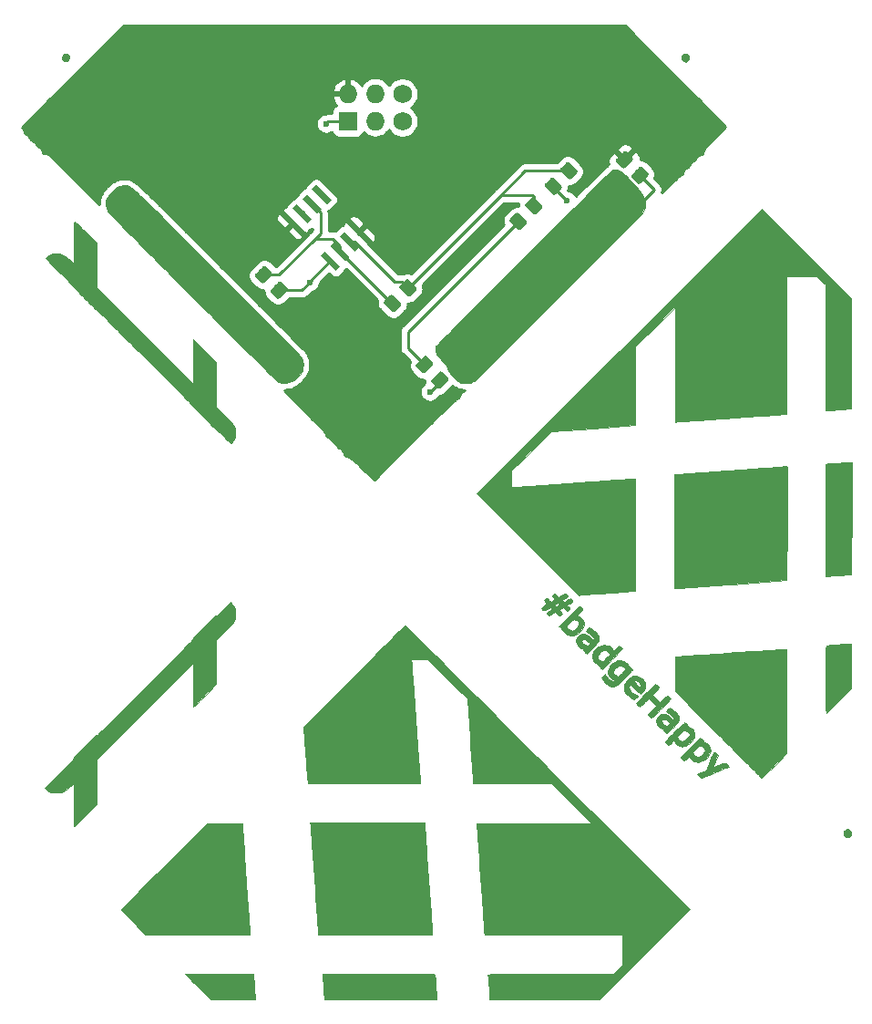
<source format=gtl>
G04 #@! TF.GenerationSoftware,KiCad,Pcbnew,(5.1.2)-1*
G04 #@! TF.CreationDate,2019-06-22T12:55:49-06:00*
G04 #@! TF.ProjectId,HtH_sao_prod,4874485f-7361-46f5-9f70-726f642e6b69,rev?*
G04 #@! TF.SameCoordinates,Original*
G04 #@! TF.FileFunction,Copper,L1,Top*
G04 #@! TF.FilePolarity,Positive*
%FSLAX46Y46*%
G04 Gerber Fmt 4.6, Leading zero omitted, Abs format (unit mm)*
G04 Created by KiCad (PCBNEW (5.1.2)-1) date 2019-06-22 12:55:49*
%MOMM*%
%LPD*%
G04 APERTURE LIST*
%ADD10C,0.010000*%
%ADD11R,1.727200X1.727200*%
%ADD12O,1.727200X1.727200*%
%ADD13C,1.727200*%
%ADD14C,0.558800*%
%ADD15C,0.100000*%
%ADD16C,1.150000*%
%ADD17C,0.600000*%
%ADD18C,0.250000*%
%ADD19C,0.254000*%
G04 APERTURE END LIST*
D10*
G36*
X124290601Y-57542624D02*
G01*
X124405143Y-57626141D01*
X124476933Y-57751318D01*
X124486792Y-57908820D01*
X124425919Y-58062792D01*
X124314025Y-58165798D01*
X124172153Y-58210979D01*
X124021346Y-58191479D01*
X123886576Y-58104424D01*
X123799615Y-57965114D01*
X123791389Y-57810550D01*
X123862020Y-57656914D01*
X123883014Y-57630727D01*
X124010281Y-57536049D01*
X124152562Y-57509638D01*
X124290601Y-57542624D01*
X124290601Y-57542624D01*
G37*
X124290601Y-57542624D02*
X124405143Y-57626141D01*
X124476933Y-57751318D01*
X124486792Y-57908820D01*
X124425919Y-58062792D01*
X124314025Y-58165798D01*
X124172153Y-58210979D01*
X124021346Y-58191479D01*
X123886576Y-58104424D01*
X123799615Y-57965114D01*
X123791389Y-57810550D01*
X123862020Y-57656914D01*
X123883014Y-57630727D01*
X124010281Y-57536049D01*
X124152562Y-57509638D01*
X124290601Y-57542624D01*
G36*
X181923951Y-57549249D02*
G01*
X181970006Y-57583917D01*
X182060974Y-57711445D01*
X182089441Y-57864639D01*
X182058216Y-58017233D01*
X181970108Y-58142963D01*
X181905436Y-58187631D01*
X181746347Y-58243641D01*
X181606319Y-58228996D01*
X181546500Y-58201783D01*
X181422899Y-58102647D01*
X181364561Y-57966370D01*
X181356000Y-57859651D01*
X181391354Y-57693229D01*
X181484781Y-57570466D01*
X181617326Y-57499873D01*
X181770034Y-57489964D01*
X181923951Y-57549249D01*
X181923951Y-57549249D01*
G37*
X181923951Y-57549249D02*
X181970006Y-57583917D01*
X182060974Y-57711445D01*
X182089441Y-57864639D01*
X182058216Y-58017233D01*
X181970108Y-58142963D01*
X181905436Y-58187631D01*
X181746347Y-58243641D01*
X181606319Y-58228996D01*
X181546500Y-58201783D01*
X181422899Y-58102647D01*
X181364561Y-57966370D01*
X181356000Y-57859651D01*
X181391354Y-57693229D01*
X181484781Y-57570466D01*
X181617326Y-57499873D01*
X181770034Y-57489964D01*
X181923951Y-57549249D01*
G36*
X175342703Y-68303135D02*
G01*
X175561383Y-68353406D01*
X175687826Y-68402595D01*
X175776737Y-68461539D01*
X175909089Y-68569865D01*
X176074943Y-68717581D01*
X176264358Y-68894694D01*
X176467395Y-69091213D01*
X176674115Y-69297146D01*
X176874578Y-69502500D01*
X177058845Y-69697284D01*
X177216976Y-69871504D01*
X177339032Y-70015171D01*
X177415073Y-70118290D01*
X177435208Y-70159213D01*
X177476676Y-70253048D01*
X177556467Y-70381068D01*
X177648395Y-70504191D01*
X177837244Y-70791590D01*
X177947736Y-71099370D01*
X177984797Y-71441826D01*
X177984636Y-71479834D01*
X177954220Y-71790449D01*
X177865370Y-72061114D01*
X177707655Y-72321592D01*
X177673974Y-72366061D01*
X177629577Y-72414657D01*
X177527835Y-72520455D01*
X177371335Y-72680852D01*
X177162663Y-72893249D01*
X176904409Y-73155043D01*
X176599159Y-73463633D01*
X176249501Y-73816417D01*
X175858022Y-74210794D01*
X175427311Y-74644162D01*
X174959954Y-75113920D01*
X174458540Y-75617466D01*
X173925655Y-76152199D01*
X173363887Y-76715518D01*
X172775825Y-77304820D01*
X172164055Y-77917505D01*
X171531165Y-78550971D01*
X170879743Y-79202616D01*
X170212376Y-79869839D01*
X169874935Y-80207066D01*
X169056445Y-81024807D01*
X168295668Y-81784618D01*
X167590541Y-82488531D01*
X166939001Y-83138577D01*
X166338985Y-83736788D01*
X165788431Y-84285194D01*
X165285274Y-84785827D01*
X164827453Y-85240718D01*
X164412903Y-85651898D01*
X164039563Y-86021399D01*
X163705369Y-86351251D01*
X163408258Y-86643486D01*
X163146167Y-86900136D01*
X162917034Y-87123231D01*
X162718794Y-87314802D01*
X162549386Y-87476882D01*
X162406746Y-87611500D01*
X162288811Y-87720689D01*
X162193519Y-87806479D01*
X162118806Y-87870903D01*
X162062608Y-87915990D01*
X162022865Y-87943772D01*
X162009667Y-87951236D01*
X161873619Y-88012547D01*
X161742772Y-88050375D01*
X161586273Y-88071243D01*
X161395834Y-88080981D01*
X161211701Y-88082695D01*
X161049062Y-88076798D01*
X160934417Y-88064516D01*
X160909000Y-88058446D01*
X160704153Y-87972386D01*
X160504559Y-87845682D01*
X160292439Y-87665791D01*
X160142586Y-87517664D01*
X159963884Y-87327000D01*
X159836520Y-87172192D01*
X159747992Y-87033485D01*
X159685796Y-86891121D01*
X159637431Y-86725344D01*
X159635044Y-86715645D01*
X159608267Y-86628077D01*
X159567027Y-86543128D01*
X159501622Y-86447948D01*
X159402351Y-86329681D01*
X159259512Y-86175476D01*
X159110986Y-86021334D01*
X158915935Y-85816860D01*
X158773607Y-85657293D01*
X158674347Y-85530291D01*
X158608498Y-85423515D01*
X158566829Y-85325876D01*
X158511103Y-85092584D01*
X158500253Y-84869745D01*
X158534658Y-84683331D01*
X158556757Y-84632815D01*
X158591564Y-84593442D01*
X158683838Y-84496744D01*
X158831114Y-84345200D01*
X159030927Y-84141288D01*
X159280812Y-83887488D01*
X159578305Y-83586280D01*
X159920941Y-83240142D01*
X160306255Y-82851556D01*
X160731782Y-82422998D01*
X161195058Y-81956950D01*
X161693618Y-81455891D01*
X162224997Y-80922299D01*
X162786731Y-80358654D01*
X163376354Y-79767436D01*
X163991402Y-79151124D01*
X164629410Y-78512198D01*
X165287914Y-77853136D01*
X165964448Y-77176418D01*
X166656548Y-76484524D01*
X166716507Y-76424602D01*
X167635622Y-75506320D01*
X168495927Y-74647327D01*
X169298248Y-73846807D01*
X170043407Y-73103946D01*
X170732229Y-72417930D01*
X171365538Y-71787945D01*
X171944157Y-71213175D01*
X172468911Y-70692807D01*
X172940624Y-70226025D01*
X173360119Y-69812016D01*
X173728222Y-69449965D01*
X174045754Y-69139057D01*
X174313541Y-68878479D01*
X174532407Y-68667415D01*
X174703176Y-68505050D01*
X174826671Y-68390572D01*
X174903716Y-68323165D01*
X174933872Y-68302105D01*
X175120700Y-68284324D01*
X175342703Y-68303135D01*
X175342703Y-68303135D01*
G37*
X175342703Y-68303135D02*
X175561383Y-68353406D01*
X175687826Y-68402595D01*
X175776737Y-68461539D01*
X175909089Y-68569865D01*
X176074943Y-68717581D01*
X176264358Y-68894694D01*
X176467395Y-69091213D01*
X176674115Y-69297146D01*
X176874578Y-69502500D01*
X177058845Y-69697284D01*
X177216976Y-69871504D01*
X177339032Y-70015171D01*
X177415073Y-70118290D01*
X177435208Y-70159213D01*
X177476676Y-70253048D01*
X177556467Y-70381068D01*
X177648395Y-70504191D01*
X177837244Y-70791590D01*
X177947736Y-71099370D01*
X177984797Y-71441826D01*
X177984636Y-71479834D01*
X177954220Y-71790449D01*
X177865370Y-72061114D01*
X177707655Y-72321592D01*
X177673974Y-72366061D01*
X177629577Y-72414657D01*
X177527835Y-72520455D01*
X177371335Y-72680852D01*
X177162663Y-72893249D01*
X176904409Y-73155043D01*
X176599159Y-73463633D01*
X176249501Y-73816417D01*
X175858022Y-74210794D01*
X175427311Y-74644162D01*
X174959954Y-75113920D01*
X174458540Y-75617466D01*
X173925655Y-76152199D01*
X173363887Y-76715518D01*
X172775825Y-77304820D01*
X172164055Y-77917505D01*
X171531165Y-78550971D01*
X170879743Y-79202616D01*
X170212376Y-79869839D01*
X169874935Y-80207066D01*
X169056445Y-81024807D01*
X168295668Y-81784618D01*
X167590541Y-82488531D01*
X166939001Y-83138577D01*
X166338985Y-83736788D01*
X165788431Y-84285194D01*
X165285274Y-84785827D01*
X164827453Y-85240718D01*
X164412903Y-85651898D01*
X164039563Y-86021399D01*
X163705369Y-86351251D01*
X163408258Y-86643486D01*
X163146167Y-86900136D01*
X162917034Y-87123231D01*
X162718794Y-87314802D01*
X162549386Y-87476882D01*
X162406746Y-87611500D01*
X162288811Y-87720689D01*
X162193519Y-87806479D01*
X162118806Y-87870903D01*
X162062608Y-87915990D01*
X162022865Y-87943772D01*
X162009667Y-87951236D01*
X161873619Y-88012547D01*
X161742772Y-88050375D01*
X161586273Y-88071243D01*
X161395834Y-88080981D01*
X161211701Y-88082695D01*
X161049062Y-88076798D01*
X160934417Y-88064516D01*
X160909000Y-88058446D01*
X160704153Y-87972386D01*
X160504559Y-87845682D01*
X160292439Y-87665791D01*
X160142586Y-87517664D01*
X159963884Y-87327000D01*
X159836520Y-87172192D01*
X159747992Y-87033485D01*
X159685796Y-86891121D01*
X159637431Y-86725344D01*
X159635044Y-86715645D01*
X159608267Y-86628077D01*
X159567027Y-86543128D01*
X159501622Y-86447948D01*
X159402351Y-86329681D01*
X159259512Y-86175476D01*
X159110986Y-86021334D01*
X158915935Y-85816860D01*
X158773607Y-85657293D01*
X158674347Y-85530291D01*
X158608498Y-85423515D01*
X158566829Y-85325876D01*
X158511103Y-85092584D01*
X158500253Y-84869745D01*
X158534658Y-84683331D01*
X158556757Y-84632815D01*
X158591564Y-84593442D01*
X158683838Y-84496744D01*
X158831114Y-84345200D01*
X159030927Y-84141288D01*
X159280812Y-83887488D01*
X159578305Y-83586280D01*
X159920941Y-83240142D01*
X160306255Y-82851556D01*
X160731782Y-82422998D01*
X161195058Y-81956950D01*
X161693618Y-81455891D01*
X162224997Y-80922299D01*
X162786731Y-80358654D01*
X163376354Y-79767436D01*
X163991402Y-79151124D01*
X164629410Y-78512198D01*
X165287914Y-77853136D01*
X165964448Y-77176418D01*
X166656548Y-76484524D01*
X166716507Y-76424602D01*
X167635622Y-75506320D01*
X168495927Y-74647327D01*
X169298248Y-73846807D01*
X170043407Y-73103946D01*
X170732229Y-72417930D01*
X171365538Y-71787945D01*
X171944157Y-71213175D01*
X172468911Y-70692807D01*
X172940624Y-70226025D01*
X173360119Y-69812016D01*
X173728222Y-69449965D01*
X174045754Y-69139057D01*
X174313541Y-68878479D01*
X174532407Y-68667415D01*
X174703176Y-68505050D01*
X174826671Y-68390572D01*
X174903716Y-68323165D01*
X174933872Y-68302105D01*
X175120700Y-68284324D01*
X175342703Y-68303135D01*
G36*
X129860492Y-69735339D02*
G01*
X129909722Y-69742682D01*
X129963413Y-69758064D01*
X130023814Y-69783575D01*
X130093170Y-69821302D01*
X130173730Y-69873334D01*
X130267741Y-69941760D01*
X130377451Y-70028668D01*
X130505105Y-70136147D01*
X130652953Y-70266285D01*
X130823241Y-70421171D01*
X131018217Y-70602894D01*
X131240127Y-70813542D01*
X131491220Y-71055204D01*
X131773742Y-71329968D01*
X132089941Y-71639922D01*
X132442064Y-71987156D01*
X132832359Y-72373758D01*
X133263073Y-72801817D01*
X133736453Y-73273420D01*
X134254746Y-73790657D01*
X134820201Y-74355616D01*
X135435063Y-74970386D01*
X136101581Y-75637056D01*
X136822002Y-76357713D01*
X137598574Y-77134447D01*
X138203880Y-77739733D01*
X139027737Y-78563570D01*
X139793637Y-79329709D01*
X140503605Y-80040206D01*
X141159667Y-80697116D01*
X141763849Y-81302495D01*
X142318176Y-81858398D01*
X142824675Y-82366880D01*
X143285372Y-82829996D01*
X143702293Y-83249803D01*
X144077462Y-83628355D01*
X144412907Y-83967708D01*
X144710653Y-84269917D01*
X144972725Y-84537038D01*
X145201151Y-84771126D01*
X145397955Y-84974236D01*
X145565164Y-85148424D01*
X145704803Y-85295744D01*
X145818898Y-85418254D01*
X145909476Y-85518007D01*
X145978561Y-85597059D01*
X146028181Y-85657466D01*
X146060360Y-85701283D01*
X146074523Y-85725000D01*
X146176149Y-86012020D01*
X146217199Y-86329839D01*
X146196166Y-86648599D01*
X146133178Y-86885402D01*
X146034966Y-87074831D01*
X145882148Y-87286845D01*
X145693399Y-87501625D01*
X145487397Y-87699351D01*
X145282817Y-87860204D01*
X145129458Y-87950574D01*
X144891697Y-88032510D01*
X144622862Y-88076687D01*
X144356318Y-88080263D01*
X144125429Y-88040397D01*
X144114776Y-88037001D01*
X143963358Y-87976654D01*
X143801107Y-87896718D01*
X143754942Y-87870502D01*
X143709318Y-87831317D01*
X143606462Y-87734683D01*
X143448915Y-87583115D01*
X143239214Y-87379134D01*
X142979897Y-87125255D01*
X142673504Y-86823996D01*
X142322573Y-86477876D01*
X141929642Y-86089412D01*
X141497250Y-85661121D01*
X141027935Y-85195521D01*
X140524235Y-84695129D01*
X139988690Y-84162464D01*
X139423838Y-83600043D01*
X138832216Y-83010383D01*
X138216364Y-82396002D01*
X137578820Y-81759418D01*
X136922122Y-81103149D01*
X136248810Y-80429711D01*
X135842778Y-80023336D01*
X135014409Y-79193929D01*
X134244050Y-78422313D01*
X133529748Y-77706506D01*
X132869551Y-77044524D01*
X132261506Y-76434385D01*
X131703659Y-75874107D01*
X131194060Y-75361706D01*
X130730753Y-74895201D01*
X130311787Y-74472609D01*
X129935210Y-74091946D01*
X129599067Y-73751231D01*
X129301407Y-73448480D01*
X129040276Y-73181712D01*
X128813722Y-72948943D01*
X128619791Y-72748191D01*
X128456532Y-72577473D01*
X128321992Y-72434807D01*
X128214216Y-72318210D01*
X128131254Y-72225699D01*
X128071152Y-72155293D01*
X128031956Y-72105007D01*
X128011715Y-72072860D01*
X128011543Y-72072500D01*
X127926380Y-71812052D01*
X127891173Y-71514465D01*
X127906941Y-71211691D01*
X127974700Y-70935682D01*
X127975297Y-70934088D01*
X128084839Y-70722254D01*
X128252616Y-70494992D01*
X128459798Y-70271948D01*
X128687559Y-70072767D01*
X128917073Y-69917094D01*
X128984013Y-69881538D01*
X129141870Y-69809216D01*
X129272277Y-69767949D01*
X129412329Y-69749616D01*
X129599119Y-69746098D01*
X129602610Y-69746117D01*
X129663242Y-69744591D01*
X129717099Y-69740662D01*
X129766428Y-69736418D01*
X129813477Y-69733947D01*
X129860492Y-69735339D01*
X129860492Y-69735339D01*
G37*
X129860492Y-69735339D02*
X129909722Y-69742682D01*
X129963413Y-69758064D01*
X130023814Y-69783575D01*
X130093170Y-69821302D01*
X130173730Y-69873334D01*
X130267741Y-69941760D01*
X130377451Y-70028668D01*
X130505105Y-70136147D01*
X130652953Y-70266285D01*
X130823241Y-70421171D01*
X131018217Y-70602894D01*
X131240127Y-70813542D01*
X131491220Y-71055204D01*
X131773742Y-71329968D01*
X132089941Y-71639922D01*
X132442064Y-71987156D01*
X132832359Y-72373758D01*
X133263073Y-72801817D01*
X133736453Y-73273420D01*
X134254746Y-73790657D01*
X134820201Y-74355616D01*
X135435063Y-74970386D01*
X136101581Y-75637056D01*
X136822002Y-76357713D01*
X137598574Y-77134447D01*
X138203880Y-77739733D01*
X139027737Y-78563570D01*
X139793637Y-79329709D01*
X140503605Y-80040206D01*
X141159667Y-80697116D01*
X141763849Y-81302495D01*
X142318176Y-81858398D01*
X142824675Y-82366880D01*
X143285372Y-82829996D01*
X143702293Y-83249803D01*
X144077462Y-83628355D01*
X144412907Y-83967708D01*
X144710653Y-84269917D01*
X144972725Y-84537038D01*
X145201151Y-84771126D01*
X145397955Y-84974236D01*
X145565164Y-85148424D01*
X145704803Y-85295744D01*
X145818898Y-85418254D01*
X145909476Y-85518007D01*
X145978561Y-85597059D01*
X146028181Y-85657466D01*
X146060360Y-85701283D01*
X146074523Y-85725000D01*
X146176149Y-86012020D01*
X146217199Y-86329839D01*
X146196166Y-86648599D01*
X146133178Y-86885402D01*
X146034966Y-87074831D01*
X145882148Y-87286845D01*
X145693399Y-87501625D01*
X145487397Y-87699351D01*
X145282817Y-87860204D01*
X145129458Y-87950574D01*
X144891697Y-88032510D01*
X144622862Y-88076687D01*
X144356318Y-88080263D01*
X144125429Y-88040397D01*
X144114776Y-88037001D01*
X143963358Y-87976654D01*
X143801107Y-87896718D01*
X143754942Y-87870502D01*
X143709318Y-87831317D01*
X143606462Y-87734683D01*
X143448915Y-87583115D01*
X143239214Y-87379134D01*
X142979897Y-87125255D01*
X142673504Y-86823996D01*
X142322573Y-86477876D01*
X141929642Y-86089412D01*
X141497250Y-85661121D01*
X141027935Y-85195521D01*
X140524235Y-84695129D01*
X139988690Y-84162464D01*
X139423838Y-83600043D01*
X138832216Y-83010383D01*
X138216364Y-82396002D01*
X137578820Y-81759418D01*
X136922122Y-81103149D01*
X136248810Y-80429711D01*
X135842778Y-80023336D01*
X135014409Y-79193929D01*
X134244050Y-78422313D01*
X133529748Y-77706506D01*
X132869551Y-77044524D01*
X132261506Y-76434385D01*
X131703659Y-75874107D01*
X131194060Y-75361706D01*
X130730753Y-74895201D01*
X130311787Y-74472609D01*
X129935210Y-74091946D01*
X129599067Y-73751231D01*
X129301407Y-73448480D01*
X129040276Y-73181712D01*
X128813722Y-72948943D01*
X128619791Y-72748191D01*
X128456532Y-72577473D01*
X128321992Y-72434807D01*
X128214216Y-72318210D01*
X128131254Y-72225699D01*
X128071152Y-72155293D01*
X128031956Y-72105007D01*
X128011715Y-72072860D01*
X128011543Y-72072500D01*
X127926380Y-71812052D01*
X127891173Y-71514465D01*
X127906941Y-71211691D01*
X127974700Y-70935682D01*
X127975297Y-70934088D01*
X128084839Y-70722254D01*
X128252616Y-70494992D01*
X128459798Y-70271948D01*
X128687559Y-70072767D01*
X128917073Y-69917094D01*
X128984013Y-69881538D01*
X129141870Y-69809216D01*
X129272277Y-69767949D01*
X129412329Y-69749616D01*
X129599119Y-69746098D01*
X129602610Y-69746117D01*
X129663242Y-69744591D01*
X129717099Y-69740662D01*
X129766428Y-69736418D01*
X129813477Y-69733947D01*
X129860492Y-69735339D01*
G36*
X125029517Y-73109629D02*
G01*
X125093837Y-73157749D01*
X125187439Y-73239620D01*
X125316202Y-73360417D01*
X125486007Y-73525316D01*
X125702731Y-73739491D01*
X125972256Y-74008118D01*
X126011208Y-74047038D01*
X127042334Y-75077519D01*
X127042334Y-79184650D01*
X131529667Y-83671834D01*
X136017000Y-88159017D01*
X136017000Y-84053469D01*
X137075334Y-85111167D01*
X138133667Y-86168865D01*
X138133667Y-90269309D01*
X138890175Y-91035725D01*
X139163545Y-91315312D01*
X139381805Y-91546567D01*
X139551369Y-91739328D01*
X139678651Y-91903429D01*
X139770064Y-92048708D01*
X139832022Y-92184999D01*
X139870939Y-92322138D01*
X139893227Y-92469963D01*
X139902568Y-92588361D01*
X139905055Y-92834873D01*
X139876644Y-93035047D01*
X139850917Y-93125054D01*
X139796248Y-93257977D01*
X139721370Y-93400857D01*
X139639365Y-93532977D01*
X139563319Y-93633618D01*
X139506313Y-93682063D01*
X139498139Y-93683667D01*
X139460156Y-93654988D01*
X139371739Y-93574717D01*
X139241947Y-93451505D01*
X139079840Y-93294001D01*
X138894475Y-93110855D01*
X138812507Y-93029009D01*
X138621094Y-92839152D01*
X138449873Y-92672856D01*
X138307689Y-92538421D01*
X138203385Y-92444148D01*
X138145807Y-92398338D01*
X138137606Y-92395617D01*
X138103661Y-92372436D01*
X138018851Y-92296819D01*
X137891389Y-92176979D01*
X137729491Y-92021125D01*
X137541371Y-91837469D01*
X137335245Y-91634221D01*
X137119327Y-91419592D01*
X136901831Y-91201792D01*
X136690974Y-90989032D01*
X136494969Y-90789524D01*
X136322032Y-90611477D01*
X136180377Y-90463103D01*
X136078220Y-90352612D01*
X136023774Y-90288215D01*
X136017000Y-90276076D01*
X135987585Y-90240013D01*
X135902016Y-90148392D01*
X135764312Y-90005220D01*
X135578488Y-89814505D01*
X135348561Y-89580255D01*
X135078547Y-89306477D01*
X134772465Y-88997178D01*
X134434330Y-88656366D01*
X134068158Y-88288048D01*
X133677968Y-87896232D01*
X133267775Y-87484926D01*
X132841596Y-87058136D01*
X132403448Y-86619870D01*
X131957347Y-86174137D01*
X131507311Y-85724943D01*
X131057356Y-85276295D01*
X130611498Y-84832202D01*
X130173755Y-84396670D01*
X129748143Y-83973708D01*
X129338679Y-83567322D01*
X128949380Y-83181521D01*
X128584262Y-82820311D01*
X128247341Y-82487701D01*
X127942636Y-82187697D01*
X127674162Y-81924307D01*
X127445936Y-81701539D01*
X127261975Y-81523400D01*
X127126295Y-81393898D01*
X127042914Y-81317040D01*
X127016356Y-81296106D01*
X126967898Y-81264137D01*
X126869808Y-81180019D01*
X126730613Y-81052276D01*
X126558842Y-80889434D01*
X126363023Y-80700018D01*
X126151684Y-80492552D01*
X125933355Y-80275562D01*
X125716562Y-80057572D01*
X125509835Y-79847107D01*
X125321701Y-79652693D01*
X125160690Y-79482854D01*
X125035329Y-79346115D01*
X124954146Y-79251001D01*
X124925667Y-79206242D01*
X124896586Y-79163976D01*
X124813372Y-79068479D01*
X124682063Y-78926079D01*
X124508700Y-78743106D01*
X124299322Y-78525890D01*
X124059971Y-78280758D01*
X123796685Y-78014041D01*
X123587525Y-77804023D01*
X122249382Y-76465391D01*
X122393939Y-76355132D01*
X122659098Y-76188036D01*
X122934833Y-76090815D01*
X123247877Y-76054537D01*
X123295834Y-76053815D01*
X123519198Y-76065153D01*
X123718413Y-76106680D01*
X123909085Y-76186277D01*
X124106819Y-76311824D01*
X124327221Y-76491200D01*
X124526889Y-76675444D01*
X124925667Y-77056678D01*
X124926245Y-75136089D01*
X124926938Y-74737613D01*
X124928692Y-74362740D01*
X124931385Y-74020475D01*
X124934897Y-73719824D01*
X124939104Y-73469791D01*
X124943888Y-73279381D01*
X124949125Y-73157601D01*
X124953453Y-73116028D01*
X124965205Y-73093944D01*
X124988600Y-73090086D01*
X125029517Y-73109629D01*
X125029517Y-73109629D01*
G37*
X125029517Y-73109629D02*
X125093837Y-73157749D01*
X125187439Y-73239620D01*
X125316202Y-73360417D01*
X125486007Y-73525316D01*
X125702731Y-73739491D01*
X125972256Y-74008118D01*
X126011208Y-74047038D01*
X127042334Y-75077519D01*
X127042334Y-79184650D01*
X131529667Y-83671834D01*
X136017000Y-88159017D01*
X136017000Y-84053469D01*
X137075334Y-85111167D01*
X138133667Y-86168865D01*
X138133667Y-90269309D01*
X138890175Y-91035725D01*
X139163545Y-91315312D01*
X139381805Y-91546567D01*
X139551369Y-91739328D01*
X139678651Y-91903429D01*
X139770064Y-92048708D01*
X139832022Y-92184999D01*
X139870939Y-92322138D01*
X139893227Y-92469963D01*
X139902568Y-92588361D01*
X139905055Y-92834873D01*
X139876644Y-93035047D01*
X139850917Y-93125054D01*
X139796248Y-93257977D01*
X139721370Y-93400857D01*
X139639365Y-93532977D01*
X139563319Y-93633618D01*
X139506313Y-93682063D01*
X139498139Y-93683667D01*
X139460156Y-93654988D01*
X139371739Y-93574717D01*
X139241947Y-93451505D01*
X139079840Y-93294001D01*
X138894475Y-93110855D01*
X138812507Y-93029009D01*
X138621094Y-92839152D01*
X138449873Y-92672856D01*
X138307689Y-92538421D01*
X138203385Y-92444148D01*
X138145807Y-92398338D01*
X138137606Y-92395617D01*
X138103661Y-92372436D01*
X138018851Y-92296819D01*
X137891389Y-92176979D01*
X137729491Y-92021125D01*
X137541371Y-91837469D01*
X137335245Y-91634221D01*
X137119327Y-91419592D01*
X136901831Y-91201792D01*
X136690974Y-90989032D01*
X136494969Y-90789524D01*
X136322032Y-90611477D01*
X136180377Y-90463103D01*
X136078220Y-90352612D01*
X136023774Y-90288215D01*
X136017000Y-90276076D01*
X135987585Y-90240013D01*
X135902016Y-90148392D01*
X135764312Y-90005220D01*
X135578488Y-89814505D01*
X135348561Y-89580255D01*
X135078547Y-89306477D01*
X134772465Y-88997178D01*
X134434330Y-88656366D01*
X134068158Y-88288048D01*
X133677968Y-87896232D01*
X133267775Y-87484926D01*
X132841596Y-87058136D01*
X132403448Y-86619870D01*
X131957347Y-86174137D01*
X131507311Y-85724943D01*
X131057356Y-85276295D01*
X130611498Y-84832202D01*
X130173755Y-84396670D01*
X129748143Y-83973708D01*
X129338679Y-83567322D01*
X128949380Y-83181521D01*
X128584262Y-82820311D01*
X128247341Y-82487701D01*
X127942636Y-82187697D01*
X127674162Y-81924307D01*
X127445936Y-81701539D01*
X127261975Y-81523400D01*
X127126295Y-81393898D01*
X127042914Y-81317040D01*
X127016356Y-81296106D01*
X126967898Y-81264137D01*
X126869808Y-81180019D01*
X126730613Y-81052276D01*
X126558842Y-80889434D01*
X126363023Y-80700018D01*
X126151684Y-80492552D01*
X125933355Y-80275562D01*
X125716562Y-80057572D01*
X125509835Y-79847107D01*
X125321701Y-79652693D01*
X125160690Y-79482854D01*
X125035329Y-79346115D01*
X124954146Y-79251001D01*
X124925667Y-79206242D01*
X124896586Y-79163976D01*
X124813372Y-79068479D01*
X124682063Y-78926079D01*
X124508700Y-78743106D01*
X124299322Y-78525890D01*
X124059971Y-78280758D01*
X123796685Y-78014041D01*
X123587525Y-77804023D01*
X122249382Y-76465391D01*
X122393939Y-76355132D01*
X122659098Y-76188036D01*
X122934833Y-76090815D01*
X123247877Y-76054537D01*
X123295834Y-76053815D01*
X123519198Y-76065153D01*
X123718413Y-76106680D01*
X123909085Y-76186277D01*
X124106819Y-76311824D01*
X124327221Y-76491200D01*
X124526889Y-76675444D01*
X124925667Y-77056678D01*
X124926245Y-75136089D01*
X124926938Y-74737613D01*
X124928692Y-74362740D01*
X124931385Y-74020475D01*
X124934897Y-73719824D01*
X124939104Y-73469791D01*
X124943888Y-73279381D01*
X124949125Y-73157601D01*
X124953453Y-73116028D01*
X124965205Y-73093944D01*
X124988600Y-73090086D01*
X125029517Y-73109629D01*
G36*
X197081746Y-95424877D02*
G01*
X197144172Y-95432458D01*
X197173749Y-95446216D01*
X197178196Y-95453107D01*
X197181536Y-95503710D01*
X197184259Y-95632270D01*
X197186392Y-95832507D01*
X197187963Y-96098145D01*
X197188999Y-96422904D01*
X197189528Y-96800508D01*
X197189578Y-97224677D01*
X197189176Y-97689135D01*
X197188349Y-98187602D01*
X197187126Y-98713801D01*
X197185534Y-99261454D01*
X197183600Y-99824282D01*
X197181351Y-100396008D01*
X197178816Y-100970354D01*
X197176023Y-101541041D01*
X197172997Y-102101792D01*
X197169768Y-102646328D01*
X197166363Y-103168372D01*
X197162809Y-103661645D01*
X197159134Y-104119869D01*
X197155365Y-104536767D01*
X197151530Y-104906060D01*
X197147657Y-105221469D01*
X197143772Y-105476718D01*
X197139905Y-105665529D01*
X197136081Y-105781622D01*
X197132688Y-105818757D01*
X197085217Y-105828991D01*
X196966955Y-105843897D01*
X196791581Y-105862336D01*
X196572770Y-105883164D01*
X196324199Y-105905243D01*
X196059546Y-105927430D01*
X195792486Y-105948585D01*
X195536697Y-105967566D01*
X195305856Y-105983233D01*
X195113639Y-105994445D01*
X194973723Y-106000060D01*
X194955584Y-106000383D01*
X194775667Y-106002667D01*
X194775667Y-100795667D01*
X194775751Y-100139104D01*
X194775997Y-99506409D01*
X194776395Y-98902696D01*
X194776933Y-98333083D01*
X194777602Y-97802683D01*
X194778391Y-97316614D01*
X194779290Y-96879990D01*
X194780288Y-96497928D01*
X194781375Y-96175543D01*
X194782541Y-95917951D01*
X194783775Y-95730267D01*
X194785067Y-95617607D01*
X194786250Y-95584585D01*
X194829500Y-95580366D01*
X194946348Y-95570488D01*
X195125978Y-95555823D01*
X195357575Y-95537245D01*
X195630321Y-95515628D01*
X195933401Y-95491844D01*
X195976641Y-95488469D01*
X196331984Y-95461376D01*
X196611589Y-95441723D01*
X196824032Y-95429258D01*
X196977892Y-95423726D01*
X197081746Y-95424877D01*
X197081746Y-95424877D01*
G37*
X197081746Y-95424877D02*
X197144172Y-95432458D01*
X197173749Y-95446216D01*
X197178196Y-95453107D01*
X197181536Y-95503710D01*
X197184259Y-95632270D01*
X197186392Y-95832507D01*
X197187963Y-96098145D01*
X197188999Y-96422904D01*
X197189528Y-96800508D01*
X197189578Y-97224677D01*
X197189176Y-97689135D01*
X197188349Y-98187602D01*
X197187126Y-98713801D01*
X197185534Y-99261454D01*
X197183600Y-99824282D01*
X197181351Y-100396008D01*
X197178816Y-100970354D01*
X197176023Y-101541041D01*
X197172997Y-102101792D01*
X197169768Y-102646328D01*
X197166363Y-103168372D01*
X197162809Y-103661645D01*
X197159134Y-104119869D01*
X197155365Y-104536767D01*
X197151530Y-104906060D01*
X197147657Y-105221469D01*
X197143772Y-105476718D01*
X197139905Y-105665529D01*
X197136081Y-105781622D01*
X197132688Y-105818757D01*
X197085217Y-105828991D01*
X196966955Y-105843897D01*
X196791581Y-105862336D01*
X196572770Y-105883164D01*
X196324199Y-105905243D01*
X196059546Y-105927430D01*
X195792486Y-105948585D01*
X195536697Y-105967566D01*
X195305856Y-105983233D01*
X195113639Y-105994445D01*
X194973723Y-106000060D01*
X194955584Y-106000383D01*
X194775667Y-106002667D01*
X194775667Y-100795667D01*
X194775751Y-100139104D01*
X194775997Y-99506409D01*
X194776395Y-98902696D01*
X194776933Y-98333083D01*
X194777602Y-97802683D01*
X194778391Y-97316614D01*
X194779290Y-96879990D01*
X194780288Y-96497928D01*
X194781375Y-96175543D01*
X194782541Y-95917951D01*
X194783775Y-95730267D01*
X194785067Y-95617607D01*
X194786250Y-95584585D01*
X194829500Y-95580366D01*
X194946348Y-95570488D01*
X195125978Y-95555823D01*
X195357575Y-95537245D01*
X195630321Y-95515628D01*
X195933401Y-95491844D01*
X195976641Y-95488469D01*
X196331984Y-95461376D01*
X196611589Y-95441723D01*
X196824032Y-95429258D01*
X196977892Y-95423726D01*
X197081746Y-95424877D01*
G36*
X191159145Y-95841823D02*
G01*
X191161437Y-95962913D01*
X191163463Y-96158541D01*
X191165213Y-96423641D01*
X191166677Y-96753149D01*
X191167846Y-97142000D01*
X191168708Y-97585130D01*
X191169256Y-98077473D01*
X191169478Y-98613966D01*
X191169365Y-99189543D01*
X191168907Y-99799140D01*
X191168095Y-100437693D01*
X191166917Y-101100136D01*
X191166914Y-101101637D01*
X191156167Y-106402941D01*
X186076167Y-106771867D01*
X185425679Y-106819046D01*
X184797110Y-106864514D01*
X184195801Y-106907892D01*
X183627092Y-106948799D01*
X183096324Y-106986855D01*
X182608840Y-107021680D01*
X182169979Y-107052894D01*
X181785082Y-107080117D01*
X181459491Y-107102968D01*
X181198546Y-107121068D01*
X181007589Y-107134036D01*
X180891960Y-107141492D01*
X180858584Y-107143230D01*
X180721000Y-107145667D01*
X180721000Y-96568426D01*
X180943250Y-96544198D01*
X181029513Y-96536368D01*
X181190974Y-96523278D01*
X181418373Y-96505624D01*
X181702450Y-96484099D01*
X182033945Y-96459400D01*
X182403600Y-96432221D01*
X182802155Y-96403257D01*
X183220350Y-96373204D01*
X183239834Y-96371812D01*
X183666263Y-96341291D01*
X184162033Y-96305700D01*
X184712044Y-96266127D01*
X185301194Y-96223663D01*
X185914382Y-96179398D01*
X186536508Y-96134422D01*
X187152470Y-96089825D01*
X187747167Y-96046697D01*
X188224849Y-96011993D01*
X188712843Y-95976529D01*
X189175780Y-95942928D01*
X189606785Y-95911685D01*
X189998986Y-95883299D01*
X190345508Y-95858264D01*
X190639478Y-95837078D01*
X190874021Y-95820235D01*
X191042263Y-95808234D01*
X191137332Y-95801569D01*
X191156597Y-95800334D01*
X191159145Y-95841823D01*
X191159145Y-95841823D01*
G37*
X191159145Y-95841823D02*
X191161437Y-95962913D01*
X191163463Y-96158541D01*
X191165213Y-96423641D01*
X191166677Y-96753149D01*
X191167846Y-97142000D01*
X191168708Y-97585130D01*
X191169256Y-98077473D01*
X191169478Y-98613966D01*
X191169365Y-99189543D01*
X191168907Y-99799140D01*
X191168095Y-100437693D01*
X191166917Y-101100136D01*
X191166914Y-101101637D01*
X191156167Y-106402941D01*
X186076167Y-106771867D01*
X185425679Y-106819046D01*
X184797110Y-106864514D01*
X184195801Y-106907892D01*
X183627092Y-106948799D01*
X183096324Y-106986855D01*
X182608840Y-107021680D01*
X182169979Y-107052894D01*
X181785082Y-107080117D01*
X181459491Y-107102968D01*
X181198546Y-107121068D01*
X181007589Y-107134036D01*
X180891960Y-107141492D01*
X180858584Y-107143230D01*
X180721000Y-107145667D01*
X180721000Y-96568426D01*
X180943250Y-96544198D01*
X181029513Y-96536368D01*
X181190974Y-96523278D01*
X181418373Y-96505624D01*
X181702450Y-96484099D01*
X182033945Y-96459400D01*
X182403600Y-96432221D01*
X182802155Y-96403257D01*
X183220350Y-96373204D01*
X183239834Y-96371812D01*
X183666263Y-96341291D01*
X184162033Y-96305700D01*
X184712044Y-96266127D01*
X185301194Y-96223663D01*
X185914382Y-96179398D01*
X186536508Y-96134422D01*
X187152470Y-96089825D01*
X187747167Y-96046697D01*
X188224849Y-96011993D01*
X188712843Y-95976529D01*
X189175780Y-95942928D01*
X189606785Y-95911685D01*
X189998986Y-95883299D01*
X190345508Y-95858264D01*
X190639478Y-95837078D01*
X190874021Y-95820235D01*
X191042263Y-95808234D01*
X191137332Y-95801569D01*
X191156597Y-95800334D01*
X191159145Y-95841823D01*
G36*
X192969537Y-76052168D02*
G01*
X197133059Y-80200500D01*
X197139696Y-85333417D01*
X197140453Y-85985134D01*
X197141016Y-86612894D01*
X197141387Y-87211552D01*
X197141571Y-87775958D01*
X197141572Y-88300966D01*
X197141394Y-88781427D01*
X197141041Y-89212195D01*
X197140517Y-89588121D01*
X197139825Y-89904057D01*
X197138971Y-90154857D01*
X197137956Y-90335373D01*
X197136787Y-90440456D01*
X197135750Y-90466754D01*
X197092456Y-90470008D01*
X196976069Y-90478948D01*
X196797909Y-90492700D01*
X196569295Y-90510390D01*
X196301547Y-90531142D01*
X196045667Y-90551000D01*
X195747401Y-90573895D01*
X195473194Y-90594440D01*
X195235569Y-90611737D01*
X195047049Y-90624888D01*
X194920157Y-90632994D01*
X194870917Y-90635246D01*
X194775667Y-90635667D01*
X194775667Y-78971245D01*
X194362159Y-78559289D01*
X193948652Y-78147334D01*
X191135000Y-78147334D01*
X191135000Y-84537168D01*
X191134739Y-85408298D01*
X191133965Y-86225808D01*
X191132696Y-86987148D01*
X191130945Y-87689766D01*
X191128730Y-88331110D01*
X191126067Y-88908628D01*
X191122970Y-89419769D01*
X191119456Y-89861982D01*
X191115540Y-90232714D01*
X191111239Y-90529414D01*
X191106568Y-90749531D01*
X191101543Y-90890512D01*
X191096180Y-90949806D01*
X191095249Y-90951571D01*
X191048660Y-90957578D01*
X190922889Y-90968874D01*
X190723229Y-90985075D01*
X190454976Y-91005797D01*
X190123422Y-91030657D01*
X189733861Y-91059269D01*
X189291589Y-91091250D01*
X188801898Y-91126215D01*
X188270084Y-91163781D01*
X187701439Y-91203564D01*
X187101258Y-91245180D01*
X186474835Y-91288243D01*
X186131666Y-91311682D01*
X185489269Y-91355503D01*
X184867540Y-91398000D01*
X184272035Y-91438789D01*
X183708310Y-91477485D01*
X183181924Y-91513704D01*
X182698433Y-91547061D01*
X182263393Y-91577173D01*
X181882361Y-91603655D01*
X181560895Y-91626123D01*
X181304552Y-91644193D01*
X181118888Y-91657479D01*
X181009460Y-91665599D01*
X180985584Y-91667554D01*
X180763334Y-91687883D01*
X180763334Y-81047532D01*
X177080334Y-84729802D01*
X177080334Y-92011632D01*
X173158052Y-92293362D01*
X169235771Y-92575092D01*
X167400719Y-94409780D01*
X165565667Y-96244469D01*
X165565667Y-97747667D01*
X165703250Y-97747661D01*
X165761662Y-97744662D01*
X165899441Y-97735906D01*
X166111510Y-97721750D01*
X166392791Y-97702550D01*
X166738207Y-97678663D01*
X167142679Y-97650445D01*
X167601129Y-97618255D01*
X168108480Y-97582449D01*
X168659654Y-97543383D01*
X169249573Y-97501414D01*
X169873159Y-97456900D01*
X170525334Y-97410197D01*
X171201020Y-97361662D01*
X171425660Y-97345494D01*
X172105787Y-97296537D01*
X172762693Y-97249288D01*
X173391424Y-97204102D01*
X173987022Y-97161333D01*
X174544531Y-97121336D01*
X175058995Y-97084465D01*
X175525458Y-97051076D01*
X175938963Y-97021523D01*
X176294554Y-96996160D01*
X176587274Y-96975343D01*
X176812168Y-96959426D01*
X176964278Y-96948764D01*
X177038649Y-96943711D01*
X177045410Y-96943334D01*
X177049805Y-96984817D01*
X177054039Y-97105867D01*
X177058080Y-97301383D01*
X177061892Y-97566266D01*
X177065443Y-97895416D01*
X177068698Y-98283733D01*
X177071623Y-98726117D01*
X177074183Y-99217467D01*
X177076345Y-99752684D01*
X177078075Y-100326669D01*
X177079339Y-100934320D01*
X177080103Y-101570538D01*
X177080334Y-102171500D01*
X177080334Y-107399667D01*
X176970123Y-107399667D01*
X176910606Y-107402614D01*
X176775916Y-107411020D01*
X176575325Y-107424230D01*
X176318104Y-107441588D01*
X176013528Y-107462440D01*
X175670867Y-107486131D01*
X175299394Y-107512007D01*
X174908381Y-107539412D01*
X174507101Y-107567692D01*
X174104826Y-107596191D01*
X173710827Y-107624256D01*
X173334379Y-107651231D01*
X172984751Y-107676462D01*
X172671218Y-107699293D01*
X172403051Y-107719071D01*
X172189523Y-107735139D01*
X172039905Y-107746843D01*
X171973358Y-107752539D01*
X171798215Y-107769190D01*
X167083897Y-103054731D01*
X162369580Y-98340271D01*
X175587797Y-85122054D01*
X188806014Y-71903836D01*
X192969537Y-76052168D01*
X192969537Y-76052168D01*
G37*
X192969537Y-76052168D02*
X197133059Y-80200500D01*
X197139696Y-85333417D01*
X197140453Y-85985134D01*
X197141016Y-86612894D01*
X197141387Y-87211552D01*
X197141571Y-87775958D01*
X197141572Y-88300966D01*
X197141394Y-88781427D01*
X197141041Y-89212195D01*
X197140517Y-89588121D01*
X197139825Y-89904057D01*
X197138971Y-90154857D01*
X197137956Y-90335373D01*
X197136787Y-90440456D01*
X197135750Y-90466754D01*
X197092456Y-90470008D01*
X196976069Y-90478948D01*
X196797909Y-90492700D01*
X196569295Y-90510390D01*
X196301547Y-90531142D01*
X196045667Y-90551000D01*
X195747401Y-90573895D01*
X195473194Y-90594440D01*
X195235569Y-90611737D01*
X195047049Y-90624888D01*
X194920157Y-90632994D01*
X194870917Y-90635246D01*
X194775667Y-90635667D01*
X194775667Y-78971245D01*
X194362159Y-78559289D01*
X193948652Y-78147334D01*
X191135000Y-78147334D01*
X191135000Y-84537168D01*
X191134739Y-85408298D01*
X191133965Y-86225808D01*
X191132696Y-86987148D01*
X191130945Y-87689766D01*
X191128730Y-88331110D01*
X191126067Y-88908628D01*
X191122970Y-89419769D01*
X191119456Y-89861982D01*
X191115540Y-90232714D01*
X191111239Y-90529414D01*
X191106568Y-90749531D01*
X191101543Y-90890512D01*
X191096180Y-90949806D01*
X191095249Y-90951571D01*
X191048660Y-90957578D01*
X190922889Y-90968874D01*
X190723229Y-90985075D01*
X190454976Y-91005797D01*
X190123422Y-91030657D01*
X189733861Y-91059269D01*
X189291589Y-91091250D01*
X188801898Y-91126215D01*
X188270084Y-91163781D01*
X187701439Y-91203564D01*
X187101258Y-91245180D01*
X186474835Y-91288243D01*
X186131666Y-91311682D01*
X185489269Y-91355503D01*
X184867540Y-91398000D01*
X184272035Y-91438789D01*
X183708310Y-91477485D01*
X183181924Y-91513704D01*
X182698433Y-91547061D01*
X182263393Y-91577173D01*
X181882361Y-91603655D01*
X181560895Y-91626123D01*
X181304552Y-91644193D01*
X181118888Y-91657479D01*
X181009460Y-91665599D01*
X180985584Y-91667554D01*
X180763334Y-91687883D01*
X180763334Y-81047532D01*
X177080334Y-84729802D01*
X177080334Y-92011632D01*
X173158052Y-92293362D01*
X169235771Y-92575092D01*
X167400719Y-94409780D01*
X165565667Y-96244469D01*
X165565667Y-97747667D01*
X165703250Y-97747661D01*
X165761662Y-97744662D01*
X165899441Y-97735906D01*
X166111510Y-97721750D01*
X166392791Y-97702550D01*
X166738207Y-97678663D01*
X167142679Y-97650445D01*
X167601129Y-97618255D01*
X168108480Y-97582449D01*
X168659654Y-97543383D01*
X169249573Y-97501414D01*
X169873159Y-97456900D01*
X170525334Y-97410197D01*
X171201020Y-97361662D01*
X171425660Y-97345494D01*
X172105787Y-97296537D01*
X172762693Y-97249288D01*
X173391424Y-97204102D01*
X173987022Y-97161333D01*
X174544531Y-97121336D01*
X175058995Y-97084465D01*
X175525458Y-97051076D01*
X175938963Y-97021523D01*
X176294554Y-96996160D01*
X176587274Y-96975343D01*
X176812168Y-96959426D01*
X176964278Y-96948764D01*
X177038649Y-96943711D01*
X177045410Y-96943334D01*
X177049805Y-96984817D01*
X177054039Y-97105867D01*
X177058080Y-97301383D01*
X177061892Y-97566266D01*
X177065443Y-97895416D01*
X177068698Y-98283733D01*
X177071623Y-98726117D01*
X177074183Y-99217467D01*
X177076345Y-99752684D01*
X177078075Y-100326669D01*
X177079339Y-100934320D01*
X177080103Y-101570538D01*
X177080334Y-102171500D01*
X177080334Y-107399667D01*
X176970123Y-107399667D01*
X176910606Y-107402614D01*
X176775916Y-107411020D01*
X176575325Y-107424230D01*
X176318104Y-107441588D01*
X176013528Y-107462440D01*
X175670867Y-107486131D01*
X175299394Y-107512007D01*
X174908381Y-107539412D01*
X174507101Y-107567692D01*
X174104826Y-107596191D01*
X173710827Y-107624256D01*
X173334379Y-107651231D01*
X172984751Y-107676462D01*
X172671218Y-107699293D01*
X172403051Y-107719071D01*
X172189523Y-107735139D01*
X172039905Y-107746843D01*
X171973358Y-107752539D01*
X171798215Y-107769190D01*
X167083897Y-103054731D01*
X162369580Y-98340271D01*
X175587797Y-85122054D01*
X188806014Y-71903836D01*
X192969537Y-76052168D01*
G36*
X169615737Y-107638889D02*
G01*
X169702277Y-107710286D01*
X169784363Y-107787075D01*
X169963430Y-107962816D01*
X170222916Y-107808242D01*
X170396321Y-107712238D01*
X170519491Y-107665555D01*
X170609017Y-107665524D01*
X170681489Y-107709477D01*
X170702606Y-107731084D01*
X170761518Y-107821955D01*
X170755016Y-107903716D01*
X170677719Y-107987849D01*
X170540728Y-108076488D01*
X170394122Y-108163337D01*
X170313235Y-108223575D01*
X170288874Y-108270045D01*
X170311845Y-108315589D01*
X170345706Y-108348884D01*
X170390127Y-108382070D01*
X170437568Y-108388791D01*
X170507257Y-108363690D01*
X170618419Y-108301412D01*
X170705287Y-108248708D01*
X170842602Y-108167189D01*
X170952485Y-108106623D01*
X171014893Y-108077947D01*
X171020033Y-108077000D01*
X171076544Y-108107958D01*
X171149963Y-108180258D01*
X171212978Y-108263040D01*
X171238334Y-108323671D01*
X171204962Y-108370311D01*
X171117477Y-108443820D01*
X170994917Y-108528219D01*
X170869892Y-108607787D01*
X170775901Y-108668644D01*
X170733251Y-108697640D01*
X170733227Y-108697661D01*
X170748741Y-108734076D01*
X170808935Y-108808539D01*
X170849644Y-108852233D01*
X170930691Y-108944672D01*
X170978696Y-109016466D01*
X170984334Y-109034720D01*
X170954416Y-109093567D01*
X170884835Y-109170718D01*
X170805850Y-109236734D01*
X170750374Y-109262334D01*
X170701818Y-109234788D01*
X170615388Y-109163505D01*
X170535702Y-109088945D01*
X170359032Y-108915557D01*
X170185175Y-109014862D01*
X170082957Y-109077791D01*
X170020281Y-109125125D01*
X170010993Y-109137997D01*
X170038540Y-109179408D01*
X170107874Y-109254281D01*
X170137667Y-109283500D01*
X170236892Y-109404058D01*
X170257892Y-109506560D01*
X170202210Y-109601336D01*
X170187250Y-109615606D01*
X170082677Y-109676393D01*
X169972565Y-109665855D01*
X169845557Y-109581312D01*
X169781326Y-109519911D01*
X169619470Y-109354154D01*
X169348656Y-109519911D01*
X169213732Y-109599878D01*
X169106380Y-109658678D01*
X169047103Y-109685169D01*
X169043634Y-109685667D01*
X168993480Y-109657693D01*
X168919700Y-109590147D01*
X168917379Y-109587688D01*
X168852422Y-109500493D01*
X168825792Y-109428938D01*
X168860334Y-109378785D01*
X168950565Y-109305137D01*
X169077144Y-109223725D01*
X169080439Y-109221823D01*
X169212799Y-109144208D01*
X169282518Y-109094209D01*
X169300331Y-109057202D01*
X169276974Y-109018565D01*
X169250005Y-108990857D01*
X169194200Y-108940396D01*
X169146291Y-108929857D01*
X169075612Y-108960578D01*
X169005942Y-109001507D01*
X168825237Y-109107762D01*
X168700434Y-109173424D01*
X168615460Y-109202486D01*
X168554239Y-109198938D01*
X168500697Y-109166774D01*
X168465826Y-109135640D01*
X168393559Y-109053470D01*
X168359968Y-108987137D01*
X168359667Y-108982853D01*
X168393458Y-108936126D01*
X168482355Y-108863165D01*
X168607644Y-108779194D01*
X168617024Y-108773461D01*
X168771749Y-108679470D01*
X169572190Y-108679470D01*
X169580557Y-108720103D01*
X169612210Y-108758433D01*
X169662650Y-108812430D01*
X169703093Y-108831316D01*
X169760192Y-108813658D01*
X169860602Y-108758025D01*
X169885537Y-108743750D01*
X169997686Y-108675550D01*
X170042896Y-108627792D01*
X170029253Y-108581676D01*
X169977536Y-108529828D01*
X169926121Y-108492841D01*
X169872116Y-108491531D01*
X169788727Y-108530056D01*
X169720685Y-108569700D01*
X169615188Y-108635793D01*
X169572190Y-108679470D01*
X168771749Y-108679470D01*
X168874381Y-108617125D01*
X168739826Y-108478300D01*
X168646897Y-108350123D01*
X168636174Y-108237787D01*
X168708092Y-108135173D01*
X168767455Y-108090591D01*
X168828138Y-108055909D01*
X168878246Y-108053671D01*
X168939773Y-108092502D01*
X169034714Y-108181026D01*
X169059164Y-108204979D01*
X169245841Y-108388188D01*
X169398926Y-108306677D01*
X169500868Y-108247069D01*
X169566449Y-108198876D01*
X169574431Y-108189759D01*
X169561289Y-108141025D01*
X169502074Y-108059054D01*
X169465093Y-108018410D01*
X169385051Y-107926817D01*
X169338301Y-107855892D01*
X169333334Y-107838947D01*
X169363251Y-107780100D01*
X169432832Y-107702949D01*
X169511817Y-107636933D01*
X169567293Y-107611334D01*
X169615737Y-107638889D01*
X169615737Y-107638889D01*
G37*
X169615737Y-107638889D02*
X169702277Y-107710286D01*
X169784363Y-107787075D01*
X169963430Y-107962816D01*
X170222916Y-107808242D01*
X170396321Y-107712238D01*
X170519491Y-107665555D01*
X170609017Y-107665524D01*
X170681489Y-107709477D01*
X170702606Y-107731084D01*
X170761518Y-107821955D01*
X170755016Y-107903716D01*
X170677719Y-107987849D01*
X170540728Y-108076488D01*
X170394122Y-108163337D01*
X170313235Y-108223575D01*
X170288874Y-108270045D01*
X170311845Y-108315589D01*
X170345706Y-108348884D01*
X170390127Y-108382070D01*
X170437568Y-108388791D01*
X170507257Y-108363690D01*
X170618419Y-108301412D01*
X170705287Y-108248708D01*
X170842602Y-108167189D01*
X170952485Y-108106623D01*
X171014893Y-108077947D01*
X171020033Y-108077000D01*
X171076544Y-108107958D01*
X171149963Y-108180258D01*
X171212978Y-108263040D01*
X171238334Y-108323671D01*
X171204962Y-108370311D01*
X171117477Y-108443820D01*
X170994917Y-108528219D01*
X170869892Y-108607787D01*
X170775901Y-108668644D01*
X170733251Y-108697640D01*
X170733227Y-108697661D01*
X170748741Y-108734076D01*
X170808935Y-108808539D01*
X170849644Y-108852233D01*
X170930691Y-108944672D01*
X170978696Y-109016466D01*
X170984334Y-109034720D01*
X170954416Y-109093567D01*
X170884835Y-109170718D01*
X170805850Y-109236734D01*
X170750374Y-109262334D01*
X170701818Y-109234788D01*
X170615388Y-109163505D01*
X170535702Y-109088945D01*
X170359032Y-108915557D01*
X170185175Y-109014862D01*
X170082957Y-109077791D01*
X170020281Y-109125125D01*
X170010993Y-109137997D01*
X170038540Y-109179408D01*
X170107874Y-109254281D01*
X170137667Y-109283500D01*
X170236892Y-109404058D01*
X170257892Y-109506560D01*
X170202210Y-109601336D01*
X170187250Y-109615606D01*
X170082677Y-109676393D01*
X169972565Y-109665855D01*
X169845557Y-109581312D01*
X169781326Y-109519911D01*
X169619470Y-109354154D01*
X169348656Y-109519911D01*
X169213732Y-109599878D01*
X169106380Y-109658678D01*
X169047103Y-109685169D01*
X169043634Y-109685667D01*
X168993480Y-109657693D01*
X168919700Y-109590147D01*
X168917379Y-109587688D01*
X168852422Y-109500493D01*
X168825792Y-109428938D01*
X168860334Y-109378785D01*
X168950565Y-109305137D01*
X169077144Y-109223725D01*
X169080439Y-109221823D01*
X169212799Y-109144208D01*
X169282518Y-109094209D01*
X169300331Y-109057202D01*
X169276974Y-109018565D01*
X169250005Y-108990857D01*
X169194200Y-108940396D01*
X169146291Y-108929857D01*
X169075612Y-108960578D01*
X169005942Y-109001507D01*
X168825237Y-109107762D01*
X168700434Y-109173424D01*
X168615460Y-109202486D01*
X168554239Y-109198938D01*
X168500697Y-109166774D01*
X168465826Y-109135640D01*
X168393559Y-109053470D01*
X168359968Y-108987137D01*
X168359667Y-108982853D01*
X168393458Y-108936126D01*
X168482355Y-108863165D01*
X168607644Y-108779194D01*
X168617024Y-108773461D01*
X168771749Y-108679470D01*
X169572190Y-108679470D01*
X169580557Y-108720103D01*
X169612210Y-108758433D01*
X169662650Y-108812430D01*
X169703093Y-108831316D01*
X169760192Y-108813658D01*
X169860602Y-108758025D01*
X169885537Y-108743750D01*
X169997686Y-108675550D01*
X170042896Y-108627792D01*
X170029253Y-108581676D01*
X169977536Y-108529828D01*
X169926121Y-108492841D01*
X169872116Y-108491531D01*
X169788727Y-108530056D01*
X169720685Y-108569700D01*
X169615188Y-108635793D01*
X169572190Y-108679470D01*
X168771749Y-108679470D01*
X168874381Y-108617125D01*
X168739826Y-108478300D01*
X168646897Y-108350123D01*
X168636174Y-108237787D01*
X168708092Y-108135173D01*
X168767455Y-108090591D01*
X168828138Y-108055909D01*
X168878246Y-108053671D01*
X168939773Y-108092502D01*
X169034714Y-108181026D01*
X169059164Y-108204979D01*
X169245841Y-108388188D01*
X169398926Y-108306677D01*
X169500868Y-108247069D01*
X169566449Y-108198876D01*
X169574431Y-108189759D01*
X169561289Y-108141025D01*
X169502074Y-108059054D01*
X169465093Y-108018410D01*
X169385051Y-107926817D01*
X169338301Y-107855892D01*
X169333334Y-107838947D01*
X169363251Y-107780100D01*
X169432832Y-107702949D01*
X169511817Y-107636933D01*
X169567293Y-107611334D01*
X169615737Y-107638889D01*
G36*
X171960628Y-108828056D02*
G01*
X172043618Y-108903680D01*
X172120470Y-108995724D01*
X172165882Y-109076371D01*
X172169667Y-109096642D01*
X172141153Y-109153631D01*
X172065276Y-109250496D01*
X171956530Y-109369302D01*
X171917261Y-109408922D01*
X171664856Y-109658694D01*
X171884512Y-109768450D01*
X172102419Y-109916287D01*
X172247451Y-110100488D01*
X172318772Y-110312936D01*
X172315548Y-110545513D01*
X172236944Y-110790104D01*
X172082126Y-111038591D01*
X172022519Y-111110604D01*
X171797716Y-111318005D01*
X171549095Y-111461957D01*
X171289942Y-111538775D01*
X171033545Y-111544775D01*
X170793187Y-111476272D01*
X170761340Y-111460403D01*
X170638795Y-111372620D01*
X170516905Y-111250075D01*
X170476136Y-111197691D01*
X170370450Y-111061789D01*
X170240280Y-110913116D01*
X170169963Y-110839944D01*
X170036195Y-110707095D01*
X170709115Y-110707095D01*
X170728950Y-110789936D01*
X170800897Y-110878407D01*
X170881998Y-110953060D01*
X171039038Y-111055201D01*
X171194428Y-111076732D01*
X171360034Y-111021907D01*
X171479186Y-110938223D01*
X171606973Y-110815188D01*
X171720724Y-110678405D01*
X171797767Y-110553476D01*
X171814132Y-110509112D01*
X171818327Y-110384991D01*
X171795733Y-110298103D01*
X171729200Y-110218644D01*
X171614912Y-110133194D01*
X171485581Y-110062091D01*
X171373919Y-110025672D01*
X171355377Y-110024334D01*
X171303915Y-110052827D01*
X171209064Y-110129747D01*
X171085871Y-110242250D01*
X170989389Y-110336744D01*
X170836623Y-110496059D01*
X170744102Y-110614322D01*
X170709115Y-110707095D01*
X170036195Y-110707095D01*
X169989500Y-110660721D01*
X170920473Y-109728694D01*
X171151629Y-109498684D01*
X171364756Y-109289305D01*
X171552264Y-109107803D01*
X171706559Y-108961425D01*
X171820052Y-108857418D01*
X171885151Y-108803029D01*
X171896802Y-108796667D01*
X171960628Y-108828056D01*
X171960628Y-108828056D01*
G37*
X171960628Y-108828056D02*
X172043618Y-108903680D01*
X172120470Y-108995724D01*
X172165882Y-109076371D01*
X172169667Y-109096642D01*
X172141153Y-109153631D01*
X172065276Y-109250496D01*
X171956530Y-109369302D01*
X171917261Y-109408922D01*
X171664856Y-109658694D01*
X171884512Y-109768450D01*
X172102419Y-109916287D01*
X172247451Y-110100488D01*
X172318772Y-110312936D01*
X172315548Y-110545513D01*
X172236944Y-110790104D01*
X172082126Y-111038591D01*
X172022519Y-111110604D01*
X171797716Y-111318005D01*
X171549095Y-111461957D01*
X171289942Y-111538775D01*
X171033545Y-111544775D01*
X170793187Y-111476272D01*
X170761340Y-111460403D01*
X170638795Y-111372620D01*
X170516905Y-111250075D01*
X170476136Y-111197691D01*
X170370450Y-111061789D01*
X170240280Y-110913116D01*
X170169963Y-110839944D01*
X170036195Y-110707095D01*
X170709115Y-110707095D01*
X170728950Y-110789936D01*
X170800897Y-110878407D01*
X170881998Y-110953060D01*
X171039038Y-111055201D01*
X171194428Y-111076732D01*
X171360034Y-111021907D01*
X171479186Y-110938223D01*
X171606973Y-110815188D01*
X171720724Y-110678405D01*
X171797767Y-110553476D01*
X171814132Y-110509112D01*
X171818327Y-110384991D01*
X171795733Y-110298103D01*
X171729200Y-110218644D01*
X171614912Y-110133194D01*
X171485581Y-110062091D01*
X171373919Y-110025672D01*
X171355377Y-110024334D01*
X171303915Y-110052827D01*
X171209064Y-110129747D01*
X171085871Y-110242250D01*
X170989389Y-110336744D01*
X170836623Y-110496059D01*
X170744102Y-110614322D01*
X170709115Y-110707095D01*
X170036195Y-110707095D01*
X169989500Y-110660721D01*
X170920473Y-109728694D01*
X171151629Y-109498684D01*
X171364756Y-109289305D01*
X171552264Y-109107803D01*
X171706559Y-108961425D01*
X171820052Y-108857418D01*
X171885151Y-108803029D01*
X171896802Y-108796667D01*
X171960628Y-108828056D01*
G36*
X172895404Y-110814854D02*
G01*
X173004637Y-110888328D01*
X173137669Y-110992422D01*
X173276622Y-111112357D01*
X173403615Y-111233352D01*
X173500771Y-111340630D01*
X173506210Y-111347523D01*
X173637382Y-111571865D01*
X173691784Y-111803817D01*
X173674315Y-112000675D01*
X173639258Y-112058524D01*
X173557136Y-112162097D01*
X173439183Y-112299409D01*
X173296635Y-112458478D01*
X173140728Y-112627319D01*
X172982696Y-112793950D01*
X172833776Y-112946388D01*
X172705201Y-113072648D01*
X172608208Y-113160747D01*
X172554033Y-113198703D01*
X172550479Y-113199334D01*
X172508338Y-113171575D01*
X172431141Y-113101352D01*
X172389638Y-113059735D01*
X172307842Y-112962797D01*
X172259630Y-112881417D01*
X172254175Y-112858651D01*
X172218097Y-112807955D01*
X172126525Y-112748170D01*
X172064035Y-112719039D01*
X171855703Y-112594965D01*
X171704045Y-112426423D01*
X171613369Y-112228722D01*
X171595125Y-112076682D01*
X172085000Y-112076682D01*
X172124141Y-112187560D01*
X172231745Y-112299596D01*
X172393082Y-112398207D01*
X172423969Y-112412231D01*
X172531977Y-112458149D01*
X172595438Y-112469305D01*
X172649183Y-112440399D01*
X172728042Y-112366129D01*
X172728267Y-112365913D01*
X172804492Y-112285353D01*
X172844998Y-112227859D01*
X172847000Y-112220076D01*
X172814085Y-112177228D01*
X172729802Y-112106585D01*
X172615845Y-112023140D01*
X172493908Y-111941881D01*
X172385686Y-111877799D01*
X172312873Y-111845883D01*
X172303692Y-111844667D01*
X172205362Y-111880808D01*
X172122207Y-111967401D01*
X172085094Y-112071695D01*
X172085000Y-112076682D01*
X171595125Y-112076682D01*
X171587984Y-112017174D01*
X171632197Y-111807088D01*
X171750317Y-111613775D01*
X171752348Y-111611451D01*
X171931268Y-111463703D01*
X172136234Y-111394014D01*
X172362113Y-111401725D01*
X172603770Y-111486179D01*
X172856069Y-111646719D01*
X173002092Y-111771476D01*
X173109787Y-111850177D01*
X173187512Y-111862909D01*
X173225690Y-111809306D01*
X173228000Y-111780141D01*
X173194644Y-111695125D01*
X173105973Y-111583303D01*
X172979085Y-111461744D01*
X172831079Y-111347516D01*
X172733104Y-111286104D01*
X172614265Y-111211249D01*
X172532795Y-111145040D01*
X172508334Y-111108097D01*
X172537580Y-111049219D01*
X172609056Y-110963205D01*
X172698366Y-110874588D01*
X172781115Y-110807900D01*
X172827849Y-110786778D01*
X172895404Y-110814854D01*
X172895404Y-110814854D01*
G37*
X172895404Y-110814854D02*
X173004637Y-110888328D01*
X173137669Y-110992422D01*
X173276622Y-111112357D01*
X173403615Y-111233352D01*
X173500771Y-111340630D01*
X173506210Y-111347523D01*
X173637382Y-111571865D01*
X173691784Y-111803817D01*
X173674315Y-112000675D01*
X173639258Y-112058524D01*
X173557136Y-112162097D01*
X173439183Y-112299409D01*
X173296635Y-112458478D01*
X173140728Y-112627319D01*
X172982696Y-112793950D01*
X172833776Y-112946388D01*
X172705201Y-113072648D01*
X172608208Y-113160747D01*
X172554033Y-113198703D01*
X172550479Y-113199334D01*
X172508338Y-113171575D01*
X172431141Y-113101352D01*
X172389638Y-113059735D01*
X172307842Y-112962797D01*
X172259630Y-112881417D01*
X172254175Y-112858651D01*
X172218097Y-112807955D01*
X172126525Y-112748170D01*
X172064035Y-112719039D01*
X171855703Y-112594965D01*
X171704045Y-112426423D01*
X171613369Y-112228722D01*
X171595125Y-112076682D01*
X172085000Y-112076682D01*
X172124141Y-112187560D01*
X172231745Y-112299596D01*
X172393082Y-112398207D01*
X172423969Y-112412231D01*
X172531977Y-112458149D01*
X172595438Y-112469305D01*
X172649183Y-112440399D01*
X172728042Y-112366129D01*
X172728267Y-112365913D01*
X172804492Y-112285353D01*
X172844998Y-112227859D01*
X172847000Y-112220076D01*
X172814085Y-112177228D01*
X172729802Y-112106585D01*
X172615845Y-112023140D01*
X172493908Y-111941881D01*
X172385686Y-111877799D01*
X172312873Y-111845883D01*
X172303692Y-111844667D01*
X172205362Y-111880808D01*
X172122207Y-111967401D01*
X172085094Y-112071695D01*
X172085000Y-112076682D01*
X171595125Y-112076682D01*
X171587984Y-112017174D01*
X171632197Y-111807088D01*
X171750317Y-111613775D01*
X171752348Y-111611451D01*
X171931268Y-111463703D01*
X172136234Y-111394014D01*
X172362113Y-111401725D01*
X172603770Y-111486179D01*
X172856069Y-111646719D01*
X173002092Y-111771476D01*
X173109787Y-111850177D01*
X173187512Y-111862909D01*
X173225690Y-111809306D01*
X173228000Y-111780141D01*
X173194644Y-111695125D01*
X173105973Y-111583303D01*
X172979085Y-111461744D01*
X172831079Y-111347516D01*
X172733104Y-111286104D01*
X172614265Y-111211249D01*
X172532795Y-111145040D01*
X172508334Y-111108097D01*
X172537580Y-111049219D01*
X172609056Y-110963205D01*
X172698366Y-110874588D01*
X172781115Y-110807900D01*
X172827849Y-110786778D01*
X172895404Y-110814854D01*
G36*
X174473511Y-112424195D02*
G01*
X174624234Y-112479276D01*
X174748953Y-112562574D01*
X174867469Y-112673811D01*
X174959414Y-112790236D01*
X175004419Y-112889103D01*
X175006000Y-112905671D01*
X175033043Y-112905418D01*
X175105119Y-112854276D01*
X175208648Y-112762453D01*
X175250644Y-112721758D01*
X175372540Y-112608631D01*
X175478418Y-112523758D01*
X175549583Y-112481760D01*
X175560224Y-112479667D01*
X175628328Y-112509003D01*
X175717503Y-112579550D01*
X175800181Y-112665118D01*
X175848796Y-112739514D01*
X175852667Y-112757511D01*
X175823998Y-112795003D01*
X175743890Y-112882996D01*
X175621191Y-113012567D01*
X175464748Y-113174792D01*
X175283409Y-113360750D01*
X175086022Y-113561516D01*
X174881434Y-113768169D01*
X174678494Y-113971785D01*
X174486048Y-114163441D01*
X174312945Y-114334214D01*
X174168032Y-114475182D01*
X174060157Y-114577421D01*
X173998168Y-114632009D01*
X173987368Y-114638667D01*
X173946745Y-114610959D01*
X173870531Y-114540850D01*
X173828971Y-114499068D01*
X173746917Y-114399546D01*
X173698869Y-114312525D01*
X173693667Y-114287401D01*
X173658977Y-114226401D01*
X173615352Y-114215334D01*
X173511719Y-114183954D01*
X173384574Y-114103233D01*
X173258807Y-113993300D01*
X173159305Y-113874281D01*
X173129325Y-113822272D01*
X173065201Y-113595239D01*
X173068352Y-113511836D01*
X173550271Y-113511836D01*
X173568661Y-113582903D01*
X173591832Y-113630399D01*
X173663604Y-113714311D01*
X173780801Y-113804426D01*
X173910452Y-113879166D01*
X174019586Y-113916955D01*
X174031397Y-113918070D01*
X174067764Y-113890443D01*
X174150667Y-113814893D01*
X174267035Y-113703623D01*
X174378090Y-113594452D01*
X174520979Y-113451221D01*
X174612180Y-113353229D01*
X174660285Y-113286263D01*
X174673883Y-113236106D01*
X174661565Y-113188545D01*
X174644455Y-113153690D01*
X174528806Y-113000201D01*
X174377144Y-112896838D01*
X174220415Y-112860667D01*
X174072638Y-112896336D01*
X173911554Y-112992067D01*
X173759119Y-113130946D01*
X173637284Y-113296061D01*
X173623999Y-113320156D01*
X173567543Y-113435572D01*
X173550271Y-113511836D01*
X173068352Y-113511836D01*
X173074140Y-113358684D01*
X173147248Y-113124335D01*
X173275631Y-112903920D01*
X173450396Y-112709168D01*
X173662649Y-112551806D01*
X173903495Y-112443562D01*
X174164043Y-112396165D01*
X174211665Y-112395000D01*
X174473511Y-112424195D01*
X174473511Y-112424195D01*
G37*
X174473511Y-112424195D02*
X174624234Y-112479276D01*
X174748953Y-112562574D01*
X174867469Y-112673811D01*
X174959414Y-112790236D01*
X175004419Y-112889103D01*
X175006000Y-112905671D01*
X175033043Y-112905418D01*
X175105119Y-112854276D01*
X175208648Y-112762453D01*
X175250644Y-112721758D01*
X175372540Y-112608631D01*
X175478418Y-112523758D01*
X175549583Y-112481760D01*
X175560224Y-112479667D01*
X175628328Y-112509003D01*
X175717503Y-112579550D01*
X175800181Y-112665118D01*
X175848796Y-112739514D01*
X175852667Y-112757511D01*
X175823998Y-112795003D01*
X175743890Y-112882996D01*
X175621191Y-113012567D01*
X175464748Y-113174792D01*
X175283409Y-113360750D01*
X175086022Y-113561516D01*
X174881434Y-113768169D01*
X174678494Y-113971785D01*
X174486048Y-114163441D01*
X174312945Y-114334214D01*
X174168032Y-114475182D01*
X174060157Y-114577421D01*
X173998168Y-114632009D01*
X173987368Y-114638667D01*
X173946745Y-114610959D01*
X173870531Y-114540850D01*
X173828971Y-114499068D01*
X173746917Y-114399546D01*
X173698869Y-114312525D01*
X173693667Y-114287401D01*
X173658977Y-114226401D01*
X173615352Y-114215334D01*
X173511719Y-114183954D01*
X173384574Y-114103233D01*
X173258807Y-113993300D01*
X173159305Y-113874281D01*
X173129325Y-113822272D01*
X173065201Y-113595239D01*
X173068352Y-113511836D01*
X173550271Y-113511836D01*
X173568661Y-113582903D01*
X173591832Y-113630399D01*
X173663604Y-113714311D01*
X173780801Y-113804426D01*
X173910452Y-113879166D01*
X174019586Y-113916955D01*
X174031397Y-113918070D01*
X174067764Y-113890443D01*
X174150667Y-113814893D01*
X174267035Y-113703623D01*
X174378090Y-113594452D01*
X174520979Y-113451221D01*
X174612180Y-113353229D01*
X174660285Y-113286263D01*
X174673883Y-113236106D01*
X174661565Y-113188545D01*
X174644455Y-113153690D01*
X174528806Y-113000201D01*
X174377144Y-112896838D01*
X174220415Y-112860667D01*
X174072638Y-112896336D01*
X173911554Y-112992067D01*
X173759119Y-113130946D01*
X173637284Y-113296061D01*
X173623999Y-113320156D01*
X173567543Y-113435572D01*
X173550271Y-113511836D01*
X173068352Y-113511836D01*
X173074140Y-113358684D01*
X173147248Y-113124335D01*
X173275631Y-112903920D01*
X173450396Y-112709168D01*
X173662649Y-112551806D01*
X173903495Y-112443562D01*
X174164043Y-112396165D01*
X174211665Y-112395000D01*
X174473511Y-112424195D01*
G36*
X175935335Y-113874515D02*
G01*
X176168264Y-113989329D01*
X176357001Y-114170184D01*
X176405671Y-114240822D01*
X176505450Y-114377099D01*
X176623031Y-114505253D01*
X176645130Y-114525508D01*
X176731028Y-114616342D01*
X176779800Y-114697800D01*
X176784000Y-114718910D01*
X176754260Y-114773404D01*
X176672066Y-114874149D01*
X176547959Y-115010826D01*
X176392476Y-115173116D01*
X176216158Y-115350698D01*
X176029545Y-115533253D01*
X175843176Y-115710462D01*
X175667590Y-115872004D01*
X175513327Y-116007561D01*
X175390926Y-116106812D01*
X175314603Y-116157651D01*
X175070916Y-116234848D01*
X174818044Y-116231658D01*
X174592725Y-116157950D01*
X174432184Y-116051139D01*
X174262437Y-115894620D01*
X174109606Y-115715631D01*
X173999810Y-115541409D01*
X173998121Y-115537929D01*
X173961322Y-115452339D01*
X173961009Y-115391950D01*
X174005495Y-115325857D01*
X174074978Y-115252179D01*
X174164778Y-115165916D01*
X174232155Y-115112644D01*
X174251004Y-115104334D01*
X174289114Y-115137272D01*
X174355854Y-115223097D01*
X174426847Y-115328059D01*
X174595125Y-115555948D01*
X174756608Y-115704170D01*
X174909334Y-115771600D01*
X175051343Y-115757118D01*
X175114326Y-115721329D01*
X175164885Y-115677770D01*
X175153070Y-115648735D01*
X175070129Y-115613041D01*
X175069500Y-115612803D01*
X174888220Y-115505451D01*
X174729029Y-115341295D01*
X174609413Y-115144893D01*
X174555818Y-114970037D01*
X175052820Y-114970037D01*
X175103345Y-115067225D01*
X175173221Y-115133465D01*
X175278955Y-115209416D01*
X175390187Y-115275752D01*
X175476560Y-115313145D01*
X175493893Y-115315842D01*
X175540098Y-115287535D01*
X175630561Y-115210977D01*
X175750832Y-115098924D01*
X175847446Y-115003757D01*
X175996612Y-114849218D01*
X176086448Y-114736506D01*
X176119338Y-114649484D01*
X176097662Y-114572011D01*
X176023805Y-114487950D01*
X175935040Y-114410400D01*
X175788103Y-114316727D01*
X175645864Y-114294612D01*
X175497009Y-114346040D01*
X175330226Y-114472999D01*
X175274725Y-114526391D01*
X175126807Y-114697020D01*
X175053732Y-114842081D01*
X175052820Y-114970037D01*
X174555818Y-114970037D01*
X174546857Y-114940804D01*
X174541677Y-114871500D01*
X174576070Y-114687896D01*
X174670700Y-114484811D01*
X174810698Y-114281852D01*
X174981198Y-114098627D01*
X175167332Y-113954745D01*
X175282364Y-113894605D01*
X175407816Y-113860467D01*
X175572135Y-113838622D01*
X175673686Y-113834334D01*
X175935335Y-113874515D01*
X175935335Y-113874515D01*
G37*
X175935335Y-113874515D02*
X176168264Y-113989329D01*
X176357001Y-114170184D01*
X176405671Y-114240822D01*
X176505450Y-114377099D01*
X176623031Y-114505253D01*
X176645130Y-114525508D01*
X176731028Y-114616342D01*
X176779800Y-114697800D01*
X176784000Y-114718910D01*
X176754260Y-114773404D01*
X176672066Y-114874149D01*
X176547959Y-115010826D01*
X176392476Y-115173116D01*
X176216158Y-115350698D01*
X176029545Y-115533253D01*
X175843176Y-115710462D01*
X175667590Y-115872004D01*
X175513327Y-116007561D01*
X175390926Y-116106812D01*
X175314603Y-116157651D01*
X175070916Y-116234848D01*
X174818044Y-116231658D01*
X174592725Y-116157950D01*
X174432184Y-116051139D01*
X174262437Y-115894620D01*
X174109606Y-115715631D01*
X173999810Y-115541409D01*
X173998121Y-115537929D01*
X173961322Y-115452339D01*
X173961009Y-115391950D01*
X174005495Y-115325857D01*
X174074978Y-115252179D01*
X174164778Y-115165916D01*
X174232155Y-115112644D01*
X174251004Y-115104334D01*
X174289114Y-115137272D01*
X174355854Y-115223097D01*
X174426847Y-115328059D01*
X174595125Y-115555948D01*
X174756608Y-115704170D01*
X174909334Y-115771600D01*
X175051343Y-115757118D01*
X175114326Y-115721329D01*
X175164885Y-115677770D01*
X175153070Y-115648735D01*
X175070129Y-115613041D01*
X175069500Y-115612803D01*
X174888220Y-115505451D01*
X174729029Y-115341295D01*
X174609413Y-115144893D01*
X174555818Y-114970037D01*
X175052820Y-114970037D01*
X175103345Y-115067225D01*
X175173221Y-115133465D01*
X175278955Y-115209416D01*
X175390187Y-115275752D01*
X175476560Y-115313145D01*
X175493893Y-115315842D01*
X175540098Y-115287535D01*
X175630561Y-115210977D01*
X175750832Y-115098924D01*
X175847446Y-115003757D01*
X175996612Y-114849218D01*
X176086448Y-114736506D01*
X176119338Y-114649484D01*
X176097662Y-114572011D01*
X176023805Y-114487950D01*
X175935040Y-114410400D01*
X175788103Y-114316727D01*
X175645864Y-114294612D01*
X175497009Y-114346040D01*
X175330226Y-114472999D01*
X175274725Y-114526391D01*
X175126807Y-114697020D01*
X175053732Y-114842081D01*
X175052820Y-114970037D01*
X174555818Y-114970037D01*
X174546857Y-114940804D01*
X174541677Y-114871500D01*
X174576070Y-114687896D01*
X174670700Y-114484811D01*
X174810698Y-114281852D01*
X174981198Y-114098627D01*
X175167332Y-113954745D01*
X175282364Y-113894605D01*
X175407816Y-113860467D01*
X175572135Y-113838622D01*
X175673686Y-113834334D01*
X175935335Y-113874515D01*
G36*
X177410840Y-115346044D02*
G01*
X177509416Y-115391639D01*
X177731921Y-115547497D01*
X177894534Y-115745614D01*
X177991231Y-115972124D01*
X178015985Y-116213161D01*
X177966874Y-116444302D01*
X177907476Y-116559089D01*
X177818845Y-116685369D01*
X177718888Y-116802285D01*
X177625511Y-116888981D01*
X177556621Y-116924599D01*
X177554472Y-116924667D01*
X177500575Y-116896039D01*
X177400423Y-116817358D01*
X177266622Y-116699433D01*
X177111780Y-116553069D01*
X177050041Y-116492238D01*
X176880393Y-116324160D01*
X176759860Y-116209045D01*
X176678075Y-116139603D01*
X176624668Y-116108545D01*
X176589273Y-116108584D01*
X176561521Y-116132429D01*
X176553247Y-116142988D01*
X176510262Y-116241267D01*
X176489347Y-116369969D01*
X176489013Y-116383444D01*
X176527244Y-116548026D01*
X176635055Y-116709212D01*
X176797967Y-116853466D01*
X177001503Y-116967253D01*
X177175584Y-117025300D01*
X177268757Y-117074424D01*
X177285809Y-117155071D01*
X177226781Y-117261782D01*
X177173267Y-117318913D01*
X177065058Y-117401629D01*
X176958187Y-117426436D01*
X176828715Y-117394196D01*
X176707206Y-117335685D01*
X176428847Y-117149547D01*
X176219074Y-116928417D01*
X176082557Y-116679034D01*
X176023968Y-116408136D01*
X176022000Y-116347052D01*
X176059753Y-116063587D01*
X176174553Y-115812569D01*
X176215730Y-115765099D01*
X176955790Y-115765099D01*
X176976410Y-115798983D01*
X177041488Y-115875960D01*
X177135365Y-115979502D01*
X177242385Y-116093084D01*
X177346887Y-116200178D01*
X177433215Y-116284257D01*
X177485709Y-116328796D01*
X177492908Y-116332000D01*
X177515415Y-116297499D01*
X177546905Y-116223788D01*
X177555628Y-116093112D01*
X177501145Y-115957513D01*
X177401370Y-115836310D01*
X177274218Y-115748825D01*
X177137603Y-115714379D01*
X177080420Y-115720683D01*
X176993633Y-115746649D01*
X176955790Y-115765099D01*
X176215730Y-115765099D01*
X176367924Y-115589647D01*
X176624064Y-115401865D01*
X176883194Y-115298682D01*
X177145418Y-115280081D01*
X177410840Y-115346044D01*
X177410840Y-115346044D01*
G37*
X177410840Y-115346044D02*
X177509416Y-115391639D01*
X177731921Y-115547497D01*
X177894534Y-115745614D01*
X177991231Y-115972124D01*
X178015985Y-116213161D01*
X177966874Y-116444302D01*
X177907476Y-116559089D01*
X177818845Y-116685369D01*
X177718888Y-116802285D01*
X177625511Y-116888981D01*
X177556621Y-116924599D01*
X177554472Y-116924667D01*
X177500575Y-116896039D01*
X177400423Y-116817358D01*
X177266622Y-116699433D01*
X177111780Y-116553069D01*
X177050041Y-116492238D01*
X176880393Y-116324160D01*
X176759860Y-116209045D01*
X176678075Y-116139603D01*
X176624668Y-116108545D01*
X176589273Y-116108584D01*
X176561521Y-116132429D01*
X176553247Y-116142988D01*
X176510262Y-116241267D01*
X176489347Y-116369969D01*
X176489013Y-116383444D01*
X176527244Y-116548026D01*
X176635055Y-116709212D01*
X176797967Y-116853466D01*
X177001503Y-116967253D01*
X177175584Y-117025300D01*
X177268757Y-117074424D01*
X177285809Y-117155071D01*
X177226781Y-117261782D01*
X177173267Y-117318913D01*
X177065058Y-117401629D01*
X176958187Y-117426436D01*
X176828715Y-117394196D01*
X176707206Y-117335685D01*
X176428847Y-117149547D01*
X176219074Y-116928417D01*
X176082557Y-116679034D01*
X176023968Y-116408136D01*
X176022000Y-116347052D01*
X176059753Y-116063587D01*
X176174553Y-115812569D01*
X176215730Y-115765099D01*
X176955790Y-115765099D01*
X176976410Y-115798983D01*
X177041488Y-115875960D01*
X177135365Y-115979502D01*
X177242385Y-116093084D01*
X177346887Y-116200178D01*
X177433215Y-116284257D01*
X177485709Y-116328796D01*
X177492908Y-116332000D01*
X177515415Y-116297499D01*
X177546905Y-116223788D01*
X177555628Y-116093112D01*
X177501145Y-115957513D01*
X177401370Y-115836310D01*
X177274218Y-115748825D01*
X177137603Y-115714379D01*
X177080420Y-115720683D01*
X176993633Y-115746649D01*
X176955790Y-115765099D01*
X176215730Y-115765099D01*
X176367924Y-115589647D01*
X176624064Y-115401865D01*
X176883194Y-115298682D01*
X177145418Y-115280081D01*
X177410840Y-115346044D01*
G36*
X197105930Y-112285079D02*
G01*
X197116443Y-112338997D01*
X197125102Y-112435992D01*
X197132053Y-112581834D01*
X197137443Y-112782293D01*
X197141418Y-113043140D01*
X197144124Y-113370144D01*
X197145708Y-113769076D01*
X197146316Y-114245705D01*
X197146334Y-114354701D01*
X197146334Y-116441401D01*
X196002498Y-117582617D01*
X195745593Y-117838241D01*
X195506678Y-118074634D01*
X195292539Y-118285183D01*
X195109960Y-118463275D01*
X194965726Y-118602296D01*
X194866621Y-118695635D01*
X194819432Y-118736677D01*
X194817164Y-118737945D01*
X194808576Y-118698952D01*
X194800934Y-118576848D01*
X194794260Y-118373185D01*
X194788573Y-118089515D01*
X194783894Y-117727388D01*
X194780245Y-117288355D01*
X194777644Y-116773968D01*
X194776113Y-116185778D01*
X194775667Y-115594695D01*
X194775935Y-114979687D01*
X194776792Y-114444589D01*
X194778318Y-113984644D01*
X194780592Y-113595097D01*
X194783694Y-113271193D01*
X194787704Y-113008174D01*
X194792702Y-112801286D01*
X194798767Y-112645773D01*
X194805979Y-112536879D01*
X194814418Y-112469848D01*
X194824163Y-112439925D01*
X194828584Y-112437278D01*
X194883740Y-112434084D01*
X195011389Y-112425126D01*
X195199616Y-112411290D01*
X195436508Y-112393460D01*
X195710151Y-112372522D01*
X195961000Y-112353080D01*
X196256398Y-112330193D01*
X196525102Y-112309638D01*
X196755199Y-112292304D01*
X196934776Y-112279081D01*
X197051918Y-112270859D01*
X197093417Y-112268469D01*
X197105930Y-112285079D01*
X197105930Y-112285079D01*
G37*
X197105930Y-112285079D02*
X197116443Y-112338997D01*
X197125102Y-112435992D01*
X197132053Y-112581834D01*
X197137443Y-112782293D01*
X197141418Y-113043140D01*
X197144124Y-113370144D01*
X197145708Y-113769076D01*
X197146316Y-114245705D01*
X197146334Y-114354701D01*
X197146334Y-116441401D01*
X196002498Y-117582617D01*
X195745593Y-117838241D01*
X195506678Y-118074634D01*
X195292539Y-118285183D01*
X195109960Y-118463275D01*
X194965726Y-118602296D01*
X194866621Y-118695635D01*
X194819432Y-118736677D01*
X194817164Y-118737945D01*
X194808576Y-118698952D01*
X194800934Y-118576848D01*
X194794260Y-118373185D01*
X194788573Y-118089515D01*
X194783894Y-117727388D01*
X194780245Y-117288355D01*
X194777644Y-116773968D01*
X194776113Y-116185778D01*
X194775667Y-115594695D01*
X194775935Y-114979687D01*
X194776792Y-114444589D01*
X194778318Y-113984644D01*
X194780592Y-113595097D01*
X194783694Y-113271193D01*
X194787704Y-113008174D01*
X194792702Y-112801286D01*
X194798767Y-112645773D01*
X194805979Y-112536879D01*
X194814418Y-112469848D01*
X194824163Y-112439925D01*
X194828584Y-112437278D01*
X194883740Y-112434084D01*
X195011389Y-112425126D01*
X195199616Y-112411290D01*
X195436508Y-112393460D01*
X195710151Y-112372522D01*
X195961000Y-112353080D01*
X196256398Y-112330193D01*
X196525102Y-112309638D01*
X196755199Y-112292304D01*
X196934776Y-112279081D01*
X197051918Y-112270859D01*
X197093417Y-112268469D01*
X197105930Y-112285079D01*
G36*
X179007997Y-116064041D02*
G01*
X179098904Y-116133573D01*
X179191435Y-116220874D01*
X179260391Y-116302558D01*
X179281667Y-116349111D01*
X179253910Y-116391969D01*
X179178970Y-116480596D01*
X179069341Y-116600703D01*
X178976649Y-116697923D01*
X178671631Y-117012490D01*
X179018612Y-117359470D01*
X179365592Y-117706451D01*
X179673875Y-117400225D01*
X179806699Y-117272275D01*
X179919925Y-117170563D01*
X179998882Y-117107854D01*
X180025775Y-117094000D01*
X180081205Y-117123338D01*
X180164428Y-117194966D01*
X180251305Y-117284307D01*
X180317694Y-117366785D01*
X180340000Y-117413903D01*
X180310789Y-117457407D01*
X180229379Y-117549871D01*
X180105103Y-117682098D01*
X179947295Y-117844892D01*
X179765290Y-118029055D01*
X179568421Y-118225393D01*
X179366021Y-118424707D01*
X179167426Y-118617803D01*
X178981969Y-118795483D01*
X178818983Y-118948551D01*
X178687802Y-119067811D01*
X178597762Y-119144066D01*
X178559343Y-119168334D01*
X178493176Y-119139718D01*
X178399232Y-119067055D01*
X178349601Y-119019411D01*
X178205260Y-118870489D01*
X179027844Y-118044807D01*
X178677622Y-117696405D01*
X178327400Y-117348002D01*
X177948166Y-117729001D01*
X177799239Y-117873584D01*
X177666723Y-117992964D01*
X177564201Y-118075536D01*
X177505255Y-118109694D01*
X177502271Y-118110000D01*
X177437183Y-118081254D01*
X177345882Y-118010792D01*
X177253534Y-117922281D01*
X177185306Y-117839386D01*
X177165000Y-117792841D01*
X177194171Y-117749425D01*
X177275469Y-117656968D01*
X177399578Y-117524675D01*
X177557176Y-117361750D01*
X177738946Y-117177399D01*
X177935568Y-116980827D01*
X178137724Y-116781238D01*
X178336094Y-116587839D01*
X178521359Y-116409833D01*
X178684201Y-116256427D01*
X178815300Y-116136825D01*
X178905337Y-116060233D01*
X178943918Y-116035667D01*
X179007997Y-116064041D01*
X179007997Y-116064041D01*
G37*
X179007997Y-116064041D02*
X179098904Y-116133573D01*
X179191435Y-116220874D01*
X179260391Y-116302558D01*
X179281667Y-116349111D01*
X179253910Y-116391969D01*
X179178970Y-116480596D01*
X179069341Y-116600703D01*
X178976649Y-116697923D01*
X178671631Y-117012490D01*
X179018612Y-117359470D01*
X179365592Y-117706451D01*
X179673875Y-117400225D01*
X179806699Y-117272275D01*
X179919925Y-117170563D01*
X179998882Y-117107854D01*
X180025775Y-117094000D01*
X180081205Y-117123338D01*
X180164428Y-117194966D01*
X180251305Y-117284307D01*
X180317694Y-117366785D01*
X180340000Y-117413903D01*
X180310789Y-117457407D01*
X180229379Y-117549871D01*
X180105103Y-117682098D01*
X179947295Y-117844892D01*
X179765290Y-118029055D01*
X179568421Y-118225393D01*
X179366021Y-118424707D01*
X179167426Y-118617803D01*
X178981969Y-118795483D01*
X178818983Y-118948551D01*
X178687802Y-119067811D01*
X178597762Y-119144066D01*
X178559343Y-119168334D01*
X178493176Y-119139718D01*
X178399232Y-119067055D01*
X178349601Y-119019411D01*
X178205260Y-118870489D01*
X179027844Y-118044807D01*
X178677622Y-117696405D01*
X178327400Y-117348002D01*
X177948166Y-117729001D01*
X177799239Y-117873584D01*
X177666723Y-117992964D01*
X177564201Y-118075536D01*
X177505255Y-118109694D01*
X177502271Y-118110000D01*
X177437183Y-118081254D01*
X177345882Y-118010792D01*
X177253534Y-117922281D01*
X177185306Y-117839386D01*
X177165000Y-117792841D01*
X177194171Y-117749425D01*
X177275469Y-117656968D01*
X177399578Y-117524675D01*
X177557176Y-117361750D01*
X177738946Y-117177399D01*
X177935568Y-116980827D01*
X178137724Y-116781238D01*
X178336094Y-116587839D01*
X178521359Y-116409833D01*
X178684201Y-116256427D01*
X178815300Y-116136825D01*
X178905337Y-116060233D01*
X178943918Y-116035667D01*
X179007997Y-116064041D01*
G36*
X180382664Y-118284613D02*
G01*
X180522314Y-118377564D01*
X180609241Y-118447325D01*
X180853762Y-118677746D01*
X181020625Y-118897823D01*
X181101991Y-119083633D01*
X181127391Y-119202029D01*
X181129995Y-119307575D01*
X181103377Y-119411911D01*
X181041111Y-119526678D01*
X180936769Y-119663516D01*
X180783927Y-119834064D01*
X180576157Y-120049961D01*
X180558562Y-120067917D01*
X180385477Y-120241794D01*
X180230664Y-120392387D01*
X180104516Y-120509975D01*
X180017429Y-120584841D01*
X179981263Y-120607667D01*
X179925466Y-120579417D01*
X179838856Y-120507817D01*
X179793212Y-120463158D01*
X179716076Y-120370480D01*
X179678226Y-120298158D01*
X179679024Y-120276782D01*
X179661844Y-120236784D01*
X179585797Y-120193708D01*
X179571135Y-120188284D01*
X179392677Y-120099749D01*
X179227826Y-119972778D01*
X179107896Y-119832487D01*
X179091122Y-119803247D01*
X179052069Y-119684251D01*
X179029810Y-119532119D01*
X179029398Y-119520751D01*
X179509581Y-119520751D01*
X179563592Y-119626248D01*
X179667402Y-119732518D01*
X179792676Y-119813851D01*
X179932914Y-119873129D01*
X180035780Y-119876568D01*
X180130507Y-119820594D01*
X180187414Y-119765613D01*
X180304669Y-119643225D01*
X180103173Y-119489371D01*
X179913077Y-119362495D01*
X179761847Y-119305398D01*
X179641510Y-119317328D01*
X179544093Y-119397533D01*
X179518508Y-119434221D01*
X179509581Y-119520751D01*
X179029398Y-119520751D01*
X179027825Y-119477352D01*
X179065323Y-119243740D01*
X179170847Y-119053177D01*
X179334530Y-118915532D01*
X179546504Y-118840671D01*
X179675352Y-118829825D01*
X179853064Y-118847007D01*
X180020419Y-118905482D01*
X180199646Y-119015201D01*
X180347595Y-119130746D01*
X180486063Y-119238199D01*
X180574861Y-119286189D01*
X180622210Y-119277032D01*
X180636332Y-119213046D01*
X180636334Y-119212140D01*
X180601829Y-119111257D01*
X180509345Y-118987754D01*
X180375428Y-118859193D01*
X180216622Y-118743135D01*
X180166284Y-118713205D01*
X180052336Y-118638234D01*
X179977060Y-118567676D01*
X179959043Y-118530670D01*
X179987739Y-118460962D01*
X180059113Y-118369855D01*
X180083245Y-118345473D01*
X180179724Y-118271781D01*
X180273998Y-118250423D01*
X180382664Y-118284613D01*
X180382664Y-118284613D01*
G37*
X180382664Y-118284613D02*
X180522314Y-118377564D01*
X180609241Y-118447325D01*
X180853762Y-118677746D01*
X181020625Y-118897823D01*
X181101991Y-119083633D01*
X181127391Y-119202029D01*
X181129995Y-119307575D01*
X181103377Y-119411911D01*
X181041111Y-119526678D01*
X180936769Y-119663516D01*
X180783927Y-119834064D01*
X180576157Y-120049961D01*
X180558562Y-120067917D01*
X180385477Y-120241794D01*
X180230664Y-120392387D01*
X180104516Y-120509975D01*
X180017429Y-120584841D01*
X179981263Y-120607667D01*
X179925466Y-120579417D01*
X179838856Y-120507817D01*
X179793212Y-120463158D01*
X179716076Y-120370480D01*
X179678226Y-120298158D01*
X179679024Y-120276782D01*
X179661844Y-120236784D01*
X179585797Y-120193708D01*
X179571135Y-120188284D01*
X179392677Y-120099749D01*
X179227826Y-119972778D01*
X179107896Y-119832487D01*
X179091122Y-119803247D01*
X179052069Y-119684251D01*
X179029810Y-119532119D01*
X179029398Y-119520751D01*
X179509581Y-119520751D01*
X179563592Y-119626248D01*
X179667402Y-119732518D01*
X179792676Y-119813851D01*
X179932914Y-119873129D01*
X180035780Y-119876568D01*
X180130507Y-119820594D01*
X180187414Y-119765613D01*
X180304669Y-119643225D01*
X180103173Y-119489371D01*
X179913077Y-119362495D01*
X179761847Y-119305398D01*
X179641510Y-119317328D01*
X179544093Y-119397533D01*
X179518508Y-119434221D01*
X179509581Y-119520751D01*
X179029398Y-119520751D01*
X179027825Y-119477352D01*
X179065323Y-119243740D01*
X179170847Y-119053177D01*
X179334530Y-118915532D01*
X179546504Y-118840671D01*
X179675352Y-118829825D01*
X179853064Y-118847007D01*
X180020419Y-118905482D01*
X180199646Y-119015201D01*
X180347595Y-119130746D01*
X180486063Y-119238199D01*
X180574861Y-119286189D01*
X180622210Y-119277032D01*
X180636332Y-119213046D01*
X180636334Y-119212140D01*
X180601829Y-119111257D01*
X180509345Y-118987754D01*
X180375428Y-118859193D01*
X180216622Y-118743135D01*
X180166284Y-118713205D01*
X180052336Y-118638234D01*
X179977060Y-118567676D01*
X179959043Y-118530670D01*
X179987739Y-118460962D01*
X180059113Y-118369855D01*
X180083245Y-118345473D01*
X180179724Y-118271781D01*
X180273998Y-118250423D01*
X180382664Y-118284613D01*
G36*
X181730430Y-119623235D02*
G01*
X181822307Y-119699544D01*
X181903806Y-119793003D01*
X181947738Y-119876018D01*
X181949665Y-119890317D01*
X181986042Y-119940321D01*
X182078354Y-120002900D01*
X182157927Y-120042514D01*
X182365426Y-120175211D01*
X182510862Y-120355560D01*
X182589880Y-120569256D01*
X182598128Y-120802000D01*
X182531252Y-121039488D01*
X182487299Y-121124501D01*
X182327562Y-121344734D01*
X182128787Y-121539794D01*
X181913700Y-121690233D01*
X181734543Y-121768641D01*
X181556386Y-121815202D01*
X181421125Y-121829472D01*
X181293468Y-121811642D01*
X181165500Y-121771717D01*
X181039857Y-121705178D01*
X180900850Y-121599186D01*
X180774504Y-121477145D01*
X180686846Y-121362457D01*
X180668915Y-121325186D01*
X180637644Y-121310342D01*
X180568844Y-121350439D01*
X180455307Y-121450096D01*
X180417827Y-121486084D01*
X180302281Y-121593155D01*
X180206970Y-121671957D01*
X180150087Y-121707623D01*
X180145890Y-121708334D01*
X180090622Y-121678998D01*
X180007534Y-121607376D01*
X179920744Y-121518047D01*
X179854370Y-121435591D01*
X179832000Y-121388440D01*
X179861216Y-121345041D01*
X179942717Y-121252537D01*
X180067287Y-121120012D01*
X180225709Y-120956548D01*
X180236335Y-120945790D01*
X180955060Y-120945790D01*
X181024242Y-121062478D01*
X181106775Y-121165586D01*
X181218230Y-121265118D01*
X181234235Y-121276616D01*
X181362694Y-121341167D01*
X181489794Y-121344767D01*
X181637078Y-121285351D01*
X181728110Y-121229321D01*
X181838279Y-121134808D01*
X181949635Y-121005547D01*
X182044507Y-120866395D01*
X182105222Y-120742209D01*
X182118000Y-120680894D01*
X182082904Y-120588765D01*
X181993703Y-120486048D01*
X181874531Y-120394518D01*
X181749523Y-120335950D01*
X181730215Y-120331010D01*
X181667278Y-120322603D01*
X181608815Y-120334667D01*
X181539833Y-120376891D01*
X181445336Y-120458965D01*
X181310331Y-120590580D01*
X181276890Y-120623959D01*
X180955060Y-120945790D01*
X180236335Y-120945790D01*
X180408763Y-120771230D01*
X180607235Y-120573139D01*
X180811904Y-120371359D01*
X181013556Y-120174972D01*
X181202971Y-119993063D01*
X181370932Y-119834713D01*
X181508223Y-119709007D01*
X181605625Y-119625026D01*
X181653921Y-119591854D01*
X181655366Y-119591667D01*
X181730430Y-119623235D01*
X181730430Y-119623235D01*
G37*
X181730430Y-119623235D02*
X181822307Y-119699544D01*
X181903806Y-119793003D01*
X181947738Y-119876018D01*
X181949665Y-119890317D01*
X181986042Y-119940321D01*
X182078354Y-120002900D01*
X182157927Y-120042514D01*
X182365426Y-120175211D01*
X182510862Y-120355560D01*
X182589880Y-120569256D01*
X182598128Y-120802000D01*
X182531252Y-121039488D01*
X182487299Y-121124501D01*
X182327562Y-121344734D01*
X182128787Y-121539794D01*
X181913700Y-121690233D01*
X181734543Y-121768641D01*
X181556386Y-121815202D01*
X181421125Y-121829472D01*
X181293468Y-121811642D01*
X181165500Y-121771717D01*
X181039857Y-121705178D01*
X180900850Y-121599186D01*
X180774504Y-121477145D01*
X180686846Y-121362457D01*
X180668915Y-121325186D01*
X180637644Y-121310342D01*
X180568844Y-121350439D01*
X180455307Y-121450096D01*
X180417827Y-121486084D01*
X180302281Y-121593155D01*
X180206970Y-121671957D01*
X180150087Y-121707623D01*
X180145890Y-121708334D01*
X180090622Y-121678998D01*
X180007534Y-121607376D01*
X179920744Y-121518047D01*
X179854370Y-121435591D01*
X179832000Y-121388440D01*
X179861216Y-121345041D01*
X179942717Y-121252537D01*
X180067287Y-121120012D01*
X180225709Y-120956548D01*
X180236335Y-120945790D01*
X180955060Y-120945790D01*
X181024242Y-121062478D01*
X181106775Y-121165586D01*
X181218230Y-121265118D01*
X181234235Y-121276616D01*
X181362694Y-121341167D01*
X181489794Y-121344767D01*
X181637078Y-121285351D01*
X181728110Y-121229321D01*
X181838279Y-121134808D01*
X181949635Y-121005547D01*
X182044507Y-120866395D01*
X182105222Y-120742209D01*
X182118000Y-120680894D01*
X182082904Y-120588765D01*
X181993703Y-120486048D01*
X181874531Y-120394518D01*
X181749523Y-120335950D01*
X181730215Y-120331010D01*
X181667278Y-120322603D01*
X181608815Y-120334667D01*
X181539833Y-120376891D01*
X181445336Y-120458965D01*
X181310331Y-120590580D01*
X181276890Y-120623959D01*
X180955060Y-120945790D01*
X180236335Y-120945790D01*
X180408763Y-120771230D01*
X180607235Y-120573139D01*
X180811904Y-120371359D01*
X181013556Y-120174972D01*
X181202971Y-119993063D01*
X181370932Y-119834713D01*
X181508223Y-119709007D01*
X181605625Y-119625026D01*
X181653921Y-119591854D01*
X181655366Y-119591667D01*
X181730430Y-119623235D01*
G36*
X183174152Y-121059571D02*
G01*
X183254809Y-121129817D01*
X183335808Y-121218535D01*
X183396242Y-121302523D01*
X183415203Y-121358579D01*
X183413536Y-121362597D01*
X183431599Y-121401422D01*
X183509298Y-121444578D01*
X183536495Y-121454442D01*
X183729082Y-121557043D01*
X183895299Y-121717006D01*
X184009184Y-121907738D01*
X184026099Y-121955982D01*
X184051060Y-122178587D01*
X184004699Y-122409464D01*
X183897789Y-122636170D01*
X183741102Y-122846262D01*
X183545410Y-123027298D01*
X183321484Y-123166835D01*
X183080098Y-123252430D01*
X182885261Y-123273737D01*
X182745095Y-123254633D01*
X182592501Y-123208552D01*
X182562137Y-123195716D01*
X182431862Y-123115986D01*
X182295521Y-123001145D01*
X182179220Y-122876164D01*
X182109061Y-122766009D01*
X182106804Y-122760186D01*
X182067990Y-122753613D01*
X181980028Y-122813430D01*
X181857160Y-122925417D01*
X181741614Y-123032488D01*
X181646303Y-123111290D01*
X181589420Y-123146956D01*
X181585223Y-123147667D01*
X181532670Y-123119489D01*
X181447598Y-123047809D01*
X181397393Y-122998530D01*
X181252844Y-122849393D01*
X181715843Y-122386018D01*
X182394937Y-122386018D01*
X182463847Y-122502259D01*
X182545949Y-122604746D01*
X182657391Y-122704392D01*
X182674629Y-122716816D01*
X182826705Y-122786826D01*
X182981507Y-122780929D01*
X183152718Y-122698050D01*
X183183661Y-122676783D01*
X183296690Y-122577237D01*
X183407358Y-122449027D01*
X183497928Y-122316453D01*
X183550663Y-122203814D01*
X183557334Y-122164865D01*
X183537330Y-122059463D01*
X183513585Y-122002022D01*
X183447493Y-121932421D01*
X183334677Y-121854702D01*
X183208481Y-121788272D01*
X183102248Y-121752536D01*
X183081710Y-121750667D01*
X183030419Y-121779170D01*
X182935549Y-121856191D01*
X182811974Y-121969002D01*
X182710492Y-122068343D01*
X182394937Y-122386018D01*
X181715843Y-122386018D01*
X182161303Y-121940197D01*
X182389603Y-121713141D01*
X182599817Y-121506805D01*
X182784252Y-121328525D01*
X182935214Y-121185637D01*
X183045010Y-121085478D01*
X183105946Y-121035383D01*
X183114743Y-121031000D01*
X183174152Y-121059571D01*
X183174152Y-121059571D01*
G37*
X183174152Y-121059571D02*
X183254809Y-121129817D01*
X183335808Y-121218535D01*
X183396242Y-121302523D01*
X183415203Y-121358579D01*
X183413536Y-121362597D01*
X183431599Y-121401422D01*
X183509298Y-121444578D01*
X183536495Y-121454442D01*
X183729082Y-121557043D01*
X183895299Y-121717006D01*
X184009184Y-121907738D01*
X184026099Y-121955982D01*
X184051060Y-122178587D01*
X184004699Y-122409464D01*
X183897789Y-122636170D01*
X183741102Y-122846262D01*
X183545410Y-123027298D01*
X183321484Y-123166835D01*
X183080098Y-123252430D01*
X182885261Y-123273737D01*
X182745095Y-123254633D01*
X182592501Y-123208552D01*
X182562137Y-123195716D01*
X182431862Y-123115986D01*
X182295521Y-123001145D01*
X182179220Y-122876164D01*
X182109061Y-122766009D01*
X182106804Y-122760186D01*
X182067990Y-122753613D01*
X181980028Y-122813430D01*
X181857160Y-122925417D01*
X181741614Y-123032488D01*
X181646303Y-123111290D01*
X181589420Y-123146956D01*
X181585223Y-123147667D01*
X181532670Y-123119489D01*
X181447598Y-123047809D01*
X181397393Y-122998530D01*
X181252844Y-122849393D01*
X181715843Y-122386018D01*
X182394937Y-122386018D01*
X182463847Y-122502259D01*
X182545949Y-122604746D01*
X182657391Y-122704392D01*
X182674629Y-122716816D01*
X182826705Y-122786826D01*
X182981507Y-122780929D01*
X183152718Y-122698050D01*
X183183661Y-122676783D01*
X183296690Y-122577237D01*
X183407358Y-122449027D01*
X183497928Y-122316453D01*
X183550663Y-122203814D01*
X183557334Y-122164865D01*
X183537330Y-122059463D01*
X183513585Y-122002022D01*
X183447493Y-121932421D01*
X183334677Y-121854702D01*
X183208481Y-121788272D01*
X183102248Y-121752536D01*
X183081710Y-121750667D01*
X183030419Y-121779170D01*
X182935549Y-121856191D01*
X182811974Y-121969002D01*
X182710492Y-122068343D01*
X182394937Y-122386018D01*
X181715843Y-122386018D01*
X182161303Y-121940197D01*
X182389603Y-121713141D01*
X182599817Y-121506805D01*
X182784252Y-121328525D01*
X182935214Y-121185637D01*
X183045010Y-121085478D01*
X183105946Y-121035383D01*
X183114743Y-121031000D01*
X183174152Y-121059571D01*
G36*
X191135000Y-122449744D02*
G01*
X189981133Y-123603039D01*
X189724131Y-123859388D01*
X189485967Y-124095936D01*
X189273237Y-124306209D01*
X189092534Y-124483733D01*
X188950454Y-124622035D01*
X188853591Y-124714640D01*
X188808540Y-124755076D01*
X188806300Y-124756334D01*
X188774391Y-124726959D01*
X188686133Y-124641145D01*
X188545010Y-124502357D01*
X188354503Y-124314060D01*
X188118097Y-124079720D01*
X187839274Y-123802801D01*
X187521518Y-123486769D01*
X187168311Y-123135088D01*
X186783137Y-122751225D01*
X186369480Y-122338644D01*
X185930821Y-121900811D01*
X185470645Y-121441190D01*
X184992435Y-120963247D01*
X184774333Y-120745167D01*
X180763334Y-116734001D01*
X180763334Y-113497280D01*
X180858584Y-113477701D01*
X180912677Y-113472308D01*
X181045780Y-113461632D01*
X181252422Y-113446060D01*
X181527135Y-113425975D01*
X181864452Y-113401763D01*
X182258903Y-113373809D01*
X182705020Y-113342498D01*
X183197335Y-113308215D01*
X183730379Y-113271345D01*
X184298684Y-113232273D01*
X184896781Y-113191384D01*
X185519202Y-113149062D01*
X185716334Y-113135705D01*
X186350632Y-113092740D01*
X186965951Y-113051014D01*
X187556465Y-113010925D01*
X188116349Y-112972869D01*
X188639778Y-112937246D01*
X189120926Y-112904451D01*
X189553967Y-112874883D01*
X189933077Y-112848939D01*
X190252430Y-112827017D01*
X190506200Y-112809513D01*
X190688563Y-112796826D01*
X190793692Y-112789353D01*
X190806917Y-112788370D01*
X191135000Y-112763451D01*
X191135000Y-122449744D01*
X191135000Y-122449744D01*
G37*
X191135000Y-122449744D02*
X189981133Y-123603039D01*
X189724131Y-123859388D01*
X189485967Y-124095936D01*
X189273237Y-124306209D01*
X189092534Y-124483733D01*
X188950454Y-124622035D01*
X188853591Y-124714640D01*
X188808540Y-124755076D01*
X188806300Y-124756334D01*
X188774391Y-124726959D01*
X188686133Y-124641145D01*
X188545010Y-124502357D01*
X188354503Y-124314060D01*
X188118097Y-124079720D01*
X187839274Y-123802801D01*
X187521518Y-123486769D01*
X187168311Y-123135088D01*
X186783137Y-122751225D01*
X186369480Y-122338644D01*
X185930821Y-121900811D01*
X185470645Y-121441190D01*
X184992435Y-120963247D01*
X184774333Y-120745167D01*
X180763334Y-116734001D01*
X180763334Y-113497280D01*
X180858584Y-113477701D01*
X180912677Y-113472308D01*
X181045780Y-113461632D01*
X181252422Y-113446060D01*
X181527135Y-113425975D01*
X181864452Y-113401763D01*
X182258903Y-113373809D01*
X182705020Y-113342498D01*
X183197335Y-113308215D01*
X183730379Y-113271345D01*
X184298684Y-113232273D01*
X184896781Y-113191384D01*
X185519202Y-113149062D01*
X185716334Y-113135705D01*
X186350632Y-113092740D01*
X186965951Y-113051014D01*
X187556465Y-113010925D01*
X188116349Y-112972869D01*
X188639778Y-112937246D01*
X189120926Y-112904451D01*
X189553967Y-112874883D01*
X189933077Y-112848939D01*
X190252430Y-112827017D01*
X190506200Y-112809513D01*
X190688563Y-112796826D01*
X190793692Y-112789353D01*
X190806917Y-112788370D01*
X191135000Y-112763451D01*
X191135000Y-122449744D01*
G36*
X184472975Y-122372016D02*
G01*
X184566852Y-122444472D01*
X184613838Y-122489614D01*
X184755619Y-122635894D01*
X184520201Y-123198697D01*
X184437496Y-123399415D01*
X184369389Y-123570473D01*
X184321338Y-123697705D01*
X184298798Y-123766943D01*
X184298171Y-123775251D01*
X184339941Y-123765115D01*
X184444949Y-123727700D01*
X184598398Y-123668576D01*
X184785494Y-123593318D01*
X184832079Y-123574168D01*
X185030795Y-123494173D01*
X185205267Y-123427693D01*
X185338643Y-123380882D01*
X185414071Y-123359894D01*
X185420329Y-123359334D01*
X185490670Y-123386481D01*
X185577484Y-123453849D01*
X185661109Y-123540324D01*
X185721882Y-123624790D01*
X185740143Y-123686136D01*
X185734529Y-123696738D01*
X185689802Y-123719160D01*
X185577975Y-123768552D01*
X185410468Y-123840218D01*
X185198700Y-123929460D01*
X184954092Y-124031579D01*
X184688064Y-124141877D01*
X184412036Y-124255656D01*
X184137427Y-124368218D01*
X183875659Y-124474865D01*
X183638150Y-124570899D01*
X183436322Y-124651623D01*
X183281594Y-124712337D01*
X183185387Y-124748343D01*
X183158859Y-124756334D01*
X183124666Y-124727663D01*
X183052523Y-124653843D01*
X182989321Y-124585286D01*
X182907395Y-124485171D01*
X182860187Y-124408629D01*
X182855438Y-124380828D01*
X182901741Y-124352469D01*
X183009234Y-124303650D01*
X183159402Y-124242470D01*
X183257433Y-124205006D01*
X183638781Y-124062594D01*
X183989641Y-123203132D01*
X184121761Y-122885430D01*
X184227714Y-122644146D01*
X184309209Y-122475751D01*
X184367956Y-122376718D01*
X184405665Y-122343519D01*
X184406279Y-122343502D01*
X184472975Y-122372016D01*
X184472975Y-122372016D01*
G37*
X184472975Y-122372016D02*
X184566852Y-122444472D01*
X184613838Y-122489614D01*
X184755619Y-122635894D01*
X184520201Y-123198697D01*
X184437496Y-123399415D01*
X184369389Y-123570473D01*
X184321338Y-123697705D01*
X184298798Y-123766943D01*
X184298171Y-123775251D01*
X184339941Y-123765115D01*
X184444949Y-123727700D01*
X184598398Y-123668576D01*
X184785494Y-123593318D01*
X184832079Y-123574168D01*
X185030795Y-123494173D01*
X185205267Y-123427693D01*
X185338643Y-123380882D01*
X185414071Y-123359894D01*
X185420329Y-123359334D01*
X185490670Y-123386481D01*
X185577484Y-123453849D01*
X185661109Y-123540324D01*
X185721882Y-123624790D01*
X185740143Y-123686136D01*
X185734529Y-123696738D01*
X185689802Y-123719160D01*
X185577975Y-123768552D01*
X185410468Y-123840218D01*
X185198700Y-123929460D01*
X184954092Y-124031579D01*
X184688064Y-124141877D01*
X184412036Y-124255656D01*
X184137427Y-124368218D01*
X183875659Y-124474865D01*
X183638150Y-124570899D01*
X183436322Y-124651623D01*
X183281594Y-124712337D01*
X183185387Y-124748343D01*
X183158859Y-124756334D01*
X183124666Y-124727663D01*
X183052523Y-124653843D01*
X182989321Y-124585286D01*
X182907395Y-124485171D01*
X182860187Y-124408629D01*
X182855438Y-124380828D01*
X182901741Y-124352469D01*
X183009234Y-124303650D01*
X183159402Y-124242470D01*
X183257433Y-124205006D01*
X183638781Y-124062594D01*
X183989641Y-123203132D01*
X184121761Y-122885430D01*
X184227714Y-122644146D01*
X184309209Y-122475751D01*
X184367956Y-122376718D01*
X184405665Y-122343519D01*
X184406279Y-122343502D01*
X184472975Y-122372016D01*
G36*
X139594276Y-108549811D02*
G01*
X139680601Y-108670175D01*
X139772731Y-108825988D01*
X139822267Y-108923667D01*
X139880077Y-109063860D01*
X139913285Y-109197569D01*
X139927890Y-109357733D01*
X139930244Y-109516334D01*
X139925828Y-109688833D01*
X139909332Y-109840217D01*
X139874711Y-109980279D01*
X139815919Y-110118813D01*
X139726911Y-110265613D01*
X139601642Y-110430472D01*
X139434066Y-110623184D01*
X139218137Y-110853543D01*
X138947810Y-111131343D01*
X138908966Y-111170834D01*
X138133667Y-111958405D01*
X138133667Y-116057469D01*
X137085605Y-117104901D01*
X136840559Y-117348933D01*
X136614078Y-117572815D01*
X136413175Y-117769741D01*
X136244865Y-117932904D01*
X136116161Y-118055500D01*
X136034080Y-118130722D01*
X136006105Y-118152334D01*
X135999812Y-118111367D01*
X135993939Y-117993937D01*
X135988613Y-117808245D01*
X135983963Y-117562492D01*
X135980116Y-117264881D01*
X135977199Y-116923614D01*
X135975340Y-116546892D01*
X135974667Y-116142918D01*
X135974667Y-114109651D01*
X131508500Y-118575667D01*
X127042334Y-123041683D01*
X127042334Y-127191135D01*
X125990043Y-128242794D01*
X125710145Y-128521972D01*
X125483875Y-128745995D01*
X125305417Y-128919997D01*
X125168955Y-129049111D01*
X125068670Y-129138470D01*
X124998747Y-129193209D01*
X124953369Y-129218461D01*
X124926718Y-129219359D01*
X124912978Y-129201037D01*
X124911121Y-129194977D01*
X124905642Y-129133155D01*
X124900518Y-128995618D01*
X124895868Y-128791315D01*
X124891811Y-128529197D01*
X124888468Y-128218216D01*
X124885957Y-127867320D01*
X124884397Y-127485462D01*
X124883912Y-127154142D01*
X124883334Y-125212784D01*
X124513261Y-125563088D01*
X124278321Y-125775049D01*
X124076557Y-125928672D01*
X123889275Y-126032540D01*
X123697783Y-126095235D01*
X123483386Y-126125339D01*
X123274667Y-126131721D01*
X122990702Y-126118096D01*
X122763220Y-126072440D01*
X122567451Y-125986514D01*
X122378623Y-125852081D01*
X122343334Y-125821986D01*
X122195167Y-125692916D01*
X123539250Y-124345964D01*
X123895135Y-123987402D01*
X124199037Y-123677166D01*
X124449344Y-123416974D01*
X124644445Y-123208542D01*
X124782729Y-123053586D01*
X124862583Y-122953823D01*
X124883334Y-122914278D01*
X124913859Y-122859132D01*
X125004007Y-122748382D01*
X125151637Y-122584337D01*
X125354609Y-122369304D01*
X125610781Y-122105591D01*
X125918013Y-121795505D01*
X125962834Y-121750667D01*
X126277177Y-121438374D01*
X126535149Y-121186244D01*
X126738387Y-120992769D01*
X126888529Y-120856440D01*
X126987211Y-120775748D01*
X127036071Y-120749185D01*
X127042334Y-120756070D01*
X127071161Y-120740354D01*
X127157737Y-120665776D01*
X127302199Y-120532199D01*
X127504686Y-120339488D01*
X127765335Y-120087507D01*
X128084286Y-119776120D01*
X128461676Y-119405192D01*
X128897644Y-118974587D01*
X129392327Y-118484169D01*
X129945866Y-117933803D01*
X130558397Y-117323353D01*
X131230059Y-116652683D01*
X131508500Y-116374334D01*
X132206635Y-115675648D01*
X132845965Y-115034616D01*
X133426346Y-114451387D01*
X133947633Y-113926106D01*
X134409683Y-113458922D01*
X134812350Y-113049981D01*
X135155491Y-112699430D01*
X135438960Y-112407418D01*
X135662613Y-112174090D01*
X135826306Y-111999595D01*
X135929893Y-111884080D01*
X135973232Y-111827692D01*
X135974667Y-111823264D01*
X136005251Y-111767803D01*
X136095700Y-111656596D01*
X136244061Y-111491748D01*
X136448382Y-111275366D01*
X136706709Y-111009554D01*
X137017088Y-110696420D01*
X137054167Y-110659334D01*
X137369758Y-110345834D01*
X137628822Y-110092722D01*
X137832796Y-109898674D01*
X137983117Y-109762365D01*
X138081223Y-109682469D01*
X138128551Y-109657662D01*
X138133667Y-109664315D01*
X138155109Y-109672494D01*
X138221348Y-109629145D01*
X138335247Y-109531764D01*
X138499673Y-109377850D01*
X138717492Y-109164899D01*
X138804343Y-109078481D01*
X139475019Y-108408788D01*
X139594276Y-108549811D01*
X139594276Y-108549811D01*
G37*
X139594276Y-108549811D02*
X139680601Y-108670175D01*
X139772731Y-108825988D01*
X139822267Y-108923667D01*
X139880077Y-109063860D01*
X139913285Y-109197569D01*
X139927890Y-109357733D01*
X139930244Y-109516334D01*
X139925828Y-109688833D01*
X139909332Y-109840217D01*
X139874711Y-109980279D01*
X139815919Y-110118813D01*
X139726911Y-110265613D01*
X139601642Y-110430472D01*
X139434066Y-110623184D01*
X139218137Y-110853543D01*
X138947810Y-111131343D01*
X138908966Y-111170834D01*
X138133667Y-111958405D01*
X138133667Y-116057469D01*
X137085605Y-117104901D01*
X136840559Y-117348933D01*
X136614078Y-117572815D01*
X136413175Y-117769741D01*
X136244865Y-117932904D01*
X136116161Y-118055500D01*
X136034080Y-118130722D01*
X136006105Y-118152334D01*
X135999812Y-118111367D01*
X135993939Y-117993937D01*
X135988613Y-117808245D01*
X135983963Y-117562492D01*
X135980116Y-117264881D01*
X135977199Y-116923614D01*
X135975340Y-116546892D01*
X135974667Y-116142918D01*
X135974667Y-114109651D01*
X131508500Y-118575667D01*
X127042334Y-123041683D01*
X127042334Y-127191135D01*
X125990043Y-128242794D01*
X125710145Y-128521972D01*
X125483875Y-128745995D01*
X125305417Y-128919997D01*
X125168955Y-129049111D01*
X125068670Y-129138470D01*
X124998747Y-129193209D01*
X124953369Y-129218461D01*
X124926718Y-129219359D01*
X124912978Y-129201037D01*
X124911121Y-129194977D01*
X124905642Y-129133155D01*
X124900518Y-128995618D01*
X124895868Y-128791315D01*
X124891811Y-128529197D01*
X124888468Y-128218216D01*
X124885957Y-127867320D01*
X124884397Y-127485462D01*
X124883912Y-127154142D01*
X124883334Y-125212784D01*
X124513261Y-125563088D01*
X124278321Y-125775049D01*
X124076557Y-125928672D01*
X123889275Y-126032540D01*
X123697783Y-126095235D01*
X123483386Y-126125339D01*
X123274667Y-126131721D01*
X122990702Y-126118096D01*
X122763220Y-126072440D01*
X122567451Y-125986514D01*
X122378623Y-125852081D01*
X122343334Y-125821986D01*
X122195167Y-125692916D01*
X123539250Y-124345964D01*
X123895135Y-123987402D01*
X124199037Y-123677166D01*
X124449344Y-123416974D01*
X124644445Y-123208542D01*
X124782729Y-123053586D01*
X124862583Y-122953823D01*
X124883334Y-122914278D01*
X124913859Y-122859132D01*
X125004007Y-122748382D01*
X125151637Y-122584337D01*
X125354609Y-122369304D01*
X125610781Y-122105591D01*
X125918013Y-121795505D01*
X125962834Y-121750667D01*
X126277177Y-121438374D01*
X126535149Y-121186244D01*
X126738387Y-120992769D01*
X126888529Y-120856440D01*
X126987211Y-120775748D01*
X127036071Y-120749185D01*
X127042334Y-120756070D01*
X127071161Y-120740354D01*
X127157737Y-120665776D01*
X127302199Y-120532199D01*
X127504686Y-120339488D01*
X127765335Y-120087507D01*
X128084286Y-119776120D01*
X128461676Y-119405192D01*
X128897644Y-118974587D01*
X129392327Y-118484169D01*
X129945866Y-117933803D01*
X130558397Y-117323353D01*
X131230059Y-116652683D01*
X131508500Y-116374334D01*
X132206635Y-115675648D01*
X132845965Y-115034616D01*
X133426346Y-114451387D01*
X133947633Y-113926106D01*
X134409683Y-113458922D01*
X134812350Y-113049981D01*
X135155491Y-112699430D01*
X135438960Y-112407418D01*
X135662613Y-112174090D01*
X135826306Y-111999595D01*
X135929893Y-111884080D01*
X135973232Y-111827692D01*
X135974667Y-111823264D01*
X136005251Y-111767803D01*
X136095700Y-111656596D01*
X136244061Y-111491748D01*
X136448382Y-111275366D01*
X136706709Y-111009554D01*
X137017088Y-110696420D01*
X137054167Y-110659334D01*
X137369758Y-110345834D01*
X137628822Y-110092722D01*
X137832796Y-109898674D01*
X137983117Y-109762365D01*
X138081223Y-109682469D01*
X138128551Y-109657662D01*
X138133667Y-109664315D01*
X138155109Y-109672494D01*
X138221348Y-109629145D01*
X138335247Y-109531764D01*
X138499673Y-109377850D01*
X138717492Y-109164899D01*
X138804343Y-109078481D01*
X139475019Y-108408788D01*
X139594276Y-108549811D01*
G36*
X196963972Y-129547132D02*
G01*
X197080483Y-129633688D01*
X197138481Y-129780997D01*
X197146334Y-129885281D01*
X197110997Y-130059298D01*
X197012932Y-130185836D01*
X196864054Y-130252498D01*
X196786500Y-130259667D01*
X196624990Y-130225121D01*
X196530576Y-130155758D01*
X196448529Y-130019145D01*
X196425481Y-129853446D01*
X196462845Y-129691639D01*
X196507593Y-129618773D01*
X196582221Y-129552560D01*
X196684406Y-129523452D01*
X196786500Y-129518834D01*
X196963972Y-129547132D01*
X196963972Y-129547132D01*
G37*
X196963972Y-129547132D02*
X197080483Y-129633688D01*
X197138481Y-129780997D01*
X197146334Y-129885281D01*
X197110997Y-130059298D01*
X197012932Y-130185836D01*
X196864054Y-130252498D01*
X196786500Y-130259667D01*
X196624990Y-130225121D01*
X196530576Y-130155758D01*
X196448529Y-130019145D01*
X196425481Y-129853446D01*
X196462845Y-129691639D01*
X196507593Y-129618773D01*
X196582221Y-129552560D01*
X196684406Y-129523452D01*
X196786500Y-129518834D01*
X196963972Y-129547132D01*
G36*
X140564379Y-129233084D02*
G01*
X140570737Y-129313262D01*
X140582378Y-129472081D01*
X140598899Y-129703706D01*
X140619897Y-130002301D01*
X140644969Y-130362031D01*
X140673712Y-130777063D01*
X140705723Y-131241559D01*
X140740600Y-131749686D01*
X140777939Y-132295609D01*
X140817338Y-132873492D01*
X140858392Y-133477501D01*
X140900701Y-134101800D01*
X140905687Y-134175500D01*
X140948023Y-134800267D01*
X140989103Y-135404401D01*
X141028530Y-135982169D01*
X141065907Y-136527838D01*
X141100835Y-137035674D01*
X141132918Y-137499943D01*
X141161758Y-137914911D01*
X141186958Y-138274846D01*
X141208120Y-138574013D01*
X141224847Y-138806679D01*
X141236741Y-138967110D01*
X141243405Y-139049572D01*
X141243882Y-139054417D01*
X141267073Y-139276667D01*
X131550245Y-139276667D01*
X130418123Y-138143961D01*
X130163961Y-137888591D01*
X129929709Y-137651148D01*
X129721922Y-137438436D01*
X129547155Y-137257255D01*
X129411962Y-137114408D01*
X129322898Y-137016697D01*
X129286518Y-136970924D01*
X129286000Y-136969127D01*
X129315391Y-136934630D01*
X129401243Y-136843849D01*
X129540081Y-136700300D01*
X129728427Y-136507496D01*
X129962802Y-136268952D01*
X130239730Y-135988181D01*
X130555734Y-135668697D01*
X130907335Y-135314015D01*
X131291056Y-134927648D01*
X131703420Y-134513110D01*
X132140950Y-134073916D01*
X132600167Y-133613580D01*
X133077595Y-133135615D01*
X133276000Y-132937166D01*
X137266001Y-128947334D01*
X140538074Y-128947334D01*
X140564379Y-129233084D01*
X140564379Y-129233084D01*
G37*
X140564379Y-129233084D02*
X140570737Y-129313262D01*
X140582378Y-129472081D01*
X140598899Y-129703706D01*
X140619897Y-130002301D01*
X140644969Y-130362031D01*
X140673712Y-130777063D01*
X140705723Y-131241559D01*
X140740600Y-131749686D01*
X140777939Y-132295609D01*
X140817338Y-132873492D01*
X140858392Y-133477501D01*
X140900701Y-134101800D01*
X140905687Y-134175500D01*
X140948023Y-134800267D01*
X140989103Y-135404401D01*
X141028530Y-135982169D01*
X141065907Y-136527838D01*
X141100835Y-137035674D01*
X141132918Y-137499943D01*
X141161758Y-137914911D01*
X141186958Y-138274846D01*
X141208120Y-138574013D01*
X141224847Y-138806679D01*
X141236741Y-138967110D01*
X141243405Y-139049572D01*
X141243882Y-139054417D01*
X141267073Y-139276667D01*
X131550245Y-139276667D01*
X130418123Y-138143961D01*
X130163961Y-137888591D01*
X129929709Y-137651148D01*
X129721922Y-137438436D01*
X129547155Y-137257255D01*
X129411962Y-137114408D01*
X129322898Y-137016697D01*
X129286518Y-136970924D01*
X129286000Y-136969127D01*
X129315391Y-136934630D01*
X129401243Y-136843849D01*
X129540081Y-136700300D01*
X129728427Y-136507496D01*
X129962802Y-136268952D01*
X130239730Y-135988181D01*
X130555734Y-135668697D01*
X130907335Y-135314015D01*
X131291056Y-134927648D01*
X131703420Y-134513110D01*
X132140950Y-134073916D01*
X132600167Y-133613580D01*
X133077595Y-133135615D01*
X133276000Y-132937166D01*
X137266001Y-128947334D01*
X140538074Y-128947334D01*
X140564379Y-129233084D01*
G36*
X157480000Y-128956490D02*
G01*
X157482970Y-129006437D01*
X157491578Y-129134493D01*
X157505369Y-129334320D01*
X157523891Y-129599580D01*
X157546691Y-129923935D01*
X157573313Y-130301046D01*
X157603306Y-130724576D01*
X157636214Y-131188187D01*
X157671586Y-131685540D01*
X157708967Y-132210297D01*
X157747904Y-132756121D01*
X157787943Y-133316672D01*
X157828631Y-133885614D01*
X157869514Y-134456607D01*
X157910138Y-135023314D01*
X157950051Y-135579396D01*
X157988798Y-136118516D01*
X158025927Y-136634335D01*
X158060982Y-137120515D01*
X158093512Y-137570719D01*
X158123063Y-137978607D01*
X158149180Y-138337843D01*
X158171410Y-138642087D01*
X158189301Y-138885002D01*
X158202398Y-139060249D01*
X158210146Y-139160250D01*
X158223071Y-139319000D01*
X152919702Y-139319000D01*
X152033135Y-139318692D01*
X151230364Y-139317764D01*
X150510521Y-139316209D01*
X149872738Y-139314019D01*
X149316147Y-139311187D01*
X148839879Y-139307707D01*
X148443065Y-139303570D01*
X148124839Y-139298770D01*
X147884332Y-139293300D01*
X147720675Y-139287153D01*
X147633000Y-139280321D01*
X147616334Y-139275373D01*
X147613335Y-139224586D01*
X147604646Y-139095705D01*
X147590724Y-138895079D01*
X147572029Y-138629057D01*
X147549017Y-138303989D01*
X147522149Y-137926223D01*
X147491881Y-137502109D01*
X147458673Y-137037995D01*
X147422983Y-136540231D01*
X147385269Y-136015166D01*
X147345990Y-135469149D01*
X147305604Y-134908529D01*
X147264569Y-134339655D01*
X147223345Y-133768877D01*
X147182389Y-133202542D01*
X147142159Y-132647002D01*
X147103115Y-132108604D01*
X147065714Y-131593697D01*
X147030415Y-131108631D01*
X146997677Y-130659756D01*
X146967957Y-130253419D01*
X146941715Y-129895970D01*
X146919408Y-129593758D01*
X146901495Y-129353133D01*
X146888434Y-129180443D01*
X146880684Y-129082038D01*
X146879058Y-129063750D01*
X146858323Y-128862667D01*
X157480000Y-128862667D01*
X157480000Y-128956490D01*
X157480000Y-128956490D01*
G37*
X157480000Y-128956490D02*
X157482970Y-129006437D01*
X157491578Y-129134493D01*
X157505369Y-129334320D01*
X157523891Y-129599580D01*
X157546691Y-129923935D01*
X157573313Y-130301046D01*
X157603306Y-130724576D01*
X157636214Y-131188187D01*
X157671586Y-131685540D01*
X157708967Y-132210297D01*
X157747904Y-132756121D01*
X157787943Y-133316672D01*
X157828631Y-133885614D01*
X157869514Y-134456607D01*
X157910138Y-135023314D01*
X157950051Y-135579396D01*
X157988798Y-136118516D01*
X158025927Y-136634335D01*
X158060982Y-137120515D01*
X158093512Y-137570719D01*
X158123063Y-137978607D01*
X158149180Y-138337843D01*
X158171410Y-138642087D01*
X158189301Y-138885002D01*
X158202398Y-139060249D01*
X158210146Y-139160250D01*
X158223071Y-139319000D01*
X152919702Y-139319000D01*
X152033135Y-139318692D01*
X151230364Y-139317764D01*
X150510521Y-139316209D01*
X149872738Y-139314019D01*
X149316147Y-139311187D01*
X148839879Y-139307707D01*
X148443065Y-139303570D01*
X148124839Y-139298770D01*
X147884332Y-139293300D01*
X147720675Y-139287153D01*
X147633000Y-139280321D01*
X147616334Y-139275373D01*
X147613335Y-139224586D01*
X147604646Y-139095705D01*
X147590724Y-138895079D01*
X147572029Y-138629057D01*
X147549017Y-138303989D01*
X147522149Y-137926223D01*
X147491881Y-137502109D01*
X147458673Y-137037995D01*
X147422983Y-136540231D01*
X147385269Y-136015166D01*
X147345990Y-135469149D01*
X147305604Y-134908529D01*
X147264569Y-134339655D01*
X147223345Y-133768877D01*
X147182389Y-133202542D01*
X147142159Y-132647002D01*
X147103115Y-132108604D01*
X147065714Y-131593697D01*
X147030415Y-131108631D01*
X146997677Y-130659756D01*
X146967957Y-130253419D01*
X146941715Y-129895970D01*
X146919408Y-129593758D01*
X146901495Y-129353133D01*
X146888434Y-129180443D01*
X146880684Y-129082038D01*
X146879058Y-129063750D01*
X146858323Y-128862667D01*
X157480000Y-128862667D01*
X157480000Y-128956490D01*
G36*
X155713261Y-110604294D02*
G01*
X155803666Y-110691902D01*
X155950085Y-110835580D01*
X156150603Y-111033421D01*
X156403304Y-111283513D01*
X156706272Y-111583947D01*
X157057592Y-111932813D01*
X157455347Y-112328202D01*
X157897622Y-112768204D01*
X158382501Y-113250909D01*
X158908068Y-113774407D01*
X159472408Y-114336789D01*
X160073605Y-114936145D01*
X160709742Y-115570566D01*
X161378905Y-116238141D01*
X162079176Y-116936961D01*
X162808641Y-117665117D01*
X163565384Y-118420698D01*
X164347489Y-119201794D01*
X165153040Y-120006497D01*
X165980121Y-120832897D01*
X166826817Y-121679083D01*
X167691211Y-122543146D01*
X168571388Y-123423176D01*
X168920302Y-123772084D01*
X182117385Y-136969500D01*
X177938562Y-141149917D01*
X173759738Y-145330334D01*
X163550588Y-145330334D01*
X163475267Y-144219084D01*
X163454266Y-143917765D01*
X163433937Y-143641816D01*
X163415253Y-143403266D01*
X163399189Y-143214143D01*
X163386719Y-143086478D01*
X163379287Y-143033750D01*
X163379483Y-143023343D01*
X163388922Y-143013956D01*
X163411727Y-143005538D01*
X163452024Y-142998034D01*
X163513936Y-142991394D01*
X163601589Y-142985564D01*
X163719107Y-142980493D01*
X163870615Y-142976127D01*
X164060237Y-142972414D01*
X164292098Y-142969302D01*
X164570323Y-142966738D01*
X164899036Y-142964670D01*
X165282362Y-142963046D01*
X165724426Y-142961812D01*
X166229351Y-142960916D01*
X166801264Y-142960307D01*
X167444288Y-142959931D01*
X168162549Y-142959736D01*
X168960170Y-142959670D01*
X169203788Y-142959667D01*
X175048948Y-142959667D01*
X175470508Y-142525750D01*
X175892069Y-142091834D01*
X175893534Y-140684250D01*
X175895000Y-139276667D01*
X163069613Y-139276667D01*
X163049960Y-139181417D01*
X163044569Y-139127322D01*
X163033920Y-138994217D01*
X163018396Y-138787571D01*
X162998382Y-138512852D01*
X162974260Y-138175530D01*
X162946415Y-137781072D01*
X162915228Y-137334947D01*
X162881085Y-136842623D01*
X162844368Y-136309571D01*
X162805461Y-135741257D01*
X162764748Y-135143151D01*
X162722611Y-134520721D01*
X162709319Y-134323667D01*
X162666556Y-133689860D01*
X162625007Y-133075367D01*
X162585070Y-132485982D01*
X162547141Y-131927498D01*
X162511615Y-131405706D01*
X162478890Y-130926399D01*
X162449361Y-130495371D01*
X162423425Y-130118414D01*
X162401478Y-129801320D01*
X162383916Y-129549882D01*
X162371137Y-129369894D01*
X162363535Y-129267146D01*
X162362493Y-129254250D01*
X162336655Y-128947334D01*
X172994802Y-128947334D01*
X169312532Y-125264334D01*
X162020607Y-125264334D01*
X161994678Y-124978584D01*
X161987781Y-124893389D01*
X161975415Y-124730480D01*
X161958069Y-124496599D01*
X161936229Y-124198489D01*
X161910383Y-123842891D01*
X161881020Y-123436548D01*
X161848626Y-122986202D01*
X161813690Y-122498596D01*
X161776698Y-121980473D01*
X161738139Y-121438574D01*
X161710721Y-121052167D01*
X161452693Y-117411500D01*
X159604110Y-115559417D01*
X157755528Y-113707334D01*
X156248129Y-113707334D01*
X156272784Y-113950750D01*
X156278830Y-114023002D01*
X156290449Y-114174371D01*
X156307254Y-114399514D01*
X156328862Y-114693090D01*
X156354885Y-115049760D01*
X156384938Y-115464182D01*
X156418637Y-115931015D01*
X156455595Y-116444918D01*
X156495426Y-117000550D01*
X156537746Y-117592570D01*
X156582169Y-118215637D01*
X156628309Y-118864411D01*
X156675399Y-119528167D01*
X156722789Y-120196246D01*
X156768791Y-120843323D01*
X156813021Y-121464112D01*
X156855101Y-122053326D01*
X156894649Y-122605679D01*
X156931284Y-123115884D01*
X156964625Y-123578657D01*
X156994291Y-123988709D01*
X157019903Y-124340756D01*
X157041077Y-124629510D01*
X157057435Y-124849686D01*
X157068595Y-124995997D01*
X157074175Y-125063157D01*
X157074185Y-125063250D01*
X157095011Y-125264334D01*
X146649406Y-125264334D01*
X146623895Y-124999750D01*
X146616127Y-124908388D01*
X146603005Y-124741238D01*
X146585171Y-124506967D01*
X146563268Y-124214241D01*
X146537937Y-123871728D01*
X146509821Y-123488093D01*
X146479562Y-123072003D01*
X146447802Y-122632125D01*
X146427274Y-122346156D01*
X146256164Y-119957146D01*
X150947260Y-115265906D01*
X151472752Y-114740665D01*
X151982233Y-114231948D01*
X152472469Y-113742960D01*
X152940224Y-113276909D01*
X153382263Y-112837001D01*
X153795352Y-112426441D01*
X154176255Y-112048436D01*
X154521737Y-111706192D01*
X154828563Y-111402915D01*
X155093498Y-111141812D01*
X155313307Y-110926088D01*
X155484754Y-110758951D01*
X155604605Y-110643605D01*
X155669624Y-110583258D01*
X155680787Y-110574667D01*
X155713261Y-110604294D01*
X155713261Y-110604294D01*
G37*
X155713261Y-110604294D02*
X155803666Y-110691902D01*
X155950085Y-110835580D01*
X156150603Y-111033421D01*
X156403304Y-111283513D01*
X156706272Y-111583947D01*
X157057592Y-111932813D01*
X157455347Y-112328202D01*
X157897622Y-112768204D01*
X158382501Y-113250909D01*
X158908068Y-113774407D01*
X159472408Y-114336789D01*
X160073605Y-114936145D01*
X160709742Y-115570566D01*
X161378905Y-116238141D01*
X162079176Y-116936961D01*
X162808641Y-117665117D01*
X163565384Y-118420698D01*
X164347489Y-119201794D01*
X165153040Y-120006497D01*
X165980121Y-120832897D01*
X166826817Y-121679083D01*
X167691211Y-122543146D01*
X168571388Y-123423176D01*
X168920302Y-123772084D01*
X182117385Y-136969500D01*
X177938562Y-141149917D01*
X173759738Y-145330334D01*
X163550588Y-145330334D01*
X163475267Y-144219084D01*
X163454266Y-143917765D01*
X163433937Y-143641816D01*
X163415253Y-143403266D01*
X163399189Y-143214143D01*
X163386719Y-143086478D01*
X163379287Y-143033750D01*
X163379483Y-143023343D01*
X163388922Y-143013956D01*
X163411727Y-143005538D01*
X163452024Y-142998034D01*
X163513936Y-142991394D01*
X163601589Y-142985564D01*
X163719107Y-142980493D01*
X163870615Y-142976127D01*
X164060237Y-142972414D01*
X164292098Y-142969302D01*
X164570323Y-142966738D01*
X164899036Y-142964670D01*
X165282362Y-142963046D01*
X165724426Y-142961812D01*
X166229351Y-142960916D01*
X166801264Y-142960307D01*
X167444288Y-142959931D01*
X168162549Y-142959736D01*
X168960170Y-142959670D01*
X169203788Y-142959667D01*
X175048948Y-142959667D01*
X175470508Y-142525750D01*
X175892069Y-142091834D01*
X175893534Y-140684250D01*
X175895000Y-139276667D01*
X163069613Y-139276667D01*
X163049960Y-139181417D01*
X163044569Y-139127322D01*
X163033920Y-138994217D01*
X163018396Y-138787571D01*
X162998382Y-138512852D01*
X162974260Y-138175530D01*
X162946415Y-137781072D01*
X162915228Y-137334947D01*
X162881085Y-136842623D01*
X162844368Y-136309571D01*
X162805461Y-135741257D01*
X162764748Y-135143151D01*
X162722611Y-134520721D01*
X162709319Y-134323667D01*
X162666556Y-133689860D01*
X162625007Y-133075367D01*
X162585070Y-132485982D01*
X162547141Y-131927498D01*
X162511615Y-131405706D01*
X162478890Y-130926399D01*
X162449361Y-130495371D01*
X162423425Y-130118414D01*
X162401478Y-129801320D01*
X162383916Y-129549882D01*
X162371137Y-129369894D01*
X162363535Y-129267146D01*
X162362493Y-129254250D01*
X162336655Y-128947334D01*
X172994802Y-128947334D01*
X169312532Y-125264334D01*
X162020607Y-125264334D01*
X161994678Y-124978584D01*
X161987781Y-124893389D01*
X161975415Y-124730480D01*
X161958069Y-124496599D01*
X161936229Y-124198489D01*
X161910383Y-123842891D01*
X161881020Y-123436548D01*
X161848626Y-122986202D01*
X161813690Y-122498596D01*
X161776698Y-121980473D01*
X161738139Y-121438574D01*
X161710721Y-121052167D01*
X161452693Y-117411500D01*
X159604110Y-115559417D01*
X157755528Y-113707334D01*
X156248129Y-113707334D01*
X156272784Y-113950750D01*
X156278830Y-114023002D01*
X156290449Y-114174371D01*
X156307254Y-114399514D01*
X156328862Y-114693090D01*
X156354885Y-115049760D01*
X156384938Y-115464182D01*
X156418637Y-115931015D01*
X156455595Y-116444918D01*
X156495426Y-117000550D01*
X156537746Y-117592570D01*
X156582169Y-118215637D01*
X156628309Y-118864411D01*
X156675399Y-119528167D01*
X156722789Y-120196246D01*
X156768791Y-120843323D01*
X156813021Y-121464112D01*
X156855101Y-122053326D01*
X156894649Y-122605679D01*
X156931284Y-123115884D01*
X156964625Y-123578657D01*
X156994291Y-123988709D01*
X157019903Y-124340756D01*
X157041077Y-124629510D01*
X157057435Y-124849686D01*
X157068595Y-124995997D01*
X157074175Y-125063157D01*
X157074185Y-125063250D01*
X157095011Y-125264334D01*
X146649406Y-125264334D01*
X146623895Y-124999750D01*
X146616127Y-124908388D01*
X146603005Y-124741238D01*
X146585171Y-124506967D01*
X146563268Y-124214241D01*
X146537937Y-123871728D01*
X146509821Y-123488093D01*
X146479562Y-123072003D01*
X146447802Y-122632125D01*
X146427274Y-122346156D01*
X146256164Y-119957146D01*
X150947260Y-115265906D01*
X151472752Y-114740665D01*
X151982233Y-114231948D01*
X152472469Y-113742960D01*
X152940224Y-113276909D01*
X153382263Y-112837001D01*
X153795352Y-112426441D01*
X154176255Y-112048436D01*
X154521737Y-111706192D01*
X154828563Y-111402915D01*
X155093498Y-111141812D01*
X155313307Y-110926088D01*
X155484754Y-110758951D01*
X155604605Y-110643605D01*
X155669624Y-110583258D01*
X155680787Y-110574667D01*
X155713261Y-110604294D01*
G36*
X153882985Y-142959919D02*
G01*
X154516925Y-142960654D01*
X155121852Y-142961841D01*
X155692665Y-142963450D01*
X156224265Y-142965448D01*
X156711551Y-142967806D01*
X157149425Y-142970493D01*
X157532785Y-142973477D01*
X157856533Y-142976727D01*
X158115568Y-142980212D01*
X158304791Y-142983902D01*
X158419101Y-142987766D01*
X158453723Y-142991417D01*
X158456902Y-143040629D01*
X158465824Y-143162634D01*
X158479606Y-143345819D01*
X158497370Y-143578567D01*
X158518236Y-143849266D01*
X158537920Y-144102667D01*
X158560855Y-144399492D01*
X158581446Y-144670935D01*
X158598798Y-144904782D01*
X158612015Y-145088815D01*
X158620200Y-145210818D01*
X158622531Y-145256250D01*
X158619362Y-145267225D01*
X158606793Y-145277062D01*
X158580446Y-145285824D01*
X158535947Y-145293572D01*
X158468918Y-145300368D01*
X158374985Y-145306275D01*
X158249772Y-145311354D01*
X158088902Y-145315667D01*
X157888000Y-145319276D01*
X157642690Y-145322244D01*
X157348595Y-145324633D01*
X157001341Y-145326504D01*
X156596550Y-145327919D01*
X156129848Y-145328941D01*
X155596858Y-145329631D01*
X154993205Y-145330051D01*
X154314512Y-145330264D01*
X153556404Y-145330332D01*
X153394834Y-145330334D01*
X148166667Y-145330334D01*
X148166616Y-145213917D01*
X148163440Y-145134629D01*
X148154700Y-144986502D01*
X148141526Y-144785100D01*
X148125047Y-144545985D01*
X148106393Y-144284721D01*
X148086694Y-144016870D01*
X148067078Y-143757996D01*
X148048676Y-143523661D01*
X148032617Y-143329429D01*
X148020031Y-143190863D01*
X148019134Y-143181917D01*
X147996594Y-142959667D01*
X153225130Y-142959667D01*
X153882985Y-142959919D01*
X153882985Y-142959919D01*
G37*
X153882985Y-142959919D02*
X154516925Y-142960654D01*
X155121852Y-142961841D01*
X155692665Y-142963450D01*
X156224265Y-142965448D01*
X156711551Y-142967806D01*
X157149425Y-142970493D01*
X157532785Y-142973477D01*
X157856533Y-142976727D01*
X158115568Y-142980212D01*
X158304791Y-142983902D01*
X158419101Y-142987766D01*
X158453723Y-142991417D01*
X158456902Y-143040629D01*
X158465824Y-143162634D01*
X158479606Y-143345819D01*
X158497370Y-143578567D01*
X158518236Y-143849266D01*
X158537920Y-144102667D01*
X158560855Y-144399492D01*
X158581446Y-144670935D01*
X158598798Y-144904782D01*
X158612015Y-145088815D01*
X158620200Y-145210818D01*
X158622531Y-145256250D01*
X158619362Y-145267225D01*
X158606793Y-145277062D01*
X158580446Y-145285824D01*
X158535947Y-145293572D01*
X158468918Y-145300368D01*
X158374985Y-145306275D01*
X158249772Y-145311354D01*
X158088902Y-145315667D01*
X157888000Y-145319276D01*
X157642690Y-145322244D01*
X157348595Y-145324633D01*
X157001341Y-145326504D01*
X156596550Y-145327919D01*
X156129848Y-145328941D01*
X155596858Y-145329631D01*
X154993205Y-145330051D01*
X154314512Y-145330264D01*
X153556404Y-145330332D01*
X153394834Y-145330334D01*
X148166667Y-145330334D01*
X148166616Y-145213917D01*
X148163440Y-145134629D01*
X148154700Y-144986502D01*
X148141526Y-144785100D01*
X148125047Y-144545985D01*
X148106393Y-144284721D01*
X148086694Y-144016870D01*
X148067078Y-143757996D01*
X148048676Y-143523661D01*
X148032617Y-143329429D01*
X148020031Y-143190863D01*
X148019134Y-143181917D01*
X147996594Y-142959667D01*
X153225130Y-142959667D01*
X153882985Y-142959919D01*
G36*
X141662590Y-144049750D02*
G01*
X141683326Y-144349609D01*
X141703362Y-144625382D01*
X141721715Y-144864599D01*
X141737400Y-145054792D01*
X141749437Y-145183494D01*
X141756034Y-145235084D01*
X141775947Y-145330334D01*
X137598155Y-145330334D01*
X136437161Y-144163579D01*
X136179587Y-143904706D01*
X135940962Y-143664837D01*
X135727829Y-143450551D01*
X135546730Y-143268429D01*
X135404207Y-143125049D01*
X135306804Y-143026993D01*
X135261063Y-142980839D01*
X135258528Y-142978246D01*
X135296887Y-142975262D01*
X135413417Y-142972427D01*
X135601618Y-142969778D01*
X135854996Y-142967353D01*
X136167052Y-142965192D01*
X136531291Y-142963332D01*
X136941214Y-142961811D01*
X137390326Y-142960668D01*
X137872128Y-142959941D01*
X138380125Y-142959668D01*
X138414973Y-142959667D01*
X141589058Y-142959667D01*
X141662590Y-144049750D01*
X141662590Y-144049750D01*
G37*
X141662590Y-144049750D02*
X141683326Y-144349609D01*
X141703362Y-144625382D01*
X141721715Y-144864599D01*
X141737400Y-145054792D01*
X141749437Y-145183494D01*
X141756034Y-145235084D01*
X141775947Y-145330334D01*
X137598155Y-145330334D01*
X136437161Y-144163579D01*
X136179587Y-143904706D01*
X135940962Y-143664837D01*
X135727829Y-143450551D01*
X135546730Y-143268429D01*
X135404207Y-143125049D01*
X135306804Y-143026993D01*
X135261063Y-142980839D01*
X135258528Y-142978246D01*
X135296887Y-142975262D01*
X135413417Y-142972427D01*
X135601618Y-142969778D01*
X135854996Y-142967353D01*
X136167052Y-142965192D01*
X136531291Y-142963332D01*
X136941214Y-142961811D01*
X137390326Y-142960668D01*
X137872128Y-142959941D01*
X138380125Y-142959668D01*
X138414973Y-142959667D01*
X141589058Y-142959667D01*
X141662590Y-144049750D01*
D11*
X150368000Y-63774000D03*
D12*
X150368000Y-61234000D03*
X152908000Y-63774000D03*
X152908000Y-61234000D03*
D13*
X155448000Y-63774000D03*
X155448000Y-61234000D03*
D14*
X145246792Y-73264869D03*
D15*
G36*
X146144818Y-73767763D02*
G01*
X145749686Y-74162895D01*
X144348766Y-72761975D01*
X144743898Y-72366843D01*
X146144818Y-73767763D01*
X146144818Y-73767763D01*
G37*
D14*
X146144818Y-72366843D03*
D15*
G36*
X147042844Y-72869737D02*
G01*
X146647712Y-73264869D01*
X145246792Y-71863949D01*
X145641924Y-71468817D01*
X147042844Y-72869737D01*
X147042844Y-72869737D01*
G37*
D14*
X147042843Y-71468818D03*
D15*
G36*
X147940869Y-71971712D02*
G01*
X147545737Y-72366844D01*
X146144817Y-70965924D01*
X146539949Y-70570792D01*
X147940869Y-71971712D01*
X147940869Y-71971712D01*
G37*
D14*
X147940869Y-70570792D03*
D15*
G36*
X148838895Y-71073686D02*
G01*
X148443763Y-71468818D01*
X147042843Y-70067898D01*
X147437975Y-69672766D01*
X148838895Y-71073686D01*
X148838895Y-71073686D01*
G37*
D14*
X151425208Y-74055131D03*
D15*
G36*
X152323234Y-74558025D02*
G01*
X151928102Y-74953157D01*
X150527182Y-73552237D01*
X150922314Y-73157105D01*
X152323234Y-74558025D01*
X152323234Y-74558025D01*
G37*
D14*
X150527182Y-74953157D03*
D15*
G36*
X151425208Y-75456051D02*
G01*
X151030076Y-75851183D01*
X149629156Y-74450263D01*
X150024288Y-74055131D01*
X151425208Y-75456051D01*
X151425208Y-75456051D01*
G37*
D14*
X149629157Y-75851182D03*
D15*
G36*
X150527183Y-76354076D02*
G01*
X150132051Y-76749208D01*
X148731131Y-75348288D01*
X149126263Y-74953156D01*
X150527183Y-76354076D01*
X150527183Y-76354076D01*
G37*
D14*
X148731131Y-76749208D03*
D15*
G36*
X149629157Y-77252102D02*
G01*
X149234025Y-77647234D01*
X147833105Y-76246314D01*
X148228237Y-75851182D01*
X149629157Y-77252102D01*
X149629157Y-77252102D01*
G37*
G36*
X166126548Y-72280764D02*
G01*
X166150816Y-72284364D01*
X166174615Y-72290325D01*
X166197714Y-72298590D01*
X166219893Y-72309080D01*
X166240936Y-72321692D01*
X166260642Y-72336307D01*
X166278820Y-72352783D01*
X166915217Y-72989180D01*
X166931693Y-73007358D01*
X166946308Y-73027064D01*
X166958920Y-73048107D01*
X166969410Y-73070286D01*
X166977675Y-73093385D01*
X166983636Y-73117184D01*
X166987236Y-73141452D01*
X166988440Y-73165956D01*
X166987236Y-73190460D01*
X166983636Y-73214728D01*
X166977675Y-73238527D01*
X166969410Y-73261626D01*
X166958920Y-73283805D01*
X166946308Y-73304848D01*
X166931693Y-73324554D01*
X166915217Y-73342732D01*
X166455596Y-73802353D01*
X166437418Y-73818829D01*
X166417712Y-73833444D01*
X166396669Y-73846056D01*
X166374490Y-73856546D01*
X166351391Y-73864811D01*
X166327592Y-73870772D01*
X166303324Y-73874372D01*
X166278820Y-73875576D01*
X166254316Y-73874372D01*
X166230048Y-73870772D01*
X166206249Y-73864811D01*
X166183150Y-73856546D01*
X166160971Y-73846056D01*
X166139928Y-73833444D01*
X166120222Y-73818829D01*
X166102044Y-73802353D01*
X165465647Y-73165956D01*
X165449171Y-73147778D01*
X165434556Y-73128072D01*
X165421944Y-73107029D01*
X165411454Y-73084850D01*
X165403189Y-73061751D01*
X165397228Y-73037952D01*
X165393628Y-73013684D01*
X165392424Y-72989180D01*
X165393628Y-72964676D01*
X165397228Y-72940408D01*
X165403189Y-72916609D01*
X165411454Y-72893510D01*
X165421944Y-72871331D01*
X165434556Y-72850288D01*
X165449171Y-72830582D01*
X165465647Y-72812404D01*
X165925268Y-72352783D01*
X165943446Y-72336307D01*
X165963152Y-72321692D01*
X165984195Y-72309080D01*
X166006374Y-72298590D01*
X166029473Y-72290325D01*
X166053272Y-72284364D01*
X166077540Y-72280764D01*
X166102044Y-72279560D01*
X166126548Y-72280764D01*
X166126548Y-72280764D01*
G37*
D16*
X166190432Y-73077568D03*
D15*
G36*
X167576116Y-70831196D02*
G01*
X167600384Y-70834796D01*
X167624183Y-70840757D01*
X167647282Y-70849022D01*
X167669461Y-70859512D01*
X167690504Y-70872124D01*
X167710210Y-70886739D01*
X167728388Y-70903215D01*
X168364785Y-71539612D01*
X168381261Y-71557790D01*
X168395876Y-71577496D01*
X168408488Y-71598539D01*
X168418978Y-71620718D01*
X168427243Y-71643817D01*
X168433204Y-71667616D01*
X168436804Y-71691884D01*
X168438008Y-71716388D01*
X168436804Y-71740892D01*
X168433204Y-71765160D01*
X168427243Y-71788959D01*
X168418978Y-71812058D01*
X168408488Y-71834237D01*
X168395876Y-71855280D01*
X168381261Y-71874986D01*
X168364785Y-71893164D01*
X167905164Y-72352785D01*
X167886986Y-72369261D01*
X167867280Y-72383876D01*
X167846237Y-72396488D01*
X167824058Y-72406978D01*
X167800959Y-72415243D01*
X167777160Y-72421204D01*
X167752892Y-72424804D01*
X167728388Y-72426008D01*
X167703884Y-72424804D01*
X167679616Y-72421204D01*
X167655817Y-72415243D01*
X167632718Y-72406978D01*
X167610539Y-72396488D01*
X167589496Y-72383876D01*
X167569790Y-72369261D01*
X167551612Y-72352785D01*
X166915215Y-71716388D01*
X166898739Y-71698210D01*
X166884124Y-71678504D01*
X166871512Y-71657461D01*
X166861022Y-71635282D01*
X166852757Y-71612183D01*
X166846796Y-71588384D01*
X166843196Y-71564116D01*
X166841992Y-71539612D01*
X166843196Y-71515108D01*
X166846796Y-71490840D01*
X166852757Y-71467041D01*
X166861022Y-71443942D01*
X166871512Y-71421763D01*
X166884124Y-71400720D01*
X166898739Y-71381014D01*
X166915215Y-71362836D01*
X167374836Y-70903215D01*
X167393014Y-70886739D01*
X167412720Y-70872124D01*
X167433763Y-70859512D01*
X167455942Y-70849022D01*
X167479041Y-70840757D01*
X167502840Y-70834796D01*
X167527108Y-70831196D01*
X167551612Y-70829992D01*
X167576116Y-70831196D01*
X167576116Y-70831196D01*
G37*
D16*
X167640000Y-71628000D03*
D15*
G36*
X170840900Y-67566412D02*
G01*
X170865168Y-67570012D01*
X170888967Y-67575973D01*
X170912066Y-67584238D01*
X170934245Y-67594728D01*
X170955288Y-67607340D01*
X170974994Y-67621955D01*
X170993172Y-67638431D01*
X171629569Y-68274828D01*
X171646045Y-68293006D01*
X171660660Y-68312712D01*
X171673272Y-68333755D01*
X171683762Y-68355934D01*
X171692027Y-68379033D01*
X171697988Y-68402832D01*
X171701588Y-68427100D01*
X171702792Y-68451604D01*
X171701588Y-68476108D01*
X171697988Y-68500376D01*
X171692027Y-68524175D01*
X171683762Y-68547274D01*
X171673272Y-68569453D01*
X171660660Y-68590496D01*
X171646045Y-68610202D01*
X171629569Y-68628380D01*
X171169948Y-69088001D01*
X171151770Y-69104477D01*
X171132064Y-69119092D01*
X171111021Y-69131704D01*
X171088842Y-69142194D01*
X171065743Y-69150459D01*
X171041944Y-69156420D01*
X171017676Y-69160020D01*
X170993172Y-69161224D01*
X170968668Y-69160020D01*
X170944400Y-69156420D01*
X170920601Y-69150459D01*
X170897502Y-69142194D01*
X170875323Y-69131704D01*
X170854280Y-69119092D01*
X170834574Y-69104477D01*
X170816396Y-69088001D01*
X170179999Y-68451604D01*
X170163523Y-68433426D01*
X170148908Y-68413720D01*
X170136296Y-68392677D01*
X170125806Y-68370498D01*
X170117541Y-68347399D01*
X170111580Y-68323600D01*
X170107980Y-68299332D01*
X170106776Y-68274828D01*
X170107980Y-68250324D01*
X170111580Y-68226056D01*
X170117541Y-68202257D01*
X170125806Y-68179158D01*
X170136296Y-68156979D01*
X170148908Y-68135936D01*
X170163523Y-68116230D01*
X170179999Y-68098052D01*
X170639620Y-67638431D01*
X170657798Y-67621955D01*
X170677504Y-67607340D01*
X170698547Y-67594728D01*
X170720726Y-67584238D01*
X170743825Y-67575973D01*
X170767624Y-67570012D01*
X170791892Y-67566412D01*
X170816396Y-67565208D01*
X170840900Y-67566412D01*
X170840900Y-67566412D01*
G37*
D16*
X170904784Y-68363216D03*
D15*
G36*
X169391332Y-69015980D02*
G01*
X169415600Y-69019580D01*
X169439399Y-69025541D01*
X169462498Y-69033806D01*
X169484677Y-69044296D01*
X169505720Y-69056908D01*
X169525426Y-69071523D01*
X169543604Y-69087999D01*
X170180001Y-69724396D01*
X170196477Y-69742574D01*
X170211092Y-69762280D01*
X170223704Y-69783323D01*
X170234194Y-69805502D01*
X170242459Y-69828601D01*
X170248420Y-69852400D01*
X170252020Y-69876668D01*
X170253224Y-69901172D01*
X170252020Y-69925676D01*
X170248420Y-69949944D01*
X170242459Y-69973743D01*
X170234194Y-69996842D01*
X170223704Y-70019021D01*
X170211092Y-70040064D01*
X170196477Y-70059770D01*
X170180001Y-70077948D01*
X169720380Y-70537569D01*
X169702202Y-70554045D01*
X169682496Y-70568660D01*
X169661453Y-70581272D01*
X169639274Y-70591762D01*
X169616175Y-70600027D01*
X169592376Y-70605988D01*
X169568108Y-70609588D01*
X169543604Y-70610792D01*
X169519100Y-70609588D01*
X169494832Y-70605988D01*
X169471033Y-70600027D01*
X169447934Y-70591762D01*
X169425755Y-70581272D01*
X169404712Y-70568660D01*
X169385006Y-70554045D01*
X169366828Y-70537569D01*
X168730431Y-69901172D01*
X168713955Y-69882994D01*
X168699340Y-69863288D01*
X168686728Y-69842245D01*
X168676238Y-69820066D01*
X168667973Y-69796967D01*
X168662012Y-69773168D01*
X168658412Y-69748900D01*
X168657208Y-69724396D01*
X168658412Y-69699892D01*
X168662012Y-69675624D01*
X168667973Y-69651825D01*
X168676238Y-69628726D01*
X168686728Y-69606547D01*
X168699340Y-69585504D01*
X168713955Y-69565798D01*
X168730431Y-69547620D01*
X169190052Y-69087999D01*
X169208230Y-69071523D01*
X169227936Y-69056908D01*
X169248979Y-69044296D01*
X169271158Y-69033806D01*
X169294257Y-69025541D01*
X169318056Y-69019580D01*
X169342324Y-69015980D01*
X169366828Y-69014776D01*
X169391332Y-69015980D01*
X169391332Y-69015980D01*
G37*
D16*
X169455216Y-69812784D03*
D15*
G36*
X154442548Y-79900763D02*
G01*
X154466816Y-79904363D01*
X154490615Y-79910324D01*
X154513714Y-79918589D01*
X154535893Y-79929079D01*
X154556936Y-79941691D01*
X154576642Y-79956306D01*
X154594820Y-79972782D01*
X155231217Y-80609179D01*
X155247693Y-80627357D01*
X155262308Y-80647063D01*
X155274920Y-80668106D01*
X155285410Y-80690285D01*
X155293675Y-80713384D01*
X155299636Y-80737183D01*
X155303236Y-80761451D01*
X155304440Y-80785955D01*
X155303236Y-80810459D01*
X155299636Y-80834727D01*
X155293675Y-80858526D01*
X155285410Y-80881625D01*
X155274920Y-80903804D01*
X155262308Y-80924847D01*
X155247693Y-80944553D01*
X155231217Y-80962731D01*
X154771596Y-81422352D01*
X154753418Y-81438828D01*
X154733712Y-81453443D01*
X154712669Y-81466055D01*
X154690490Y-81476545D01*
X154667391Y-81484810D01*
X154643592Y-81490771D01*
X154619324Y-81494371D01*
X154594820Y-81495575D01*
X154570316Y-81494371D01*
X154546048Y-81490771D01*
X154522249Y-81484810D01*
X154499150Y-81476545D01*
X154476971Y-81466055D01*
X154455928Y-81453443D01*
X154436222Y-81438828D01*
X154418044Y-81422352D01*
X153781647Y-80785955D01*
X153765171Y-80767777D01*
X153750556Y-80748071D01*
X153737944Y-80727028D01*
X153727454Y-80704849D01*
X153719189Y-80681750D01*
X153713228Y-80657951D01*
X153709628Y-80633683D01*
X153708424Y-80609179D01*
X153709628Y-80584675D01*
X153713228Y-80560407D01*
X153719189Y-80536608D01*
X153727454Y-80513509D01*
X153737944Y-80491330D01*
X153750556Y-80470287D01*
X153765171Y-80450581D01*
X153781647Y-80432403D01*
X154241268Y-79972782D01*
X154259446Y-79956306D01*
X154279152Y-79941691D01*
X154300195Y-79929079D01*
X154322374Y-79918589D01*
X154345473Y-79910324D01*
X154369272Y-79904363D01*
X154393540Y-79900763D01*
X154418044Y-79899559D01*
X154442548Y-79900763D01*
X154442548Y-79900763D01*
G37*
D16*
X154506432Y-80697567D03*
D15*
G36*
X155892116Y-78451195D02*
G01*
X155916384Y-78454795D01*
X155940183Y-78460756D01*
X155963282Y-78469021D01*
X155985461Y-78479511D01*
X156006504Y-78492123D01*
X156026210Y-78506738D01*
X156044388Y-78523214D01*
X156680785Y-79159611D01*
X156697261Y-79177789D01*
X156711876Y-79197495D01*
X156724488Y-79218538D01*
X156734978Y-79240717D01*
X156743243Y-79263816D01*
X156749204Y-79287615D01*
X156752804Y-79311883D01*
X156754008Y-79336387D01*
X156752804Y-79360891D01*
X156749204Y-79385159D01*
X156743243Y-79408958D01*
X156734978Y-79432057D01*
X156724488Y-79454236D01*
X156711876Y-79475279D01*
X156697261Y-79494985D01*
X156680785Y-79513163D01*
X156221164Y-79972784D01*
X156202986Y-79989260D01*
X156183280Y-80003875D01*
X156162237Y-80016487D01*
X156140058Y-80026977D01*
X156116959Y-80035242D01*
X156093160Y-80041203D01*
X156068892Y-80044803D01*
X156044388Y-80046007D01*
X156019884Y-80044803D01*
X155995616Y-80041203D01*
X155971817Y-80035242D01*
X155948718Y-80026977D01*
X155926539Y-80016487D01*
X155905496Y-80003875D01*
X155885790Y-79989260D01*
X155867612Y-79972784D01*
X155231215Y-79336387D01*
X155214739Y-79318209D01*
X155200124Y-79298503D01*
X155187512Y-79277460D01*
X155177022Y-79255281D01*
X155168757Y-79232182D01*
X155162796Y-79208383D01*
X155159196Y-79184115D01*
X155157992Y-79159611D01*
X155159196Y-79135107D01*
X155162796Y-79110839D01*
X155168757Y-79087040D01*
X155177022Y-79063941D01*
X155187512Y-79041762D01*
X155200124Y-79020719D01*
X155214739Y-79001013D01*
X155231215Y-78982835D01*
X155690836Y-78523214D01*
X155709014Y-78506738D01*
X155728720Y-78492123D01*
X155749763Y-78479511D01*
X155771942Y-78469021D01*
X155795041Y-78460756D01*
X155818840Y-78454795D01*
X155843108Y-78451195D01*
X155867612Y-78449991D01*
X155892116Y-78451195D01*
X155892116Y-78451195D01*
G37*
D16*
X155956000Y-79247999D03*
D15*
G36*
X157592892Y-85563195D02*
G01*
X157617160Y-85566795D01*
X157640959Y-85572756D01*
X157664058Y-85581021D01*
X157686237Y-85591511D01*
X157707280Y-85604123D01*
X157726986Y-85618738D01*
X157745164Y-85635214D01*
X158204785Y-86094835D01*
X158221261Y-86113013D01*
X158235876Y-86132719D01*
X158248488Y-86153762D01*
X158258978Y-86175941D01*
X158267243Y-86199040D01*
X158273204Y-86222839D01*
X158276804Y-86247107D01*
X158278008Y-86271611D01*
X158276804Y-86296115D01*
X158273204Y-86320383D01*
X158267243Y-86344182D01*
X158258978Y-86367281D01*
X158248488Y-86389460D01*
X158235876Y-86410503D01*
X158221261Y-86430209D01*
X158204785Y-86448387D01*
X157568388Y-87084784D01*
X157550210Y-87101260D01*
X157530504Y-87115875D01*
X157509461Y-87128487D01*
X157487282Y-87138977D01*
X157464183Y-87147242D01*
X157440384Y-87153203D01*
X157416116Y-87156803D01*
X157391612Y-87158007D01*
X157367108Y-87156803D01*
X157342840Y-87153203D01*
X157319041Y-87147242D01*
X157295942Y-87138977D01*
X157273763Y-87128487D01*
X157252720Y-87115875D01*
X157233014Y-87101260D01*
X157214836Y-87084784D01*
X156755215Y-86625163D01*
X156738739Y-86606985D01*
X156724124Y-86587279D01*
X156711512Y-86566236D01*
X156701022Y-86544057D01*
X156692757Y-86520958D01*
X156686796Y-86497159D01*
X156683196Y-86472891D01*
X156681992Y-86448387D01*
X156683196Y-86423883D01*
X156686796Y-86399615D01*
X156692757Y-86375816D01*
X156701022Y-86352717D01*
X156711512Y-86330538D01*
X156724124Y-86309495D01*
X156738739Y-86289789D01*
X156755215Y-86271611D01*
X157391612Y-85635214D01*
X157409790Y-85618738D01*
X157429496Y-85604123D01*
X157450539Y-85591511D01*
X157472718Y-85581021D01*
X157495817Y-85572756D01*
X157519616Y-85566795D01*
X157543884Y-85563195D01*
X157568388Y-85561991D01*
X157592892Y-85563195D01*
X157592892Y-85563195D01*
G37*
D16*
X157480000Y-86359999D03*
D15*
G36*
X159042460Y-87012763D02*
G01*
X159066728Y-87016363D01*
X159090527Y-87022324D01*
X159113626Y-87030589D01*
X159135805Y-87041079D01*
X159156848Y-87053691D01*
X159176554Y-87068306D01*
X159194732Y-87084782D01*
X159654353Y-87544403D01*
X159670829Y-87562581D01*
X159685444Y-87582287D01*
X159698056Y-87603330D01*
X159708546Y-87625509D01*
X159716811Y-87648608D01*
X159722772Y-87672407D01*
X159726372Y-87696675D01*
X159727576Y-87721179D01*
X159726372Y-87745683D01*
X159722772Y-87769951D01*
X159716811Y-87793750D01*
X159708546Y-87816849D01*
X159698056Y-87839028D01*
X159685444Y-87860071D01*
X159670829Y-87879777D01*
X159654353Y-87897955D01*
X159017956Y-88534352D01*
X158999778Y-88550828D01*
X158980072Y-88565443D01*
X158959029Y-88578055D01*
X158936850Y-88588545D01*
X158913751Y-88596810D01*
X158889952Y-88602771D01*
X158865684Y-88606371D01*
X158841180Y-88607575D01*
X158816676Y-88606371D01*
X158792408Y-88602771D01*
X158768609Y-88596810D01*
X158745510Y-88588545D01*
X158723331Y-88578055D01*
X158702288Y-88565443D01*
X158682582Y-88550828D01*
X158664404Y-88534352D01*
X158204783Y-88074731D01*
X158188307Y-88056553D01*
X158173692Y-88036847D01*
X158161080Y-88015804D01*
X158150590Y-87993625D01*
X158142325Y-87970526D01*
X158136364Y-87946727D01*
X158132764Y-87922459D01*
X158131560Y-87897955D01*
X158132764Y-87873451D01*
X158136364Y-87849183D01*
X158142325Y-87825384D01*
X158150590Y-87802285D01*
X158161080Y-87780106D01*
X158173692Y-87759063D01*
X158188307Y-87739357D01*
X158204783Y-87721179D01*
X158841180Y-87084782D01*
X158859358Y-87068306D01*
X158879064Y-87053691D01*
X158900107Y-87041079D01*
X158922286Y-87030589D01*
X158945385Y-87022324D01*
X158969184Y-87016363D01*
X158993452Y-87012763D01*
X159017956Y-87011559D01*
X159042460Y-87012763D01*
X159042460Y-87012763D01*
G37*
D16*
X158929568Y-87809567D03*
D15*
G36*
X176172108Y-66550411D02*
G01*
X176196376Y-66554011D01*
X176220175Y-66559972D01*
X176243274Y-66568237D01*
X176265453Y-66578727D01*
X176286496Y-66591339D01*
X176306202Y-66605954D01*
X176324380Y-66622430D01*
X176784001Y-67082051D01*
X176800477Y-67100229D01*
X176815092Y-67119935D01*
X176827704Y-67140978D01*
X176838194Y-67163157D01*
X176846459Y-67186256D01*
X176852420Y-67210055D01*
X176856020Y-67234323D01*
X176857224Y-67258827D01*
X176856020Y-67283331D01*
X176852420Y-67307599D01*
X176846459Y-67331398D01*
X176838194Y-67354497D01*
X176827704Y-67376676D01*
X176815092Y-67397719D01*
X176800477Y-67417425D01*
X176784001Y-67435603D01*
X176147604Y-68072000D01*
X176129426Y-68088476D01*
X176109720Y-68103091D01*
X176088677Y-68115703D01*
X176066498Y-68126193D01*
X176043399Y-68134458D01*
X176019600Y-68140419D01*
X175995332Y-68144019D01*
X175970828Y-68145223D01*
X175946324Y-68144019D01*
X175922056Y-68140419D01*
X175898257Y-68134458D01*
X175875158Y-68126193D01*
X175852979Y-68115703D01*
X175831936Y-68103091D01*
X175812230Y-68088476D01*
X175794052Y-68072000D01*
X175334431Y-67612379D01*
X175317955Y-67594201D01*
X175303340Y-67574495D01*
X175290728Y-67553452D01*
X175280238Y-67531273D01*
X175271973Y-67508174D01*
X175266012Y-67484375D01*
X175262412Y-67460107D01*
X175261208Y-67435603D01*
X175262412Y-67411099D01*
X175266012Y-67386831D01*
X175271973Y-67363032D01*
X175280238Y-67339933D01*
X175290728Y-67317754D01*
X175303340Y-67296711D01*
X175317955Y-67277005D01*
X175334431Y-67258827D01*
X175970828Y-66622430D01*
X175989006Y-66605954D01*
X176008712Y-66591339D01*
X176029755Y-66578727D01*
X176051934Y-66568237D01*
X176075033Y-66559972D01*
X176098832Y-66554011D01*
X176123100Y-66550411D01*
X176147604Y-66549207D01*
X176172108Y-66550411D01*
X176172108Y-66550411D01*
G37*
D16*
X176059216Y-67347215D03*
D15*
G36*
X177621676Y-67999979D02*
G01*
X177645944Y-68003579D01*
X177669743Y-68009540D01*
X177692842Y-68017805D01*
X177715021Y-68028295D01*
X177736064Y-68040907D01*
X177755770Y-68055522D01*
X177773948Y-68071998D01*
X178233569Y-68531619D01*
X178250045Y-68549797D01*
X178264660Y-68569503D01*
X178277272Y-68590546D01*
X178287762Y-68612725D01*
X178296027Y-68635824D01*
X178301988Y-68659623D01*
X178305588Y-68683891D01*
X178306792Y-68708395D01*
X178305588Y-68732899D01*
X178301988Y-68757167D01*
X178296027Y-68780966D01*
X178287762Y-68804065D01*
X178277272Y-68826244D01*
X178264660Y-68847287D01*
X178250045Y-68866993D01*
X178233569Y-68885171D01*
X177597172Y-69521568D01*
X177578994Y-69538044D01*
X177559288Y-69552659D01*
X177538245Y-69565271D01*
X177516066Y-69575761D01*
X177492967Y-69584026D01*
X177469168Y-69589987D01*
X177444900Y-69593587D01*
X177420396Y-69594791D01*
X177395892Y-69593587D01*
X177371624Y-69589987D01*
X177347825Y-69584026D01*
X177324726Y-69575761D01*
X177302547Y-69565271D01*
X177281504Y-69552659D01*
X177261798Y-69538044D01*
X177243620Y-69521568D01*
X176783999Y-69061947D01*
X176767523Y-69043769D01*
X176752908Y-69024063D01*
X176740296Y-69003020D01*
X176729806Y-68980841D01*
X176721541Y-68957742D01*
X176715580Y-68933943D01*
X176711980Y-68909675D01*
X176710776Y-68885171D01*
X176711980Y-68860667D01*
X176715580Y-68836399D01*
X176721541Y-68812600D01*
X176729806Y-68789501D01*
X176740296Y-68767322D01*
X176752908Y-68746279D01*
X176767523Y-68726573D01*
X176783999Y-68708395D01*
X177420396Y-68071998D01*
X177438574Y-68055522D01*
X177458280Y-68040907D01*
X177479323Y-68028295D01*
X177501502Y-68017805D01*
X177524601Y-68009540D01*
X177548400Y-68003579D01*
X177572668Y-67999979D01*
X177597172Y-67998775D01*
X177621676Y-67999979D01*
X177621676Y-67999979D01*
G37*
D16*
X177508784Y-68796783D03*
D15*
G36*
X144093675Y-78667980D02*
G01*
X144117943Y-78671580D01*
X144141742Y-78677541D01*
X144164841Y-78685806D01*
X144187020Y-78696296D01*
X144208063Y-78708908D01*
X144227769Y-78723523D01*
X144245947Y-78739999D01*
X144705568Y-79199620D01*
X144722044Y-79217798D01*
X144736659Y-79237504D01*
X144749271Y-79258547D01*
X144759761Y-79280726D01*
X144768026Y-79303825D01*
X144773987Y-79327624D01*
X144777587Y-79351892D01*
X144778791Y-79376396D01*
X144777587Y-79400900D01*
X144773987Y-79425168D01*
X144768026Y-79448967D01*
X144759761Y-79472066D01*
X144749271Y-79494245D01*
X144736659Y-79515288D01*
X144722044Y-79534994D01*
X144705568Y-79553172D01*
X144069171Y-80189569D01*
X144050993Y-80206045D01*
X144031287Y-80220660D01*
X144010244Y-80233272D01*
X143988065Y-80243762D01*
X143964966Y-80252027D01*
X143941167Y-80257988D01*
X143916899Y-80261588D01*
X143892395Y-80262792D01*
X143867891Y-80261588D01*
X143843623Y-80257988D01*
X143819824Y-80252027D01*
X143796725Y-80243762D01*
X143774546Y-80233272D01*
X143753503Y-80220660D01*
X143733797Y-80206045D01*
X143715619Y-80189569D01*
X143255998Y-79729948D01*
X143239522Y-79711770D01*
X143224907Y-79692064D01*
X143212295Y-79671021D01*
X143201805Y-79648842D01*
X143193540Y-79625743D01*
X143187579Y-79601944D01*
X143183979Y-79577676D01*
X143182775Y-79553172D01*
X143183979Y-79528668D01*
X143187579Y-79504400D01*
X143193540Y-79480601D01*
X143201805Y-79457502D01*
X143212295Y-79435323D01*
X143224907Y-79414280D01*
X143239522Y-79394574D01*
X143255998Y-79376396D01*
X143892395Y-78739999D01*
X143910573Y-78723523D01*
X143930279Y-78708908D01*
X143951322Y-78696296D01*
X143973501Y-78685806D01*
X143996600Y-78677541D01*
X144020399Y-78671580D01*
X144044667Y-78667980D01*
X144069171Y-78666776D01*
X144093675Y-78667980D01*
X144093675Y-78667980D01*
G37*
D16*
X143980783Y-79464784D03*
D15*
G36*
X142644107Y-77218412D02*
G01*
X142668375Y-77222012D01*
X142692174Y-77227973D01*
X142715273Y-77236238D01*
X142737452Y-77246728D01*
X142758495Y-77259340D01*
X142778201Y-77273955D01*
X142796379Y-77290431D01*
X143256000Y-77750052D01*
X143272476Y-77768230D01*
X143287091Y-77787936D01*
X143299703Y-77808979D01*
X143310193Y-77831158D01*
X143318458Y-77854257D01*
X143324419Y-77878056D01*
X143328019Y-77902324D01*
X143329223Y-77926828D01*
X143328019Y-77951332D01*
X143324419Y-77975600D01*
X143318458Y-77999399D01*
X143310193Y-78022498D01*
X143299703Y-78044677D01*
X143287091Y-78065720D01*
X143272476Y-78085426D01*
X143256000Y-78103604D01*
X142619603Y-78740001D01*
X142601425Y-78756477D01*
X142581719Y-78771092D01*
X142560676Y-78783704D01*
X142538497Y-78794194D01*
X142515398Y-78802459D01*
X142491599Y-78808420D01*
X142467331Y-78812020D01*
X142442827Y-78813224D01*
X142418323Y-78812020D01*
X142394055Y-78808420D01*
X142370256Y-78802459D01*
X142347157Y-78794194D01*
X142324978Y-78783704D01*
X142303935Y-78771092D01*
X142284229Y-78756477D01*
X142266051Y-78740001D01*
X141806430Y-78280380D01*
X141789954Y-78262202D01*
X141775339Y-78242496D01*
X141762727Y-78221453D01*
X141752237Y-78199274D01*
X141743972Y-78176175D01*
X141738011Y-78152376D01*
X141734411Y-78128108D01*
X141733207Y-78103604D01*
X141734411Y-78079100D01*
X141738011Y-78054832D01*
X141743972Y-78031033D01*
X141752237Y-78007934D01*
X141762727Y-77985755D01*
X141775339Y-77964712D01*
X141789954Y-77945006D01*
X141806430Y-77926828D01*
X142442827Y-77290431D01*
X142461005Y-77273955D01*
X142480711Y-77259340D01*
X142501754Y-77246728D01*
X142523933Y-77236238D01*
X142547032Y-77227973D01*
X142570831Y-77222012D01*
X142595099Y-77218412D01*
X142619603Y-77217208D01*
X142644107Y-77218412D01*
X142644107Y-77218412D01*
G37*
D16*
X142531215Y-78015216D03*
D17*
X148336000Y-64007999D03*
X146812000Y-78740000D03*
X157988000Y-88899999D03*
X170688000Y-71120000D03*
X177800000Y-71119999D03*
D18*
X150368000Y-63773999D02*
X148570000Y-63773999D01*
X148570000Y-63773999D02*
X148336000Y-64007999D01*
X148731131Y-76749208D02*
X146812000Y-78668339D01*
X146812000Y-78668339D02*
X146812000Y-78740000D01*
X146087216Y-79464785D02*
X146812000Y-78740000D01*
X143980784Y-79464784D02*
X146087216Y-79464785D01*
X158929569Y-87809568D02*
X158929568Y-87958432D01*
X158929568Y-87958432D02*
X157988000Y-88899999D01*
X142531216Y-78015216D02*
X143980784Y-78015215D01*
X147814012Y-72239988D02*
X147042843Y-71468818D01*
X147814013Y-74181987D02*
X147814012Y-72239988D01*
X148949108Y-74676000D02*
X147319999Y-74676000D01*
X149629157Y-75356049D02*
X148949108Y-74676000D01*
X149629157Y-75851182D02*
X149629157Y-75356049D01*
X143980784Y-78015215D02*
X147319999Y-74676000D01*
X147319999Y-74676000D02*
X147814013Y-74181987D01*
X154475542Y-80697568D02*
X154506432Y-80697568D01*
X149629157Y-75851182D02*
X154475542Y-80697568D01*
X169455216Y-69812784D02*
X169455216Y-69887216D01*
X169455216Y-69887216D02*
X170688000Y-71120000D01*
X178816000Y-70103999D02*
X177800000Y-71119999D01*
X177508784Y-68796784D02*
X178816000Y-70103999D01*
X166190431Y-73077568D02*
X155956000Y-83312000D01*
X155956001Y-84836000D02*
X157480000Y-86360000D01*
X155956000Y-83312000D02*
X155956001Y-84836000D01*
X155390316Y-78682316D02*
X155956000Y-79248000D01*
X154751473Y-78682316D02*
X155390316Y-78682316D01*
X151022314Y-74953157D02*
X154751473Y-78682316D01*
X150527182Y-74953158D02*
X151022314Y-74953157D01*
X167640000Y-70746814D02*
X167505186Y-70612000D01*
X167640000Y-71628000D02*
X167640000Y-70746814D01*
X167505186Y-70612000D02*
X164592000Y-70612000D01*
X170904784Y-68363216D02*
X166840784Y-68363216D01*
X166840784Y-68363216D02*
X164084000Y-71120000D01*
X164592000Y-70612000D02*
X164084000Y-71120000D01*
X164084000Y-71120000D02*
X155956000Y-79248000D01*
D19*
G36*
X176095671Y-54918770D02*
G01*
X182819803Y-61657834D01*
X182820240Y-61658365D01*
X182843360Y-61681442D01*
X182866839Y-61704974D01*
X182867379Y-61705419D01*
X185476957Y-64310240D01*
X183684257Y-66102940D01*
X183682107Y-66104400D01*
X183636671Y-66150526D01*
X183614603Y-66172594D01*
X183612955Y-66174602D01*
X183587417Y-66200528D01*
X183570265Y-66226621D01*
X183550452Y-66250763D01*
X183533296Y-66282859D01*
X183531870Y-66285029D01*
X183517366Y-66312664D01*
X183486845Y-66369764D01*
X183486091Y-66372250D01*
X183469855Y-66403184D01*
X183456509Y-66427591D01*
X183454218Y-66432976D01*
X183451503Y-66438149D01*
X183441074Y-66463874D01*
X183405460Y-66547588D01*
X183393855Y-66573813D01*
X183392309Y-66578504D01*
X183390375Y-66583049D01*
X183381786Y-66610421D01*
X183354263Y-66693909D01*
X183345203Y-66719799D01*
X183343729Y-66725863D01*
X183341780Y-66731775D01*
X183335801Y-66758477D01*
X183322580Y-66812867D01*
X183155255Y-66846150D01*
X182994195Y-66912863D01*
X182849245Y-67009716D01*
X182725976Y-67132985D01*
X182629123Y-67277935D01*
X182580720Y-67394790D01*
X182463865Y-67443193D01*
X182318915Y-67540046D01*
X182195646Y-67663315D01*
X182098793Y-67808265D01*
X182050390Y-67925120D01*
X181933535Y-67973523D01*
X181788585Y-68070376D01*
X181665316Y-68193645D01*
X181568463Y-68338595D01*
X181501750Y-68499655D01*
X181473658Y-68640884D01*
X181470519Y-68642013D01*
X181444702Y-68650754D01*
X181439385Y-68653158D01*
X181426080Y-68656816D01*
X181417769Y-68660982D01*
X181400980Y-68667019D01*
X181377521Y-68681130D01*
X181359842Y-68689124D01*
X181347945Y-68695980D01*
X181335678Y-68702129D01*
X181318803Y-68712775D01*
X181272227Y-68739617D01*
X181262217Y-68748382D01*
X181248345Y-68757036D01*
X181246982Y-68758085D01*
X181245519Y-68759008D01*
X181220374Y-68778563D01*
X181134805Y-68844421D01*
X181119424Y-68855231D01*
X181108169Y-68864921D01*
X181096393Y-68873984D01*
X181082684Y-68886861D01*
X180965821Y-68987473D01*
X180958326Y-68993051D01*
X180940320Y-69009427D01*
X180921898Y-69025287D01*
X180915457Y-69032039D01*
X180752472Y-69180269D01*
X180746746Y-69184722D01*
X180727557Y-69202929D01*
X180708042Y-69220677D01*
X180703194Y-69226045D01*
X180156267Y-69744973D01*
X180152706Y-69747819D01*
X180131829Y-69768160D01*
X180110748Y-69788162D01*
X180107774Y-69791598D01*
X179535956Y-70348739D01*
X179565002Y-70252985D01*
X179579676Y-70103999D01*
X179579490Y-70102106D01*
X179565002Y-69955012D01*
X179521546Y-69811752D01*
X179450974Y-69679722D01*
X179379799Y-69592996D01*
X179356001Y-69563998D01*
X179327002Y-69540199D01*
X178862559Y-69075757D01*
X178877264Y-69048245D01*
X178927800Y-68881649D01*
X178944864Y-68708395D01*
X178927800Y-68535141D01*
X178877264Y-68368545D01*
X178795197Y-68215009D01*
X178684754Y-68080434D01*
X178225133Y-67620813D01*
X178090558Y-67510370D01*
X177937022Y-67428303D01*
X177770426Y-67377767D01*
X177597172Y-67360703D01*
X177588733Y-67361534D01*
X177598849Y-67258827D01*
X177586589Y-67134345D01*
X177550279Y-67014647D01*
X177491315Y-66904333D01*
X177411962Y-66807642D01*
X177205259Y-66605283D01*
X176980753Y-66605283D01*
X176238821Y-67347215D01*
X176252964Y-67361358D01*
X176073359Y-67540963D01*
X176059216Y-67526820D01*
X176045074Y-67540963D01*
X175865469Y-67361358D01*
X175879611Y-67347215D01*
X175226067Y-66693672D01*
X175001561Y-66693672D01*
X174706470Y-66984418D01*
X174627117Y-67081110D01*
X174568153Y-67191424D01*
X174531843Y-67311122D01*
X174519583Y-67435603D01*
X174531843Y-67560085D01*
X174568153Y-67679783D01*
X174607872Y-67754092D01*
X174605690Y-67755533D01*
X174574793Y-67772329D01*
X174567431Y-67777395D01*
X174537275Y-67798455D01*
X174514107Y-67818263D01*
X174489065Y-67835656D01*
X174482299Y-67841493D01*
X174405254Y-67908900D01*
X174402000Y-67912363D01*
X174398178Y-67915184D01*
X174391582Y-67921213D01*
X174268087Y-68035691D01*
X174268047Y-68035736D01*
X174262184Y-68041233D01*
X174091415Y-68203598D01*
X174091312Y-68203717D01*
X174088144Y-68206730D01*
X173869278Y-68417794D01*
X173869188Y-68417899D01*
X173867209Y-68419799D01*
X173599422Y-68680377D01*
X173599355Y-68680456D01*
X173598001Y-68681764D01*
X173280469Y-68992672D01*
X173280420Y-68992731D01*
X173279440Y-68993681D01*
X172911337Y-69355732D01*
X172911293Y-69355784D01*
X172910559Y-69356499D01*
X172491064Y-69770508D01*
X172491034Y-69770543D01*
X172490459Y-69771105D01*
X172018747Y-70237887D01*
X172018718Y-70237922D01*
X172018266Y-70238364D01*
X171533832Y-70718748D01*
X171516586Y-70677111D01*
X171414262Y-70523972D01*
X171284028Y-70393738D01*
X171130889Y-70291414D01*
X170960729Y-70220932D01*
X170839649Y-70196847D01*
X170837690Y-70194889D01*
X170874232Y-70074426D01*
X170891296Y-69901172D01*
X170880166Y-69788166D01*
X170993172Y-69799296D01*
X171166426Y-69782232D01*
X171333022Y-69731696D01*
X171486558Y-69649629D01*
X171621133Y-69539186D01*
X172080754Y-69079565D01*
X172191197Y-68944990D01*
X172273264Y-68791454D01*
X172323800Y-68624858D01*
X172340864Y-68451604D01*
X172323800Y-68278350D01*
X172273264Y-68111754D01*
X172191197Y-67958218D01*
X172080754Y-67823643D01*
X171444357Y-67187246D01*
X171309782Y-67076803D01*
X171156246Y-66994736D01*
X170989650Y-66944200D01*
X170816396Y-66927136D01*
X170643142Y-66944200D01*
X170476546Y-66994736D01*
X170323010Y-67076803D01*
X170188435Y-67187246D01*
X169772465Y-67603216D01*
X166878106Y-67603216D01*
X166840783Y-67599540D01*
X166803460Y-67603216D01*
X166803451Y-67603216D01*
X166691798Y-67614213D01*
X166548537Y-67657670D01*
X166416508Y-67728242D01*
X166300783Y-67823215D01*
X166276985Y-67852213D01*
X164081002Y-70048197D01*
X164051999Y-70071999D01*
X164028200Y-70100998D01*
X163573002Y-70556197D01*
X163572997Y-70556201D01*
X156234974Y-77894225D01*
X156207462Y-77879519D01*
X156040866Y-77828983D01*
X155867612Y-77811919D01*
X155694358Y-77828983D01*
X155527762Y-77879519D01*
X155444576Y-77923983D01*
X155427649Y-77922316D01*
X155427638Y-77922316D01*
X155390316Y-77918640D01*
X155352994Y-77922316D01*
X155066275Y-77922316D01*
X152372625Y-75228667D01*
X152372625Y-75182153D01*
X151425208Y-74234736D01*
X151411066Y-74248879D01*
X151231461Y-74069274D01*
X151245603Y-74055131D01*
X151604813Y-74055131D01*
X152552230Y-75002548D01*
X152776737Y-75002548D01*
X152854630Y-74911231D01*
X152913326Y-74800773D01*
X152949345Y-74680988D01*
X152961304Y-74556477D01*
X152948741Y-74432025D01*
X152912141Y-74312415D01*
X152852909Y-74202245D01*
X152773322Y-74105746D01*
X152273842Y-73610608D01*
X152049336Y-73610608D01*
X151604813Y-74055131D01*
X151245603Y-74055131D01*
X150298186Y-73107714D01*
X150073679Y-73107714D01*
X149995786Y-73199031D01*
X149937090Y-73309489D01*
X149901096Y-73429192D01*
X149899806Y-73429319D01*
X149780108Y-73465629D01*
X149669794Y-73524594D01*
X149573103Y-73603946D01*
X149214685Y-73962364D01*
X149098094Y-73926997D01*
X148986441Y-73916000D01*
X148986430Y-73916000D01*
X148949108Y-73912324D01*
X148911786Y-73916000D01*
X148574013Y-73916000D01*
X148574012Y-72703602D01*
X150477791Y-72703602D01*
X150477791Y-72928109D01*
X151425208Y-73875526D01*
X151869731Y-73431003D01*
X151869731Y-73206497D01*
X151374593Y-72707017D01*
X151278094Y-72627430D01*
X151167924Y-72568198D01*
X151048314Y-72531598D01*
X150923862Y-72519035D01*
X150799351Y-72530994D01*
X150679566Y-72567013D01*
X150569108Y-72625709D01*
X150477791Y-72703602D01*
X148574012Y-72703602D01*
X148574011Y-72277320D01*
X148577688Y-72239988D01*
X148564299Y-72104047D01*
X148566681Y-72096194D01*
X148566821Y-72094770D01*
X148568245Y-72094630D01*
X148687943Y-72058320D01*
X148798257Y-71999355D01*
X148894948Y-71920003D01*
X149290080Y-71524871D01*
X149369432Y-71428180D01*
X149428397Y-71317866D01*
X149464707Y-71198168D01*
X149476967Y-71073686D01*
X149464707Y-70949204D01*
X149428397Y-70829506D01*
X149369432Y-70719192D01*
X149290080Y-70622501D01*
X147889160Y-69221581D01*
X147792469Y-69142229D01*
X147682155Y-69083264D01*
X147562457Y-69046954D01*
X147437975Y-69034694D01*
X147313493Y-69046954D01*
X147193795Y-69083264D01*
X147083481Y-69142229D01*
X146986790Y-69221581D01*
X146591658Y-69616713D01*
X146512306Y-69713404D01*
X146453341Y-69823718D01*
X146417031Y-69943416D01*
X146416891Y-69944840D01*
X146415467Y-69944980D01*
X146295769Y-69981290D01*
X146185455Y-70040255D01*
X146088764Y-70119607D01*
X145693632Y-70514739D01*
X145614280Y-70611430D01*
X145555315Y-70721744D01*
X145519005Y-70841442D01*
X145518865Y-70842865D01*
X145517442Y-70843005D01*
X145397744Y-70879315D01*
X145287430Y-70938280D01*
X145190739Y-71017632D01*
X144795607Y-71412764D01*
X144716255Y-71509455D01*
X144657290Y-71619769D01*
X144620980Y-71739467D01*
X144620853Y-71740757D01*
X144501150Y-71776751D01*
X144390692Y-71835447D01*
X144299375Y-71913340D01*
X144299375Y-72137847D01*
X145246792Y-73085264D01*
X145260935Y-73071122D01*
X145440540Y-73250727D01*
X145426397Y-73264869D01*
X146373814Y-74212286D01*
X146598321Y-74212286D01*
X146676214Y-74120969D01*
X146734910Y-74010511D01*
X146770904Y-73890808D01*
X146772194Y-73890681D01*
X146891892Y-73854371D01*
X147002206Y-73795406D01*
X147054014Y-73752889D01*
X147054014Y-73867184D01*
X146808997Y-74112200D01*
X146779998Y-74135999D01*
X146756200Y-74164997D01*
X143665982Y-77255215D01*
X143663533Y-77255215D01*
X143247564Y-76839246D01*
X143112989Y-76728803D01*
X142959453Y-76646736D01*
X142792857Y-76596200D01*
X142619603Y-76579136D01*
X142446349Y-76596200D01*
X142279753Y-76646736D01*
X142126217Y-76728803D01*
X141991642Y-76839246D01*
X141355245Y-77475643D01*
X141244802Y-77610218D01*
X141162735Y-77763754D01*
X141112199Y-77930350D01*
X141095135Y-78103604D01*
X141112199Y-78276858D01*
X141162735Y-78443454D01*
X141244802Y-78596990D01*
X141355245Y-78731565D01*
X141814866Y-79191186D01*
X141949441Y-79301629D01*
X142102977Y-79383696D01*
X142269573Y-79434232D01*
X142442827Y-79451296D01*
X142555833Y-79440166D01*
X142544703Y-79553172D01*
X142561767Y-79726426D01*
X142612303Y-79893022D01*
X142694370Y-80046558D01*
X142804813Y-80181133D01*
X143264434Y-80640754D01*
X143399009Y-80751197D01*
X143552545Y-80833264D01*
X143719141Y-80883800D01*
X143892395Y-80900864D01*
X144065649Y-80883800D01*
X144232245Y-80833264D01*
X144385781Y-80751197D01*
X144520356Y-80640754D01*
X144936326Y-80224784D01*
X146049893Y-80224785D01*
X146087216Y-80228461D01*
X146124539Y-80224785D01*
X146124548Y-80224785D01*
X146236201Y-80213788D01*
X146379462Y-80170331D01*
X146511491Y-80099759D01*
X146534009Y-80081279D01*
X146598219Y-80028584D01*
X146598223Y-80028580D01*
X146627216Y-80004786D01*
X146651010Y-79975793D01*
X146963650Y-79663152D01*
X147084729Y-79639068D01*
X147254889Y-79568586D01*
X147408028Y-79466262D01*
X147538262Y-79336028D01*
X147640586Y-79182889D01*
X147711068Y-79012729D01*
X147747000Y-78832089D01*
X147747000Y-78808140D01*
X148619781Y-77935360D01*
X148782840Y-78098419D01*
X148879531Y-78177771D01*
X148989845Y-78236736D01*
X149109543Y-78273046D01*
X149234025Y-78285306D01*
X149358507Y-78273046D01*
X149478205Y-78236736D01*
X149588519Y-78177771D01*
X149685210Y-78098419D01*
X150080342Y-77703287D01*
X150159694Y-77606596D01*
X150211970Y-77508796D01*
X153099444Y-80396272D01*
X153087416Y-80435925D01*
X153070352Y-80609179D01*
X153087416Y-80782433D01*
X153137952Y-80949029D01*
X153220019Y-81102565D01*
X153330462Y-81237140D01*
X153966859Y-81873537D01*
X154101434Y-81983980D01*
X154254970Y-82066047D01*
X154421566Y-82116583D01*
X154594820Y-82133647D01*
X154768074Y-82116583D01*
X154934670Y-82066047D01*
X155088206Y-81983980D01*
X155222781Y-81873537D01*
X155682402Y-81413916D01*
X155792845Y-81279341D01*
X155874912Y-81125805D01*
X155925448Y-80959209D01*
X155942512Y-80785955D01*
X155931382Y-80672949D01*
X156044388Y-80684079D01*
X156217642Y-80667015D01*
X156384238Y-80616479D01*
X156537774Y-80534412D01*
X156672349Y-80423969D01*
X157131970Y-79964348D01*
X157242413Y-79829773D01*
X157324480Y-79676237D01*
X157375016Y-79509641D01*
X157392080Y-79336387D01*
X157375016Y-79163133D01*
X157324480Y-78996537D01*
X157309775Y-78969026D01*
X164647799Y-71631003D01*
X164647803Y-71630998D01*
X164874059Y-71404742D01*
X164906802Y-71372000D01*
X166220428Y-71372000D01*
X166203920Y-71539612D01*
X166215050Y-71652618D01*
X166102044Y-71641488D01*
X165928790Y-71658552D01*
X165762194Y-71709088D01*
X165608658Y-71791155D01*
X165474083Y-71901598D01*
X165014462Y-72361219D01*
X164904019Y-72495794D01*
X164821952Y-72649330D01*
X164771416Y-72815926D01*
X164754352Y-72989180D01*
X164771416Y-73162434D01*
X164821952Y-73329030D01*
X164836657Y-73356540D01*
X155444997Y-82748202D01*
X155415999Y-82772000D01*
X155392201Y-82800998D01*
X155321026Y-82887724D01*
X155260091Y-83001724D01*
X155250454Y-83019754D01*
X155206997Y-83163015D01*
X155196000Y-83274668D01*
X155196000Y-83274678D01*
X155192324Y-83312000D01*
X155196000Y-83349324D01*
X155196002Y-84798668D01*
X155192325Y-84836000D01*
X155196002Y-84873332D01*
X155196002Y-84873333D01*
X155206999Y-84984986D01*
X155214974Y-85011277D01*
X155250455Y-85128246D01*
X155321027Y-85260275D01*
X155387707Y-85341525D01*
X155416001Y-85376001D01*
X155444999Y-85399799D01*
X156126225Y-86081026D01*
X156111520Y-86108537D01*
X156060984Y-86275133D01*
X156043920Y-86448387D01*
X156060984Y-86621641D01*
X156111520Y-86788237D01*
X156193587Y-86941773D01*
X156304030Y-87076348D01*
X156763651Y-87535969D01*
X156898226Y-87646412D01*
X157051762Y-87728479D01*
X157218358Y-87779015D01*
X157391612Y-87796079D01*
X157504618Y-87784949D01*
X157493488Y-87897955D01*
X157510552Y-88071209D01*
X157516428Y-88090579D01*
X157391972Y-88173737D01*
X157261738Y-88303971D01*
X157159414Y-88457110D01*
X157088932Y-88627270D01*
X157053000Y-88807910D01*
X157053000Y-88992088D01*
X157088932Y-89172728D01*
X157159414Y-89342888D01*
X157261738Y-89496027D01*
X157391972Y-89626261D01*
X157545111Y-89728585D01*
X157715271Y-89799067D01*
X157895911Y-89834999D01*
X158080089Y-89834999D01*
X158260729Y-89799067D01*
X158430889Y-89728585D01*
X158584028Y-89626261D01*
X158714262Y-89496027D01*
X158816586Y-89342888D01*
X158857531Y-89244037D01*
X159014434Y-89228583D01*
X159181030Y-89178047D01*
X159334566Y-89095980D01*
X159469141Y-88985537D01*
X160105538Y-88349140D01*
X160108163Y-88345942D01*
X160123182Y-88356342D01*
X160154046Y-88381164D01*
X160161557Y-88386006D01*
X160361151Y-88512709D01*
X160405069Y-88534901D01*
X160448050Y-88558911D01*
X160456265Y-88562430D01*
X160661111Y-88648489D01*
X160706721Y-88662597D01*
X160751661Y-88678805D01*
X160760338Y-88680941D01*
X160785755Y-88687011D01*
X160821824Y-88691972D01*
X160857365Y-88699861D01*
X160866243Y-88700875D01*
X160980888Y-88713157D01*
X160999015Y-88713320D01*
X161016944Y-88715992D01*
X161025872Y-88716378D01*
X161188511Y-88722275D01*
X161189195Y-88722233D01*
X161181735Y-88725323D01*
X161036785Y-88822176D01*
X160913516Y-88945445D01*
X160816663Y-89090395D01*
X160749950Y-89251455D01*
X160728395Y-89359819D01*
X160692150Y-89373196D01*
X160683619Y-89378425D01*
X160651113Y-89394997D01*
X160635533Y-89402012D01*
X160621130Y-89410282D01*
X160606347Y-89417819D01*
X160591967Y-89427029D01*
X160547839Y-89452368D01*
X160535262Y-89463345D01*
X160521677Y-89472046D01*
X160499220Y-89485760D01*
X160493363Y-89490179D01*
X160487190Y-89494133D01*
X160466540Y-89510420D01*
X160404577Y-89557175D01*
X160391800Y-89565789D01*
X160377736Y-89577429D01*
X160363167Y-89588422D01*
X160351837Y-89598863D01*
X160276830Y-89660940D01*
X160266095Y-89668800D01*
X160250934Y-89682372D01*
X160235247Y-89695355D01*
X160225873Y-89704807D01*
X159972649Y-89931493D01*
X159965435Y-89937076D01*
X159947602Y-89953915D01*
X159929313Y-89970288D01*
X159923141Y-89977014D01*
X159555579Y-90324102D01*
X159551882Y-90327045D01*
X159531046Y-90347269D01*
X159510067Y-90367079D01*
X159506986Y-90370622D01*
X159003582Y-90859228D01*
X159001553Y-90860869D01*
X158979335Y-90882763D01*
X158957152Y-90904294D01*
X158955481Y-90906269D01*
X158293525Y-91558573D01*
X158292016Y-91559807D01*
X158269509Y-91582239D01*
X158246976Y-91604443D01*
X158245734Y-91605934D01*
X156316846Y-93528358D01*
X156316336Y-93528776D01*
X156292760Y-93552362D01*
X156269640Y-93575405D01*
X156269230Y-93575903D01*
X152807763Y-97038910D01*
X152089724Y-96325642D01*
X152088385Y-96324042D01*
X152065815Y-96301893D01*
X152043457Y-96279683D01*
X152041845Y-96278369D01*
X151442616Y-95690303D01*
X151438124Y-95685145D01*
X151418617Y-95666750D01*
X151399472Y-95647962D01*
X151394142Y-95643671D01*
X151200806Y-95461360D01*
X151194376Y-95454377D01*
X151176326Y-95438276D01*
X151158749Y-95421701D01*
X151151245Y-95415902D01*
X150998729Y-95279853D01*
X150986990Y-95268274D01*
X150973627Y-95257461D01*
X150960812Y-95246029D01*
X150947502Y-95236320D01*
X150819695Y-95132897D01*
X150798699Y-95115264D01*
X150793539Y-95111731D01*
X150788691Y-95107808D01*
X150765837Y-95092764D01*
X150655598Y-95017286D01*
X150631041Y-95000084D01*
X150627847Y-94998286D01*
X150624832Y-94996221D01*
X150598621Y-94981827D01*
X150558227Y-94959080D01*
X150537648Y-94946718D01*
X150528960Y-94942598D01*
X150520567Y-94937872D01*
X150513498Y-94934760D01*
X150511859Y-94933575D01*
X150454696Y-94907385D01*
X150428276Y-94894857D01*
X150424018Y-94893329D01*
X150419926Y-94891454D01*
X150392383Y-94881975D01*
X150347472Y-94865856D01*
X150342416Y-94863092D01*
X150287042Y-94845721D01*
X150264113Y-94837830D01*
X150254935Y-94835649D01*
X150245929Y-94832824D01*
X150222184Y-94827867D01*
X150165729Y-94814453D01*
X150156245Y-94814103D01*
X150137115Y-94810109D01*
X150133415Y-94808586D01*
X150076502Y-94797392D01*
X150044450Y-94636255D01*
X149977737Y-94475195D01*
X149880884Y-94330245D01*
X149757615Y-94206976D01*
X149612665Y-94110123D01*
X149495810Y-94061720D01*
X149447407Y-93944865D01*
X149350554Y-93799915D01*
X149227285Y-93676646D01*
X149082335Y-93579793D01*
X148965480Y-93531390D01*
X148917077Y-93414535D01*
X148820224Y-93269585D01*
X148696955Y-93146316D01*
X148552005Y-93049463D01*
X148390945Y-92982750D01*
X148380144Y-92980601D01*
X148378530Y-92973343D01*
X148372101Y-92943269D01*
X148371257Y-92940623D01*
X148370651Y-92937897D01*
X148361034Y-92908573D01*
X148339389Y-92840715D01*
X148330267Y-92811295D01*
X148329187Y-92808732D01*
X148328341Y-92806080D01*
X148316144Y-92777781D01*
X148310924Y-92765394D01*
X148309874Y-92760625D01*
X148284744Y-92703272D01*
X148273554Y-92676718D01*
X148271241Y-92672454D01*
X148255722Y-92637035D01*
X148239146Y-92613284D01*
X148225339Y-92587829D01*
X148200628Y-92558092D01*
X148197849Y-92554110D01*
X148179109Y-92532197D01*
X148139101Y-92484051D01*
X148135307Y-92480976D01*
X148113579Y-92455568D01*
X148103525Y-92442541D01*
X148091716Y-92430003D01*
X148080534Y-92416927D01*
X148068677Y-92405541D01*
X147905693Y-92232493D01*
X147902524Y-92228510D01*
X147882610Y-92207984D01*
X147863040Y-92187206D01*
X147859211Y-92183867D01*
X147170697Y-91474209D01*
X147169292Y-91472466D01*
X147147206Y-91449996D01*
X147125389Y-91427509D01*
X147123690Y-91426071D01*
X146017394Y-90300541D01*
X146016738Y-90299732D01*
X145993742Y-90276477D01*
X145970948Y-90253287D01*
X145970154Y-90252623D01*
X144485509Y-88751277D01*
X144484950Y-88750592D01*
X144461718Y-88727219D01*
X144453606Y-88719015D01*
X144631448Y-88716629D01*
X144674514Y-88711822D01*
X144717812Y-88709605D01*
X144726640Y-88708217D01*
X144995475Y-88664040D01*
X145043373Y-88651267D01*
X145091747Y-88640441D01*
X145100216Y-88637588D01*
X145337977Y-88555652D01*
X145392218Y-88530802D01*
X145446645Y-88506445D01*
X145451395Y-88503690D01*
X145451533Y-88503627D01*
X145451651Y-88503541D01*
X145454375Y-88501962D01*
X145607734Y-88411592D01*
X145638722Y-88388988D01*
X145671329Y-88368789D01*
X145678392Y-88363314D01*
X145882972Y-88202462D01*
X145902550Y-88183703D01*
X145924086Y-88167222D01*
X145930575Y-88161079D01*
X146136578Y-87963353D01*
X146151373Y-87946076D01*
X146168196Y-87930773D01*
X146174141Y-87924102D01*
X146362890Y-87709322D01*
X146378313Y-87687866D01*
X146396059Y-87668284D01*
X146401335Y-87661071D01*
X146554153Y-87449057D01*
X146575426Y-87412481D01*
X146598974Y-87377314D01*
X146603142Y-87369409D01*
X146701354Y-87179980D01*
X146702418Y-87177321D01*
X146703951Y-87174914D01*
X146725594Y-87119392D01*
X146747750Y-87064011D01*
X146748276Y-87061203D01*
X146749315Y-87058537D01*
X146751672Y-87049917D01*
X146814660Y-86813114D01*
X146823955Y-86756322D01*
X146834127Y-86699650D01*
X146834777Y-86690737D01*
X146855810Y-86371977D01*
X146853976Y-86314417D01*
X146853010Y-86256727D01*
X146851926Y-86247857D01*
X146810876Y-85930038D01*
X146810702Y-85929280D01*
X146810676Y-85928508D01*
X146796685Y-85868371D01*
X146782864Y-85808313D01*
X146782548Y-85807609D01*
X146782372Y-85806852D01*
X146779448Y-85798408D01*
X146677822Y-85511388D01*
X146652873Y-85458122D01*
X146628532Y-85404572D01*
X146624880Y-85398359D01*
X146624841Y-85398275D01*
X146624791Y-85398207D01*
X146624004Y-85396868D01*
X146609841Y-85373151D01*
X146594396Y-85352236D01*
X146581437Y-85329693D01*
X146576198Y-85322454D01*
X146544019Y-85278637D01*
X146535388Y-85269016D01*
X146528350Y-85258178D01*
X146522726Y-85251233D01*
X146473106Y-85190826D01*
X146469340Y-85187060D01*
X146466302Y-85182681D01*
X146460469Y-85175912D01*
X146391383Y-85096859D01*
X146390203Y-85095749D01*
X146389251Y-85094431D01*
X146383290Y-85087774D01*
X146293293Y-84988662D01*
X146293290Y-84988658D01*
X146293238Y-84988602D01*
X146292711Y-84988021D01*
X146292675Y-84987989D01*
X146287246Y-84982077D01*
X146173150Y-84859567D01*
X146173040Y-84859470D01*
X146169298Y-84855466D01*
X146029659Y-84708147D01*
X146029544Y-84708047D01*
X146026867Y-84705220D01*
X145859658Y-84531031D01*
X145859550Y-84530939D01*
X145857582Y-84528879D01*
X145660778Y-84325769D01*
X145660691Y-84325695D01*
X145659205Y-84324151D01*
X145430779Y-84090063D01*
X145430703Y-84089999D01*
X145429570Y-84088828D01*
X145167498Y-83821707D01*
X145167438Y-83821657D01*
X145166555Y-83820748D01*
X144868809Y-83518539D01*
X144868761Y-83518499D01*
X144868068Y-83517788D01*
X144532624Y-83178435D01*
X144532580Y-83178398D01*
X144532037Y-83177843D01*
X144156868Y-82799290D01*
X144156833Y-82799261D01*
X144156400Y-82798819D01*
X143739479Y-82379011D01*
X143739452Y-82378988D01*
X143739104Y-82378634D01*
X143278407Y-81915518D01*
X143278384Y-81915499D01*
X143278106Y-81915216D01*
X142771608Y-81406735D01*
X142771587Y-81406718D01*
X142771366Y-81406493D01*
X142217039Y-80850590D01*
X142217028Y-80850581D01*
X142216845Y-80850395D01*
X141612663Y-80245016D01*
X141612656Y-80245010D01*
X141612508Y-80244860D01*
X140956446Y-79587950D01*
X140956431Y-79587938D01*
X140956322Y-79587827D01*
X140246354Y-78877329D01*
X140246347Y-78877323D01*
X140246256Y-78877231D01*
X139480356Y-78111092D01*
X139480350Y-78111087D01*
X139480280Y-78111016D01*
X138656423Y-77287179D01*
X138656421Y-77287177D01*
X138051115Y-76681891D01*
X138051109Y-76681886D01*
X137274598Y-75905212D01*
X137274592Y-75905207D01*
X136554253Y-75184632D01*
X136554181Y-75184559D01*
X135887663Y-74517889D01*
X135887652Y-74517880D01*
X135887577Y-74517804D01*
X135272715Y-73903034D01*
X135272704Y-73903025D01*
X135272550Y-73902869D01*
X135258666Y-73888997D01*
X144802269Y-73888997D01*
X144802269Y-74113503D01*
X145297407Y-74612983D01*
X145393906Y-74692570D01*
X145504076Y-74751802D01*
X145623686Y-74788402D01*
X145748138Y-74800965D01*
X145872649Y-74789006D01*
X145992434Y-74752987D01*
X146102892Y-74694291D01*
X146194209Y-74616398D01*
X146194209Y-74391891D01*
X145246792Y-73444474D01*
X144802269Y-73888997D01*
X135258666Y-73888997D01*
X134707096Y-73337910D01*
X134707074Y-73337892D01*
X134706833Y-73337648D01*
X134188540Y-72820410D01*
X134188509Y-72820384D01*
X134188149Y-72820021D01*
X134131439Y-72763523D01*
X143710696Y-72763523D01*
X143723259Y-72887975D01*
X143759859Y-73007585D01*
X143819091Y-73117755D01*
X143898678Y-73214254D01*
X144398158Y-73709392D01*
X144622664Y-73709392D01*
X145067187Y-73264869D01*
X144119770Y-72317452D01*
X143895263Y-72317452D01*
X143817370Y-72408769D01*
X143758674Y-72519227D01*
X143722655Y-72639012D01*
X143710696Y-72763523D01*
X134131439Y-72763523D01*
X133714770Y-72348418D01*
X133714727Y-72348383D01*
X133714220Y-72347872D01*
X133283506Y-71919813D01*
X133283462Y-71919777D01*
X133282751Y-71919063D01*
X132892456Y-71532462D01*
X132892397Y-71532414D01*
X132891438Y-71531455D01*
X132539315Y-71184221D01*
X132539230Y-71184152D01*
X132537953Y-71182883D01*
X132221755Y-70872929D01*
X132221656Y-70872849D01*
X132219947Y-70871164D01*
X131937425Y-70596400D01*
X131937311Y-70596309D01*
X131935025Y-70594078D01*
X131683933Y-70352417D01*
X131683811Y-70352320D01*
X131680743Y-70349368D01*
X131458834Y-70138720D01*
X131458711Y-70138624D01*
X131454574Y-70134714D01*
X131259598Y-69952991D01*
X131259544Y-69952950D01*
X131253872Y-69947719D01*
X131083583Y-69792832D01*
X131082983Y-69792385D01*
X131082479Y-69791830D01*
X131075813Y-69785879D01*
X130927965Y-69655742D01*
X130925879Y-69654240D01*
X130924105Y-69652371D01*
X130917309Y-69646568D01*
X130789655Y-69539089D01*
X130785448Y-69536198D01*
X130781820Y-69532597D01*
X130774854Y-69527000D01*
X130665143Y-69440091D01*
X130657908Y-69435431D01*
X130651555Y-69429620D01*
X130644366Y-69424311D01*
X130550356Y-69355885D01*
X130538808Y-69349097D01*
X130528436Y-69340620D01*
X130520963Y-69335720D01*
X130440404Y-69283688D01*
X130422924Y-69274682D01*
X130406808Y-69263421D01*
X130398988Y-69259096D01*
X130329632Y-69221369D01*
X130304674Y-69210804D01*
X130281033Y-69197538D01*
X130272825Y-69194004D01*
X130212424Y-69168494D01*
X130179831Y-69158344D01*
X130148250Y-69145336D01*
X130139676Y-69142815D01*
X130085985Y-69127433D01*
X130049158Y-69120683D01*
X130012967Y-69111064D01*
X130004138Y-69109685D01*
X129954908Y-69102342D01*
X129921493Y-69100659D01*
X129888363Y-69095946D01*
X129879433Y-69095619D01*
X129832418Y-69094227D01*
X129810634Y-69095714D01*
X129788838Y-69094421D01*
X129779911Y-69094828D01*
X129732862Y-69097299D01*
X129726708Y-69098230D01*
X129720477Y-69098069D01*
X129711568Y-69098774D01*
X129666444Y-69102656D01*
X129631876Y-69105178D01*
X129594200Y-69106126D01*
X129587067Y-69106211D01*
X129400277Y-69109729D01*
X129369307Y-69113356D01*
X129338129Y-69113931D01*
X129329261Y-69115030D01*
X129189209Y-69133363D01*
X129138650Y-69145089D01*
X129087726Y-69155135D01*
X129079188Y-69157771D01*
X128948781Y-69199039D01*
X128916655Y-69212782D01*
X128883450Y-69223708D01*
X128875300Y-69227374D01*
X128717443Y-69299696D01*
X128705055Y-69306910D01*
X128691713Y-69312186D01*
X128683792Y-69316323D01*
X128616852Y-69351879D01*
X128591829Y-69368489D01*
X128565251Y-69382471D01*
X128557821Y-69387436D01*
X128328307Y-69543109D01*
X128301579Y-69565337D01*
X128273015Y-69585167D01*
X128266248Y-69591003D01*
X128038487Y-69790184D01*
X128018803Y-69811124D01*
X127997010Y-69829876D01*
X127990883Y-69836381D01*
X127783701Y-70059425D01*
X127764567Y-70084553D01*
X127743085Y-70107721D01*
X127737728Y-70114874D01*
X127569951Y-70342136D01*
X127546227Y-70381875D01*
X127520510Y-70420372D01*
X127516350Y-70428281D01*
X127406808Y-70640115D01*
X127402878Y-70649970D01*
X127398463Y-70657204D01*
X127390410Y-70679099D01*
X127379146Y-70701270D01*
X127375954Y-70709616D01*
X127375357Y-70711210D01*
X127369110Y-70734634D01*
X127360535Y-70756134D01*
X127358956Y-70764617D01*
X127355346Y-70774432D01*
X127353156Y-70783095D01*
X127285397Y-71059105D01*
X127277439Y-71114379D01*
X127268334Y-71169486D01*
X127267807Y-71178406D01*
X127252039Y-71481180D01*
X127252194Y-71484565D01*
X122754641Y-66987113D01*
X122751616Y-66982733D01*
X122707011Y-66939484D01*
X122686916Y-66919389D01*
X122682819Y-66916027D01*
X122654743Y-66888804D01*
X122630786Y-66873326D01*
X122608746Y-66855239D01*
X122574261Y-66836807D01*
X122541406Y-66815580D01*
X122514892Y-66805074D01*
X122489745Y-66791633D01*
X122452321Y-66780281D01*
X122415962Y-66765874D01*
X122387911Y-66760743D01*
X122360621Y-66752465D01*
X122321701Y-66748632D01*
X122316490Y-66747679D01*
X122288193Y-66745332D01*
X122226339Y-66739241D01*
X122221038Y-66739763D01*
X122033675Y-66724225D01*
X122002850Y-66569255D01*
X121936137Y-66408195D01*
X121856868Y-66289560D01*
X175405673Y-66289560D01*
X175405673Y-66514066D01*
X176059216Y-67167610D01*
X176801148Y-66425678D01*
X176801148Y-66201172D01*
X176598789Y-65994469D01*
X176502098Y-65915116D01*
X176391784Y-65856152D01*
X176272086Y-65819842D01*
X176147604Y-65807582D01*
X176023123Y-65819842D01*
X175903425Y-65856152D01*
X175793111Y-65915116D01*
X175696419Y-65994469D01*
X175405673Y-66289560D01*
X121856868Y-66289560D01*
X121839284Y-66263245D01*
X121716015Y-66139976D01*
X121571065Y-66043123D01*
X121454210Y-65994720D01*
X121405807Y-65877865D01*
X121308954Y-65732915D01*
X121185685Y-65609646D01*
X121040735Y-65512793D01*
X120923880Y-65464390D01*
X120875477Y-65347535D01*
X120778624Y-65202585D01*
X120655355Y-65079316D01*
X120510405Y-64982463D01*
X120388879Y-64932125D01*
X120386651Y-64921482D01*
X120385067Y-64916441D01*
X120383907Y-64911297D01*
X120374999Y-64884408D01*
X120347977Y-64798431D01*
X120338183Y-64767205D01*
X120338109Y-64767030D01*
X120338052Y-64766850D01*
X120325312Y-64736941D01*
X120288643Y-64650721D01*
X120277706Y-64623976D01*
X120275470Y-64619746D01*
X120273605Y-64615362D01*
X120259792Y-64590095D01*
X120216680Y-64508557D01*
X120203573Y-64482900D01*
X120200964Y-64478833D01*
X120198709Y-64474569D01*
X120182829Y-64450570D01*
X120132009Y-64371365D01*
X120118272Y-64348910D01*
X120113833Y-64343036D01*
X120109871Y-64336862D01*
X120106800Y-64332974D01*
X120524694Y-63915910D01*
X147401000Y-63915910D01*
X147401000Y-64100088D01*
X147436932Y-64280728D01*
X147507414Y-64450888D01*
X147609738Y-64604027D01*
X147739972Y-64734261D01*
X147893111Y-64836585D01*
X148063271Y-64907067D01*
X148243911Y-64942999D01*
X148428089Y-64942999D01*
X148608729Y-64907067D01*
X148778889Y-64836585D01*
X148880577Y-64768639D01*
X148914898Y-64881780D01*
X148973863Y-64992094D01*
X149053215Y-65088785D01*
X149149906Y-65168137D01*
X149260220Y-65227102D01*
X149379918Y-65263412D01*
X149504400Y-65275672D01*
X151231600Y-65275672D01*
X151356082Y-65263412D01*
X151475780Y-65227102D01*
X151586094Y-65168137D01*
X151682785Y-65088785D01*
X151762137Y-64992094D01*
X151821102Y-64881780D01*
X151836586Y-64830735D01*
X151843203Y-64838797D01*
X152071394Y-65026069D01*
X152331736Y-65165225D01*
X152614223Y-65250916D01*
X152834381Y-65272600D01*
X152981619Y-65272600D01*
X153201777Y-65250916D01*
X153484264Y-65165225D01*
X153744606Y-65026069D01*
X153972797Y-64838797D01*
X154160069Y-64610606D01*
X154179883Y-64573537D01*
X154283961Y-64729302D01*
X154492698Y-64938039D01*
X154738147Y-65102042D01*
X155010875Y-65215010D01*
X155300401Y-65272600D01*
X155595599Y-65272600D01*
X155885125Y-65215010D01*
X156157853Y-65102042D01*
X156403302Y-64938039D01*
X156612039Y-64729302D01*
X156776042Y-64483853D01*
X156889010Y-64211125D01*
X156946600Y-63921599D01*
X156946600Y-63626401D01*
X156889010Y-63336875D01*
X156776042Y-63064147D01*
X156612039Y-62818698D01*
X156403302Y-62609961D01*
X156244719Y-62504000D01*
X156403302Y-62398039D01*
X156612039Y-62189302D01*
X156776042Y-61943853D01*
X156889010Y-61671125D01*
X156946600Y-61381599D01*
X156946600Y-61086401D01*
X156889010Y-60796875D01*
X156776042Y-60524147D01*
X156612039Y-60278698D01*
X156403302Y-60069961D01*
X156157853Y-59905958D01*
X155885125Y-59792990D01*
X155595599Y-59735400D01*
X155300401Y-59735400D01*
X155010875Y-59792990D01*
X154738147Y-59905958D01*
X154492698Y-60069961D01*
X154283961Y-60278698D01*
X154179883Y-60434463D01*
X154160069Y-60397394D01*
X153972797Y-60169203D01*
X153744606Y-59981931D01*
X153484264Y-59842775D01*
X153201777Y-59757084D01*
X152981619Y-59735400D01*
X152834381Y-59735400D01*
X152614223Y-59757084D01*
X152331736Y-59842775D01*
X152071394Y-59981931D01*
X151843203Y-60169203D01*
X151655931Y-60397394D01*
X151632137Y-60441910D01*
X151574817Y-60345512D01*
X151378293Y-60127146D01*
X151142944Y-59951316D01*
X150877814Y-59824778D01*
X150727026Y-59779042D01*
X150495000Y-59900183D01*
X150495000Y-61107000D01*
X150515000Y-61107000D01*
X150515000Y-61361000D01*
X150495000Y-61361000D01*
X150495000Y-61381000D01*
X150241000Y-61381000D01*
X150241000Y-61361000D01*
X149033536Y-61361000D01*
X148913037Y-61593027D01*
X149011036Y-61869978D01*
X149161183Y-62122488D01*
X149322692Y-62301947D01*
X149260220Y-62320898D01*
X149149906Y-62379863D01*
X149053215Y-62459215D01*
X148973863Y-62555906D01*
X148914898Y-62666220D01*
X148878588Y-62785918D01*
X148866328Y-62910400D01*
X148866328Y-63013999D01*
X148607323Y-63013999D01*
X148570000Y-63010323D01*
X148532677Y-63013999D01*
X148532667Y-63013999D01*
X148421014Y-63024996D01*
X148277753Y-63068453D01*
X148269248Y-63072999D01*
X148243911Y-63072999D01*
X148063271Y-63108931D01*
X147893111Y-63179413D01*
X147739972Y-63281737D01*
X147609738Y-63411971D01*
X147507414Y-63565110D01*
X147436932Y-63735270D01*
X147401000Y-63915910D01*
X120524694Y-63915910D01*
X122739576Y-61705432D01*
X122740132Y-61704975D01*
X122763315Y-61681740D01*
X122786694Y-61658408D01*
X122787154Y-61657848D01*
X123568294Y-60874973D01*
X148913037Y-60874973D01*
X149033536Y-61107000D01*
X150241000Y-61107000D01*
X150241000Y-59900183D01*
X150008974Y-59779042D01*
X149858186Y-59824778D01*
X149593056Y-59951316D01*
X149357707Y-60127146D01*
X149161183Y-60345512D01*
X149011036Y-60598022D01*
X148913037Y-60874973D01*
X123568294Y-60874973D01*
X129477515Y-54952631D01*
X129492055Y-54941741D01*
X129525051Y-54904990D01*
X129536088Y-54893928D01*
X129546084Y-54881720D01*
X145464602Y-54881720D01*
X145498249Y-54885034D01*
X145537145Y-54881203D01*
X145745092Y-54881203D01*
X152799397Y-54884289D01*
X152799553Y-54884304D01*
X152834540Y-54884304D01*
X152866547Y-54884318D01*
X152866690Y-54884304D01*
X156108691Y-54884304D01*
X156108967Y-54884331D01*
X156141311Y-54884304D01*
X156175689Y-54884304D01*
X156175983Y-54884275D01*
X159856022Y-54881203D01*
X160070345Y-54881203D01*
X160109241Y-54885034D01*
X160142888Y-54881720D01*
X175706264Y-54881720D01*
X175714067Y-54882309D01*
X175739851Y-54881720D01*
X175765708Y-54881720D01*
X175773516Y-54880951D01*
X175944547Y-54877044D01*
X176053339Y-54876696D01*
X176095671Y-54918770D01*
X176095671Y-54918770D01*
G37*
X176095671Y-54918770D02*
X182819803Y-61657834D01*
X182820240Y-61658365D01*
X182843360Y-61681442D01*
X182866839Y-61704974D01*
X182867379Y-61705419D01*
X185476957Y-64310240D01*
X183684257Y-66102940D01*
X183682107Y-66104400D01*
X183636671Y-66150526D01*
X183614603Y-66172594D01*
X183612955Y-66174602D01*
X183587417Y-66200528D01*
X183570265Y-66226621D01*
X183550452Y-66250763D01*
X183533296Y-66282859D01*
X183531870Y-66285029D01*
X183517366Y-66312664D01*
X183486845Y-66369764D01*
X183486091Y-66372250D01*
X183469855Y-66403184D01*
X183456509Y-66427591D01*
X183454218Y-66432976D01*
X183451503Y-66438149D01*
X183441074Y-66463874D01*
X183405460Y-66547588D01*
X183393855Y-66573813D01*
X183392309Y-66578504D01*
X183390375Y-66583049D01*
X183381786Y-66610421D01*
X183354263Y-66693909D01*
X183345203Y-66719799D01*
X183343729Y-66725863D01*
X183341780Y-66731775D01*
X183335801Y-66758477D01*
X183322580Y-66812867D01*
X183155255Y-66846150D01*
X182994195Y-66912863D01*
X182849245Y-67009716D01*
X182725976Y-67132985D01*
X182629123Y-67277935D01*
X182580720Y-67394790D01*
X182463865Y-67443193D01*
X182318915Y-67540046D01*
X182195646Y-67663315D01*
X182098793Y-67808265D01*
X182050390Y-67925120D01*
X181933535Y-67973523D01*
X181788585Y-68070376D01*
X181665316Y-68193645D01*
X181568463Y-68338595D01*
X181501750Y-68499655D01*
X181473658Y-68640884D01*
X181470519Y-68642013D01*
X181444702Y-68650754D01*
X181439385Y-68653158D01*
X181426080Y-68656816D01*
X181417769Y-68660982D01*
X181400980Y-68667019D01*
X181377521Y-68681130D01*
X181359842Y-68689124D01*
X181347945Y-68695980D01*
X181335678Y-68702129D01*
X181318803Y-68712775D01*
X181272227Y-68739617D01*
X181262217Y-68748382D01*
X181248345Y-68757036D01*
X181246982Y-68758085D01*
X181245519Y-68759008D01*
X181220374Y-68778563D01*
X181134805Y-68844421D01*
X181119424Y-68855231D01*
X181108169Y-68864921D01*
X181096393Y-68873984D01*
X181082684Y-68886861D01*
X180965821Y-68987473D01*
X180958326Y-68993051D01*
X180940320Y-69009427D01*
X180921898Y-69025287D01*
X180915457Y-69032039D01*
X180752472Y-69180269D01*
X180746746Y-69184722D01*
X180727557Y-69202929D01*
X180708042Y-69220677D01*
X180703194Y-69226045D01*
X180156267Y-69744973D01*
X180152706Y-69747819D01*
X180131829Y-69768160D01*
X180110748Y-69788162D01*
X180107774Y-69791598D01*
X179535956Y-70348739D01*
X179565002Y-70252985D01*
X179579676Y-70103999D01*
X179579490Y-70102106D01*
X179565002Y-69955012D01*
X179521546Y-69811752D01*
X179450974Y-69679722D01*
X179379799Y-69592996D01*
X179356001Y-69563998D01*
X179327002Y-69540199D01*
X178862559Y-69075757D01*
X178877264Y-69048245D01*
X178927800Y-68881649D01*
X178944864Y-68708395D01*
X178927800Y-68535141D01*
X178877264Y-68368545D01*
X178795197Y-68215009D01*
X178684754Y-68080434D01*
X178225133Y-67620813D01*
X178090558Y-67510370D01*
X177937022Y-67428303D01*
X177770426Y-67377767D01*
X177597172Y-67360703D01*
X177588733Y-67361534D01*
X177598849Y-67258827D01*
X177586589Y-67134345D01*
X177550279Y-67014647D01*
X177491315Y-66904333D01*
X177411962Y-66807642D01*
X177205259Y-66605283D01*
X176980753Y-66605283D01*
X176238821Y-67347215D01*
X176252964Y-67361358D01*
X176073359Y-67540963D01*
X176059216Y-67526820D01*
X176045074Y-67540963D01*
X175865469Y-67361358D01*
X175879611Y-67347215D01*
X175226067Y-66693672D01*
X175001561Y-66693672D01*
X174706470Y-66984418D01*
X174627117Y-67081110D01*
X174568153Y-67191424D01*
X174531843Y-67311122D01*
X174519583Y-67435603D01*
X174531843Y-67560085D01*
X174568153Y-67679783D01*
X174607872Y-67754092D01*
X174605690Y-67755533D01*
X174574793Y-67772329D01*
X174567431Y-67777395D01*
X174537275Y-67798455D01*
X174514107Y-67818263D01*
X174489065Y-67835656D01*
X174482299Y-67841493D01*
X174405254Y-67908900D01*
X174402000Y-67912363D01*
X174398178Y-67915184D01*
X174391582Y-67921213D01*
X174268087Y-68035691D01*
X174268047Y-68035736D01*
X174262184Y-68041233D01*
X174091415Y-68203598D01*
X174091312Y-68203717D01*
X174088144Y-68206730D01*
X173869278Y-68417794D01*
X173869188Y-68417899D01*
X173867209Y-68419799D01*
X173599422Y-68680377D01*
X173599355Y-68680456D01*
X173598001Y-68681764D01*
X173280469Y-68992672D01*
X173280420Y-68992731D01*
X173279440Y-68993681D01*
X172911337Y-69355732D01*
X172911293Y-69355784D01*
X172910559Y-69356499D01*
X172491064Y-69770508D01*
X172491034Y-69770543D01*
X172490459Y-69771105D01*
X172018747Y-70237887D01*
X172018718Y-70237922D01*
X172018266Y-70238364D01*
X171533832Y-70718748D01*
X171516586Y-70677111D01*
X171414262Y-70523972D01*
X171284028Y-70393738D01*
X171130889Y-70291414D01*
X170960729Y-70220932D01*
X170839649Y-70196847D01*
X170837690Y-70194889D01*
X170874232Y-70074426D01*
X170891296Y-69901172D01*
X170880166Y-69788166D01*
X170993172Y-69799296D01*
X171166426Y-69782232D01*
X171333022Y-69731696D01*
X171486558Y-69649629D01*
X171621133Y-69539186D01*
X172080754Y-69079565D01*
X172191197Y-68944990D01*
X172273264Y-68791454D01*
X172323800Y-68624858D01*
X172340864Y-68451604D01*
X172323800Y-68278350D01*
X172273264Y-68111754D01*
X172191197Y-67958218D01*
X172080754Y-67823643D01*
X171444357Y-67187246D01*
X171309782Y-67076803D01*
X171156246Y-66994736D01*
X170989650Y-66944200D01*
X170816396Y-66927136D01*
X170643142Y-66944200D01*
X170476546Y-66994736D01*
X170323010Y-67076803D01*
X170188435Y-67187246D01*
X169772465Y-67603216D01*
X166878106Y-67603216D01*
X166840783Y-67599540D01*
X166803460Y-67603216D01*
X166803451Y-67603216D01*
X166691798Y-67614213D01*
X166548537Y-67657670D01*
X166416508Y-67728242D01*
X166300783Y-67823215D01*
X166276985Y-67852213D01*
X164081002Y-70048197D01*
X164051999Y-70071999D01*
X164028200Y-70100998D01*
X163573002Y-70556197D01*
X163572997Y-70556201D01*
X156234974Y-77894225D01*
X156207462Y-77879519D01*
X156040866Y-77828983D01*
X155867612Y-77811919D01*
X155694358Y-77828983D01*
X155527762Y-77879519D01*
X155444576Y-77923983D01*
X155427649Y-77922316D01*
X155427638Y-77922316D01*
X155390316Y-77918640D01*
X155352994Y-77922316D01*
X155066275Y-77922316D01*
X152372625Y-75228667D01*
X152372625Y-75182153D01*
X151425208Y-74234736D01*
X151411066Y-74248879D01*
X151231461Y-74069274D01*
X151245603Y-74055131D01*
X151604813Y-74055131D01*
X152552230Y-75002548D01*
X152776737Y-75002548D01*
X152854630Y-74911231D01*
X152913326Y-74800773D01*
X152949345Y-74680988D01*
X152961304Y-74556477D01*
X152948741Y-74432025D01*
X152912141Y-74312415D01*
X152852909Y-74202245D01*
X152773322Y-74105746D01*
X152273842Y-73610608D01*
X152049336Y-73610608D01*
X151604813Y-74055131D01*
X151245603Y-74055131D01*
X150298186Y-73107714D01*
X150073679Y-73107714D01*
X149995786Y-73199031D01*
X149937090Y-73309489D01*
X149901096Y-73429192D01*
X149899806Y-73429319D01*
X149780108Y-73465629D01*
X149669794Y-73524594D01*
X149573103Y-73603946D01*
X149214685Y-73962364D01*
X149098094Y-73926997D01*
X148986441Y-73916000D01*
X148986430Y-73916000D01*
X148949108Y-73912324D01*
X148911786Y-73916000D01*
X148574013Y-73916000D01*
X148574012Y-72703602D01*
X150477791Y-72703602D01*
X150477791Y-72928109D01*
X151425208Y-73875526D01*
X151869731Y-73431003D01*
X151869731Y-73206497D01*
X151374593Y-72707017D01*
X151278094Y-72627430D01*
X151167924Y-72568198D01*
X151048314Y-72531598D01*
X150923862Y-72519035D01*
X150799351Y-72530994D01*
X150679566Y-72567013D01*
X150569108Y-72625709D01*
X150477791Y-72703602D01*
X148574012Y-72703602D01*
X148574011Y-72277320D01*
X148577688Y-72239988D01*
X148564299Y-72104047D01*
X148566681Y-72096194D01*
X148566821Y-72094770D01*
X148568245Y-72094630D01*
X148687943Y-72058320D01*
X148798257Y-71999355D01*
X148894948Y-71920003D01*
X149290080Y-71524871D01*
X149369432Y-71428180D01*
X149428397Y-71317866D01*
X149464707Y-71198168D01*
X149476967Y-71073686D01*
X149464707Y-70949204D01*
X149428397Y-70829506D01*
X149369432Y-70719192D01*
X149290080Y-70622501D01*
X147889160Y-69221581D01*
X147792469Y-69142229D01*
X147682155Y-69083264D01*
X147562457Y-69046954D01*
X147437975Y-69034694D01*
X147313493Y-69046954D01*
X147193795Y-69083264D01*
X147083481Y-69142229D01*
X146986790Y-69221581D01*
X146591658Y-69616713D01*
X146512306Y-69713404D01*
X146453341Y-69823718D01*
X146417031Y-69943416D01*
X146416891Y-69944840D01*
X146415467Y-69944980D01*
X146295769Y-69981290D01*
X146185455Y-70040255D01*
X146088764Y-70119607D01*
X145693632Y-70514739D01*
X145614280Y-70611430D01*
X145555315Y-70721744D01*
X145519005Y-70841442D01*
X145518865Y-70842865D01*
X145517442Y-70843005D01*
X145397744Y-70879315D01*
X145287430Y-70938280D01*
X145190739Y-71017632D01*
X144795607Y-71412764D01*
X144716255Y-71509455D01*
X144657290Y-71619769D01*
X144620980Y-71739467D01*
X144620853Y-71740757D01*
X144501150Y-71776751D01*
X144390692Y-71835447D01*
X144299375Y-71913340D01*
X144299375Y-72137847D01*
X145246792Y-73085264D01*
X145260935Y-73071122D01*
X145440540Y-73250727D01*
X145426397Y-73264869D01*
X146373814Y-74212286D01*
X146598321Y-74212286D01*
X146676214Y-74120969D01*
X146734910Y-74010511D01*
X146770904Y-73890808D01*
X146772194Y-73890681D01*
X146891892Y-73854371D01*
X147002206Y-73795406D01*
X147054014Y-73752889D01*
X147054014Y-73867184D01*
X146808997Y-74112200D01*
X146779998Y-74135999D01*
X146756200Y-74164997D01*
X143665982Y-77255215D01*
X143663533Y-77255215D01*
X143247564Y-76839246D01*
X143112989Y-76728803D01*
X142959453Y-76646736D01*
X142792857Y-76596200D01*
X142619603Y-76579136D01*
X142446349Y-76596200D01*
X142279753Y-76646736D01*
X142126217Y-76728803D01*
X141991642Y-76839246D01*
X141355245Y-77475643D01*
X141244802Y-77610218D01*
X141162735Y-77763754D01*
X141112199Y-77930350D01*
X141095135Y-78103604D01*
X141112199Y-78276858D01*
X141162735Y-78443454D01*
X141244802Y-78596990D01*
X141355245Y-78731565D01*
X141814866Y-79191186D01*
X141949441Y-79301629D01*
X142102977Y-79383696D01*
X142269573Y-79434232D01*
X142442827Y-79451296D01*
X142555833Y-79440166D01*
X142544703Y-79553172D01*
X142561767Y-79726426D01*
X142612303Y-79893022D01*
X142694370Y-80046558D01*
X142804813Y-80181133D01*
X143264434Y-80640754D01*
X143399009Y-80751197D01*
X143552545Y-80833264D01*
X143719141Y-80883800D01*
X143892395Y-80900864D01*
X144065649Y-80883800D01*
X144232245Y-80833264D01*
X144385781Y-80751197D01*
X144520356Y-80640754D01*
X144936326Y-80224784D01*
X146049893Y-80224785D01*
X146087216Y-80228461D01*
X146124539Y-80224785D01*
X146124548Y-80224785D01*
X146236201Y-80213788D01*
X146379462Y-80170331D01*
X146511491Y-80099759D01*
X146534009Y-80081279D01*
X146598219Y-80028584D01*
X146598223Y-80028580D01*
X146627216Y-80004786D01*
X146651010Y-79975793D01*
X146963650Y-79663152D01*
X147084729Y-79639068D01*
X147254889Y-79568586D01*
X147408028Y-79466262D01*
X147538262Y-79336028D01*
X147640586Y-79182889D01*
X147711068Y-79012729D01*
X147747000Y-78832089D01*
X147747000Y-78808140D01*
X148619781Y-77935360D01*
X148782840Y-78098419D01*
X148879531Y-78177771D01*
X148989845Y-78236736D01*
X149109543Y-78273046D01*
X149234025Y-78285306D01*
X149358507Y-78273046D01*
X149478205Y-78236736D01*
X149588519Y-78177771D01*
X149685210Y-78098419D01*
X150080342Y-77703287D01*
X150159694Y-77606596D01*
X150211970Y-77508796D01*
X153099444Y-80396272D01*
X153087416Y-80435925D01*
X153070352Y-80609179D01*
X153087416Y-80782433D01*
X153137952Y-80949029D01*
X153220019Y-81102565D01*
X153330462Y-81237140D01*
X153966859Y-81873537D01*
X154101434Y-81983980D01*
X154254970Y-82066047D01*
X154421566Y-82116583D01*
X154594820Y-82133647D01*
X154768074Y-82116583D01*
X154934670Y-82066047D01*
X155088206Y-81983980D01*
X155222781Y-81873537D01*
X155682402Y-81413916D01*
X155792845Y-81279341D01*
X155874912Y-81125805D01*
X155925448Y-80959209D01*
X155942512Y-80785955D01*
X155931382Y-80672949D01*
X156044388Y-80684079D01*
X156217642Y-80667015D01*
X156384238Y-80616479D01*
X156537774Y-80534412D01*
X156672349Y-80423969D01*
X157131970Y-79964348D01*
X157242413Y-79829773D01*
X157324480Y-79676237D01*
X157375016Y-79509641D01*
X157392080Y-79336387D01*
X157375016Y-79163133D01*
X157324480Y-78996537D01*
X157309775Y-78969026D01*
X164647799Y-71631003D01*
X164647803Y-71630998D01*
X164874059Y-71404742D01*
X164906802Y-71372000D01*
X166220428Y-71372000D01*
X166203920Y-71539612D01*
X166215050Y-71652618D01*
X166102044Y-71641488D01*
X165928790Y-71658552D01*
X165762194Y-71709088D01*
X165608658Y-71791155D01*
X165474083Y-71901598D01*
X165014462Y-72361219D01*
X164904019Y-72495794D01*
X164821952Y-72649330D01*
X164771416Y-72815926D01*
X164754352Y-72989180D01*
X164771416Y-73162434D01*
X164821952Y-73329030D01*
X164836657Y-73356540D01*
X155444997Y-82748202D01*
X155415999Y-82772000D01*
X155392201Y-82800998D01*
X155321026Y-82887724D01*
X155260091Y-83001724D01*
X155250454Y-83019754D01*
X155206997Y-83163015D01*
X155196000Y-83274668D01*
X155196000Y-83274678D01*
X155192324Y-83312000D01*
X155196000Y-83349324D01*
X155196002Y-84798668D01*
X155192325Y-84836000D01*
X155196002Y-84873332D01*
X155196002Y-84873333D01*
X155206999Y-84984986D01*
X155214974Y-85011277D01*
X155250455Y-85128246D01*
X155321027Y-85260275D01*
X155387707Y-85341525D01*
X155416001Y-85376001D01*
X155444999Y-85399799D01*
X156126225Y-86081026D01*
X156111520Y-86108537D01*
X156060984Y-86275133D01*
X156043920Y-86448387D01*
X156060984Y-86621641D01*
X156111520Y-86788237D01*
X156193587Y-86941773D01*
X156304030Y-87076348D01*
X156763651Y-87535969D01*
X156898226Y-87646412D01*
X157051762Y-87728479D01*
X157218358Y-87779015D01*
X157391612Y-87796079D01*
X157504618Y-87784949D01*
X157493488Y-87897955D01*
X157510552Y-88071209D01*
X157516428Y-88090579D01*
X157391972Y-88173737D01*
X157261738Y-88303971D01*
X157159414Y-88457110D01*
X157088932Y-88627270D01*
X157053000Y-88807910D01*
X157053000Y-88992088D01*
X157088932Y-89172728D01*
X157159414Y-89342888D01*
X157261738Y-89496027D01*
X157391972Y-89626261D01*
X157545111Y-89728585D01*
X157715271Y-89799067D01*
X157895911Y-89834999D01*
X158080089Y-89834999D01*
X158260729Y-89799067D01*
X158430889Y-89728585D01*
X158584028Y-89626261D01*
X158714262Y-89496027D01*
X158816586Y-89342888D01*
X158857531Y-89244037D01*
X159014434Y-89228583D01*
X159181030Y-89178047D01*
X159334566Y-89095980D01*
X159469141Y-88985537D01*
X160105538Y-88349140D01*
X160108163Y-88345942D01*
X160123182Y-88356342D01*
X160154046Y-88381164D01*
X160161557Y-88386006D01*
X160361151Y-88512709D01*
X160405069Y-88534901D01*
X160448050Y-88558911D01*
X160456265Y-88562430D01*
X160661111Y-88648489D01*
X160706721Y-88662597D01*
X160751661Y-88678805D01*
X160760338Y-88680941D01*
X160785755Y-88687011D01*
X160821824Y-88691972D01*
X160857365Y-88699861D01*
X160866243Y-88700875D01*
X160980888Y-88713157D01*
X160999015Y-88713320D01*
X161016944Y-88715992D01*
X161025872Y-88716378D01*
X161188511Y-88722275D01*
X161189195Y-88722233D01*
X161181735Y-88725323D01*
X161036785Y-88822176D01*
X160913516Y-88945445D01*
X160816663Y-89090395D01*
X160749950Y-89251455D01*
X160728395Y-89359819D01*
X160692150Y-89373196D01*
X160683619Y-89378425D01*
X160651113Y-89394997D01*
X160635533Y-89402012D01*
X160621130Y-89410282D01*
X160606347Y-89417819D01*
X160591967Y-89427029D01*
X160547839Y-89452368D01*
X160535262Y-89463345D01*
X160521677Y-89472046D01*
X160499220Y-89485760D01*
X160493363Y-89490179D01*
X160487190Y-89494133D01*
X160466540Y-89510420D01*
X160404577Y-89557175D01*
X160391800Y-89565789D01*
X160377736Y-89577429D01*
X160363167Y-89588422D01*
X160351837Y-89598863D01*
X160276830Y-89660940D01*
X160266095Y-89668800D01*
X160250934Y-89682372D01*
X160235247Y-89695355D01*
X160225873Y-89704807D01*
X159972649Y-89931493D01*
X159965435Y-89937076D01*
X159947602Y-89953915D01*
X159929313Y-89970288D01*
X159923141Y-89977014D01*
X159555579Y-90324102D01*
X159551882Y-90327045D01*
X159531046Y-90347269D01*
X159510067Y-90367079D01*
X159506986Y-90370622D01*
X159003582Y-90859228D01*
X159001553Y-90860869D01*
X158979335Y-90882763D01*
X158957152Y-90904294D01*
X158955481Y-90906269D01*
X158293525Y-91558573D01*
X158292016Y-91559807D01*
X158269509Y-91582239D01*
X158246976Y-91604443D01*
X158245734Y-91605934D01*
X156316846Y-93528358D01*
X156316336Y-93528776D01*
X156292760Y-93552362D01*
X156269640Y-93575405D01*
X156269230Y-93575903D01*
X152807763Y-97038910D01*
X152089724Y-96325642D01*
X152088385Y-96324042D01*
X152065815Y-96301893D01*
X152043457Y-96279683D01*
X152041845Y-96278369D01*
X151442616Y-95690303D01*
X151438124Y-95685145D01*
X151418617Y-95666750D01*
X151399472Y-95647962D01*
X151394142Y-95643671D01*
X151200806Y-95461360D01*
X151194376Y-95454377D01*
X151176326Y-95438276D01*
X151158749Y-95421701D01*
X151151245Y-95415902D01*
X150998729Y-95279853D01*
X150986990Y-95268274D01*
X150973627Y-95257461D01*
X150960812Y-95246029D01*
X150947502Y-95236320D01*
X150819695Y-95132897D01*
X150798699Y-95115264D01*
X150793539Y-95111731D01*
X150788691Y-95107808D01*
X150765837Y-95092764D01*
X150655598Y-95017286D01*
X150631041Y-95000084D01*
X150627847Y-94998286D01*
X150624832Y-94996221D01*
X150598621Y-94981827D01*
X150558227Y-94959080D01*
X150537648Y-94946718D01*
X150528960Y-94942598D01*
X150520567Y-94937872D01*
X150513498Y-94934760D01*
X150511859Y-94933575D01*
X150454696Y-94907385D01*
X150428276Y-94894857D01*
X150424018Y-94893329D01*
X150419926Y-94891454D01*
X150392383Y-94881975D01*
X150347472Y-94865856D01*
X150342416Y-94863092D01*
X150287042Y-94845721D01*
X150264113Y-94837830D01*
X150254935Y-94835649D01*
X150245929Y-94832824D01*
X150222184Y-94827867D01*
X150165729Y-94814453D01*
X150156245Y-94814103D01*
X150137115Y-94810109D01*
X150133415Y-94808586D01*
X150076502Y-94797392D01*
X150044450Y-94636255D01*
X149977737Y-94475195D01*
X149880884Y-94330245D01*
X149757615Y-94206976D01*
X149612665Y-94110123D01*
X149495810Y-94061720D01*
X149447407Y-93944865D01*
X149350554Y-93799915D01*
X149227285Y-93676646D01*
X149082335Y-93579793D01*
X148965480Y-93531390D01*
X148917077Y-93414535D01*
X148820224Y-93269585D01*
X148696955Y-93146316D01*
X148552005Y-93049463D01*
X148390945Y-92982750D01*
X148380144Y-92980601D01*
X148378530Y-92973343D01*
X148372101Y-92943269D01*
X148371257Y-92940623D01*
X148370651Y-92937897D01*
X148361034Y-92908573D01*
X148339389Y-92840715D01*
X148330267Y-92811295D01*
X148329187Y-92808732D01*
X148328341Y-92806080D01*
X148316144Y-92777781D01*
X148310924Y-92765394D01*
X148309874Y-92760625D01*
X148284744Y-92703272D01*
X148273554Y-92676718D01*
X148271241Y-92672454D01*
X148255722Y-92637035D01*
X148239146Y-92613284D01*
X148225339Y-92587829D01*
X148200628Y-92558092D01*
X148197849Y-92554110D01*
X148179109Y-92532197D01*
X148139101Y-92484051D01*
X148135307Y-92480976D01*
X148113579Y-92455568D01*
X148103525Y-92442541D01*
X148091716Y-92430003D01*
X148080534Y-92416927D01*
X148068677Y-92405541D01*
X147905693Y-92232493D01*
X147902524Y-92228510D01*
X147882610Y-92207984D01*
X147863040Y-92187206D01*
X147859211Y-92183867D01*
X147170697Y-91474209D01*
X147169292Y-91472466D01*
X147147206Y-91449996D01*
X147125389Y-91427509D01*
X147123690Y-91426071D01*
X146017394Y-90300541D01*
X146016738Y-90299732D01*
X145993742Y-90276477D01*
X145970948Y-90253287D01*
X145970154Y-90252623D01*
X144485509Y-88751277D01*
X144484950Y-88750592D01*
X144461718Y-88727219D01*
X144453606Y-88719015D01*
X144631448Y-88716629D01*
X144674514Y-88711822D01*
X144717812Y-88709605D01*
X144726640Y-88708217D01*
X144995475Y-88664040D01*
X145043373Y-88651267D01*
X145091747Y-88640441D01*
X145100216Y-88637588D01*
X145337977Y-88555652D01*
X145392218Y-88530802D01*
X145446645Y-88506445D01*
X145451395Y-88503690D01*
X145451533Y-88503627D01*
X145451651Y-88503541D01*
X145454375Y-88501962D01*
X145607734Y-88411592D01*
X145638722Y-88388988D01*
X145671329Y-88368789D01*
X145678392Y-88363314D01*
X145882972Y-88202462D01*
X145902550Y-88183703D01*
X145924086Y-88167222D01*
X145930575Y-88161079D01*
X146136578Y-87963353D01*
X146151373Y-87946076D01*
X146168196Y-87930773D01*
X146174141Y-87924102D01*
X146362890Y-87709322D01*
X146378313Y-87687866D01*
X146396059Y-87668284D01*
X146401335Y-87661071D01*
X146554153Y-87449057D01*
X146575426Y-87412481D01*
X146598974Y-87377314D01*
X146603142Y-87369409D01*
X146701354Y-87179980D01*
X146702418Y-87177321D01*
X146703951Y-87174914D01*
X146725594Y-87119392D01*
X146747750Y-87064011D01*
X146748276Y-87061203D01*
X146749315Y-87058537D01*
X146751672Y-87049917D01*
X146814660Y-86813114D01*
X146823955Y-86756322D01*
X146834127Y-86699650D01*
X146834777Y-86690737D01*
X146855810Y-86371977D01*
X146853976Y-86314417D01*
X146853010Y-86256727D01*
X146851926Y-86247857D01*
X146810876Y-85930038D01*
X146810702Y-85929280D01*
X146810676Y-85928508D01*
X146796685Y-85868371D01*
X146782864Y-85808313D01*
X146782548Y-85807609D01*
X146782372Y-85806852D01*
X146779448Y-85798408D01*
X146677822Y-85511388D01*
X146652873Y-85458122D01*
X146628532Y-85404572D01*
X146624880Y-85398359D01*
X146624841Y-85398275D01*
X146624791Y-85398207D01*
X146624004Y-85396868D01*
X146609841Y-85373151D01*
X146594396Y-85352236D01*
X146581437Y-85329693D01*
X146576198Y-85322454D01*
X146544019Y-85278637D01*
X146535388Y-85269016D01*
X146528350Y-85258178D01*
X146522726Y-85251233D01*
X146473106Y-85190826D01*
X146469340Y-85187060D01*
X146466302Y-85182681D01*
X146460469Y-85175912D01*
X146391383Y-85096859D01*
X146390203Y-85095749D01*
X146389251Y-85094431D01*
X146383290Y-85087774D01*
X146293293Y-84988662D01*
X146293290Y-84988658D01*
X146293238Y-84988602D01*
X146292711Y-84988021D01*
X146292675Y-84987989D01*
X146287246Y-84982077D01*
X14617
... [12449 chars truncated]
</source>
